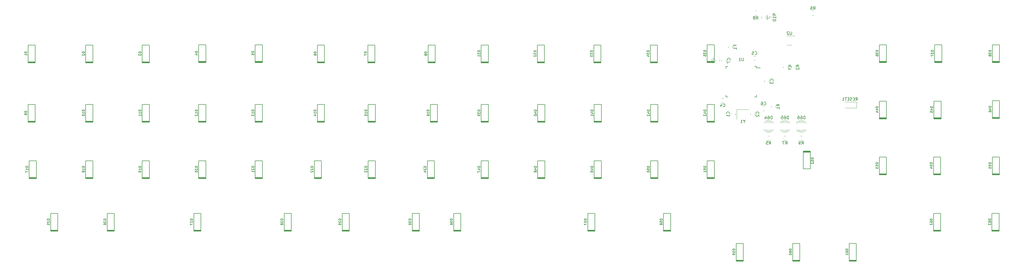
<source format=gbo>
G04 #@! TF.GenerationSoftware,KiCad,Pcbnew,(5.1.4-0)*
G04 #@! TF.CreationDate,2021-04-14T22:14:25-04:00*
G04 #@! TF.ProjectId,gorthage-truck,676f7274-6861-4676-952d-747275636b2e,rev?*
G04 #@! TF.SameCoordinates,Original*
G04 #@! TF.FileFunction,Legend,Bot*
G04 #@! TF.FilePolarity,Positive*
%FSLAX46Y46*%
G04 Gerber Fmt 4.6, Leading zero omitted, Abs format (unit mm)*
G04 Created by KiCad (PCBNEW (5.1.4-0)) date 2021-04-14 22:14:25*
%MOMM*%
%LPD*%
G04 APERTURE LIST*
%ADD10C,0.120000*%
%ADD11C,0.150000*%
%ADD12C,0.200000*%
%ADD13C,2.352000*%
%ADD14C,4.089800*%
%ADD15C,1.852000*%
%ADD16C,3.150000*%
%ADD17R,2.102000X2.102000*%
%ADD18C,2.102000*%
%ADD19R,1.502000X1.302000*%
%ADD20R,0.652000X1.602000*%
%ADD21R,1.602000X0.652000*%
%ADD22R,1.002000X1.302000*%
%ADD23C,0.100000*%
%ADD24C,1.127000*%
%ADD25C,1.902000*%
%ADD26R,1.902000X1.902000*%
%ADD27C,1.102000*%
%ADD28C,2.352000*%
%ADD29C,0.752000*%
%ADD30O,1.102000X2.202000*%
%ADD31O,1.102000X1.702000*%
%ADD32C,0.702000*%
%ADD33C,1.077000*%
G04 APERTURE END LIST*
D10*
X269541240Y-57374520D02*
X273541240Y-57374520D01*
X269541240Y-60674520D02*
X269541240Y-57374520D01*
D11*
X276208240Y-43375520D02*
X277483240Y-43375520D01*
X265858240Y-42800520D02*
X266533240Y-42800520D01*
X265858240Y-53150520D02*
X266533240Y-53150520D01*
X276208240Y-53150520D02*
X275533240Y-53150520D01*
X276208240Y-42800520D02*
X275533240Y-42800520D01*
X276208240Y-53150520D02*
X276208240Y-52475520D01*
X265858240Y-53150520D02*
X265858240Y-52475520D01*
X265858240Y-42800520D02*
X265858240Y-43475520D01*
X276208240Y-42800520D02*
X276208240Y-43375520D01*
D10*
X309920000Y-54889520D02*
X306020000Y-54889520D01*
X309920000Y-56889520D02*
X306020000Y-56889520D01*
X309920000Y-54889520D02*
X309920000Y-56889520D01*
X291047936Y-66341320D02*
X291502064Y-66341320D01*
X291047936Y-67811320D02*
X291502064Y-67811320D01*
X275662936Y-24065000D02*
X276117064Y-24065000D01*
X275662936Y-25535000D02*
X276117064Y-25535000D01*
X285522936Y-66341320D02*
X285977064Y-66341320D01*
X285522936Y-67811320D02*
X285977064Y-67811320D01*
X295367064Y-25545000D02*
X294912936Y-25545000D01*
X295367064Y-24075000D02*
X294912936Y-24075000D01*
X279997936Y-66341320D02*
X280452064Y-66341320D01*
X279997936Y-67811320D02*
X280452064Y-67811320D01*
X263765000Y-40622936D02*
X263765000Y-41077064D01*
X262295000Y-40622936D02*
X262295000Y-41077064D01*
X285195000Y-43347064D02*
X285195000Y-42892936D01*
X286665000Y-43347064D02*
X286665000Y-42892936D01*
X287695000Y-43347064D02*
X287695000Y-42892936D01*
X289165000Y-43347064D02*
X289165000Y-42892936D01*
X292840000Y-64204500D02*
X292840000Y-64360500D01*
X292840000Y-61888500D02*
X292840000Y-62044500D01*
X290238870Y-64204337D02*
G75*
G03X292320961Y-64204500I1041130J1079837D01*
G01*
X290238870Y-62044663D02*
G75*
G02X292320961Y-62044500I1041130J-1079837D01*
G01*
X289607665Y-64203108D02*
G75*
G03X292840000Y-64360016I1672335J1078608D01*
G01*
X289607665Y-62045892D02*
G75*
G02X292840000Y-61888984I1672335J-1078608D01*
G01*
X287315000Y-64204500D02*
X287315000Y-64360500D01*
X287315000Y-61888500D02*
X287315000Y-62044500D01*
X284713870Y-64204337D02*
G75*
G03X286795961Y-64204500I1041130J1079837D01*
G01*
X284713870Y-62044663D02*
G75*
G02X286795961Y-62044500I1041130J-1079837D01*
G01*
X284082665Y-64203108D02*
G75*
G03X287315000Y-64360016I1672335J1078608D01*
G01*
X284082665Y-62045892D02*
G75*
G02X287315000Y-61888984I1672335J-1078608D01*
G01*
X281790000Y-64204500D02*
X281790000Y-64360500D01*
X281790000Y-61888500D02*
X281790000Y-62044500D01*
X279188870Y-64204337D02*
G75*
G03X281270961Y-64204500I1041130J1079837D01*
G01*
X279188870Y-62044663D02*
G75*
G02X281270961Y-62044500I1041130J-1079837D01*
G01*
X278557665Y-64203108D02*
G75*
G03X281790000Y-64360016I1672335J1078608D01*
G01*
X278557665Y-62045892D02*
G75*
G02X281790000Y-61888984I1672335J-1078608D01*
G01*
X264456240Y-41124772D02*
X264456240Y-40602268D01*
X265926240Y-41124772D02*
X265926240Y-40602268D01*
X278787492Y-57854520D02*
X278264988Y-57854520D01*
X278787492Y-56384520D02*
X278264988Y-56384520D01*
X275739492Y-40836520D02*
X275216988Y-40836520D01*
X275739492Y-39366520D02*
X275216988Y-39366520D01*
X264455008Y-53636240D02*
X264977512Y-53636240D01*
X264455008Y-55106240D02*
X264977512Y-55106240D01*
X278934240Y-48141252D02*
X278934240Y-47618748D01*
X280404240Y-48141252D02*
X280404240Y-47618748D01*
X274108240Y-59285772D02*
X274108240Y-58763268D01*
X275578240Y-59285772D02*
X275578240Y-58763268D01*
X268974240Y-58763268D02*
X268974240Y-59285772D01*
X267504240Y-58763268D02*
X267504240Y-59285772D01*
D12*
X335985000Y-60604000D02*
X338385000Y-60604000D01*
X335985000Y-54604000D02*
X335985000Y-60604000D01*
X338385000Y-54604000D02*
X335985000Y-54604000D01*
X338385000Y-60604000D02*
X338385000Y-54604000D01*
X338385000Y-60329000D02*
X335985000Y-60329000D01*
X338385000Y-60204000D02*
X335985000Y-60204000D01*
X335985000Y-60479000D02*
X338385000Y-60479000D01*
X288360000Y-108737000D02*
X290760000Y-108737000D01*
X288360000Y-102737000D02*
X288360000Y-108737000D01*
X290760000Y-102737000D02*
X288360000Y-102737000D01*
X290760000Y-108737000D02*
X290760000Y-102737000D01*
X290760000Y-108462000D02*
X288360000Y-108462000D01*
X290760000Y-108337000D02*
X288360000Y-108337000D01*
X288360000Y-108612000D02*
X290760000Y-108612000D01*
X183331000Y-41681000D02*
X185731000Y-41681000D01*
X183331000Y-35681000D02*
X183331000Y-41681000D01*
X185731000Y-35681000D02*
X183331000Y-35681000D01*
X185731000Y-41681000D02*
X185731000Y-35681000D01*
X185731000Y-41406000D02*
X183331000Y-41406000D01*
X185731000Y-41281000D02*
X183331000Y-41281000D01*
X183331000Y-41556000D02*
X185731000Y-41556000D01*
X136468000Y-98577000D02*
X138868000Y-98577000D01*
X136468000Y-92577000D02*
X136468000Y-98577000D01*
X138868000Y-92577000D02*
X136468000Y-92577000D01*
X138868000Y-98577000D02*
X138868000Y-92577000D01*
X138868000Y-98302000D02*
X136468000Y-98302000D01*
X138868000Y-98177000D02*
X136468000Y-98177000D01*
X136468000Y-98452000D02*
X138868000Y-98452000D01*
X38170000Y-98577000D02*
X40570000Y-98577000D01*
X38170000Y-92577000D02*
X38170000Y-98577000D01*
X40570000Y-92577000D02*
X38170000Y-92577000D01*
X40570000Y-98577000D02*
X40570000Y-92577000D01*
X40570000Y-98302000D02*
X38170000Y-98302000D01*
X40570000Y-98177000D02*
X38170000Y-98177000D01*
X38170000Y-98452000D02*
X40570000Y-98452000D01*
D10*
X287270000Y-32480000D02*
X289070000Y-32480000D01*
X287270000Y-32480000D02*
X286470000Y-32480000D01*
X287270000Y-35600000D02*
X288070000Y-35600000D01*
X287270000Y-35600000D02*
X286470000Y-35600000D01*
X279835000Y-26487064D02*
X279835000Y-26032936D01*
X281305000Y-26487064D02*
X281305000Y-26032936D01*
X281085000Y-56646584D02*
X281085000Y-56192456D01*
X282555000Y-56646584D02*
X282555000Y-56192456D01*
X266620000Y-36588578D02*
X266620000Y-36071422D01*
X268040000Y-36588578D02*
X268040000Y-36071422D01*
D12*
X355543000Y-98577000D02*
X357943000Y-98577000D01*
X355543000Y-92577000D02*
X355543000Y-98577000D01*
X357943000Y-92577000D02*
X355543000Y-92577000D01*
X357943000Y-98577000D02*
X357943000Y-92577000D01*
X357943000Y-98302000D02*
X355543000Y-98302000D01*
X357943000Y-98177000D02*
X355543000Y-98177000D01*
X355543000Y-98452000D02*
X357943000Y-98452000D01*
X335858000Y-98577000D02*
X338258000Y-98577000D01*
X335858000Y-92577000D02*
X335858000Y-98577000D01*
X338258000Y-92577000D02*
X335858000Y-92577000D01*
X338258000Y-98577000D02*
X338258000Y-92577000D01*
X338258000Y-98302000D02*
X335858000Y-98302000D01*
X338258000Y-98177000D02*
X335858000Y-98177000D01*
X335858000Y-98452000D02*
X338258000Y-98452000D01*
X307410000Y-108737000D02*
X309810000Y-108737000D01*
X307410000Y-102737000D02*
X307410000Y-108737000D01*
X309810000Y-102737000D02*
X307410000Y-102737000D01*
X309810000Y-108737000D02*
X309810000Y-102737000D01*
X309810000Y-108462000D02*
X307410000Y-108462000D01*
X309810000Y-108337000D02*
X307410000Y-108337000D01*
X307410000Y-108612000D02*
X309810000Y-108612000D01*
X269310000Y-108737000D02*
X271710000Y-108737000D01*
X269310000Y-102737000D02*
X269310000Y-108737000D01*
X271710000Y-102737000D02*
X269310000Y-102737000D01*
X271710000Y-108737000D02*
X271710000Y-102737000D01*
X271710000Y-108462000D02*
X269310000Y-108462000D01*
X271710000Y-108337000D02*
X269310000Y-108337000D01*
X269310000Y-108612000D02*
X271710000Y-108612000D01*
X244799000Y-98577000D02*
X247199000Y-98577000D01*
X244799000Y-92577000D02*
X244799000Y-98577000D01*
X247199000Y-92577000D02*
X244799000Y-92577000D01*
X247199000Y-98577000D02*
X247199000Y-92577000D01*
X247199000Y-98302000D02*
X244799000Y-98302000D01*
X247199000Y-98177000D02*
X244799000Y-98177000D01*
X244799000Y-98452000D02*
X247199000Y-98452000D01*
X219272000Y-98577000D02*
X221672000Y-98577000D01*
X219272000Y-92577000D02*
X219272000Y-98577000D01*
X221672000Y-92577000D02*
X219272000Y-92577000D01*
X221672000Y-98577000D02*
X221672000Y-92577000D01*
X221672000Y-98302000D02*
X219272000Y-98302000D01*
X221672000Y-98177000D02*
X219272000Y-98177000D01*
X219272000Y-98452000D02*
X221672000Y-98452000D01*
X174060000Y-98577000D02*
X176460000Y-98577000D01*
X174060000Y-92577000D02*
X174060000Y-98577000D01*
X176460000Y-92577000D02*
X174060000Y-92577000D01*
X176460000Y-98577000D02*
X176460000Y-92577000D01*
X176460000Y-98302000D02*
X174060000Y-98302000D01*
X176460000Y-98177000D02*
X174060000Y-98177000D01*
X174060000Y-98452000D02*
X176460000Y-98452000D01*
X355670000Y-79527000D02*
X358070000Y-79527000D01*
X355670000Y-73527000D02*
X355670000Y-79527000D01*
X358070000Y-73527000D02*
X355670000Y-73527000D01*
X358070000Y-79527000D02*
X358070000Y-73527000D01*
X358070000Y-79252000D02*
X355670000Y-79252000D01*
X358070000Y-79127000D02*
X355670000Y-79127000D01*
X355670000Y-79402000D02*
X358070000Y-79402000D01*
X335858000Y-79527000D02*
X338258000Y-79527000D01*
X335858000Y-73527000D02*
X335858000Y-79527000D01*
X338258000Y-73527000D02*
X335858000Y-73527000D01*
X338258000Y-79527000D02*
X338258000Y-73527000D01*
X338258000Y-79252000D02*
X335858000Y-79252000D01*
X338258000Y-79127000D02*
X335858000Y-79127000D01*
X335858000Y-79402000D02*
X338258000Y-79402000D01*
X317570000Y-79527000D02*
X319970000Y-79527000D01*
X317570000Y-73527000D02*
X317570000Y-79527000D01*
X319970000Y-73527000D02*
X317570000Y-73527000D01*
X319970000Y-79527000D02*
X319970000Y-73527000D01*
X319970000Y-79252000D02*
X317570000Y-79252000D01*
X319970000Y-79127000D02*
X317570000Y-79127000D01*
X317570000Y-79402000D02*
X319970000Y-79402000D01*
X294316000Y-71476000D02*
X291916000Y-71476000D01*
X294316000Y-77476000D02*
X294316000Y-71476000D01*
X291916000Y-77476000D02*
X294316000Y-77476000D01*
X291916000Y-71476000D02*
X291916000Y-77476000D01*
X291916000Y-71751000D02*
X294316000Y-71751000D01*
X291916000Y-71876000D02*
X294316000Y-71876000D01*
X294316000Y-71601000D02*
X291916000Y-71601000D01*
X259531000Y-80797000D02*
X261931000Y-80797000D01*
X259531000Y-74797000D02*
X259531000Y-80797000D01*
X261931000Y-74797000D02*
X259531000Y-74797000D01*
X261931000Y-80797000D02*
X261931000Y-74797000D01*
X261931000Y-80522000D02*
X259531000Y-80522000D01*
X261931000Y-80397000D02*
X259531000Y-80397000D01*
X259531000Y-80672000D02*
X261931000Y-80672000D01*
X240481000Y-80797000D02*
X242881000Y-80797000D01*
X240481000Y-74797000D02*
X240481000Y-80797000D01*
X242881000Y-74797000D02*
X240481000Y-74797000D01*
X242881000Y-80797000D02*
X242881000Y-74797000D01*
X242881000Y-80522000D02*
X240481000Y-80522000D01*
X242881000Y-80397000D02*
X240481000Y-80397000D01*
X240481000Y-80672000D02*
X242881000Y-80672000D01*
X221431000Y-80797000D02*
X223831000Y-80797000D01*
X221431000Y-74797000D02*
X221431000Y-80797000D01*
X223831000Y-74797000D02*
X221431000Y-74797000D01*
X223831000Y-80797000D02*
X223831000Y-74797000D01*
X223831000Y-80522000D02*
X221431000Y-80522000D01*
X223831000Y-80397000D02*
X221431000Y-80397000D01*
X221431000Y-80672000D02*
X223831000Y-80672000D01*
X202381000Y-80797000D02*
X204781000Y-80797000D01*
X202381000Y-74797000D02*
X202381000Y-80797000D01*
X204781000Y-74797000D02*
X202381000Y-74797000D01*
X204781000Y-80797000D02*
X204781000Y-74797000D01*
X204781000Y-80522000D02*
X202381000Y-80522000D01*
X204781000Y-80397000D02*
X202381000Y-80397000D01*
X202381000Y-80672000D02*
X204781000Y-80672000D01*
X183331000Y-80797000D02*
X185731000Y-80797000D01*
X183331000Y-74797000D02*
X183331000Y-80797000D01*
X185731000Y-74797000D02*
X183331000Y-74797000D01*
X185731000Y-80797000D02*
X185731000Y-74797000D01*
X185731000Y-80522000D02*
X183331000Y-80522000D01*
X185731000Y-80397000D02*
X183331000Y-80397000D01*
X183331000Y-80672000D02*
X185731000Y-80672000D01*
X355670000Y-60477000D02*
X358070000Y-60477000D01*
X355670000Y-54477000D02*
X355670000Y-60477000D01*
X358070000Y-54477000D02*
X355670000Y-54477000D01*
X358070000Y-60477000D02*
X358070000Y-54477000D01*
X358070000Y-60202000D02*
X355670000Y-60202000D01*
X358070000Y-60077000D02*
X355670000Y-60077000D01*
X355670000Y-60352000D02*
X358070000Y-60352000D01*
X317570000Y-60604000D02*
X319970000Y-60604000D01*
X317570000Y-54604000D02*
X317570000Y-60604000D01*
X319970000Y-54604000D02*
X317570000Y-54604000D01*
X319970000Y-60604000D02*
X319970000Y-54604000D01*
X319970000Y-60329000D02*
X317570000Y-60329000D01*
X319970000Y-60204000D02*
X317570000Y-60204000D01*
X317570000Y-60479000D02*
X319970000Y-60479000D01*
X259531000Y-61747000D02*
X261931000Y-61747000D01*
X259531000Y-55747000D02*
X259531000Y-61747000D01*
X261931000Y-55747000D02*
X259531000Y-55747000D01*
X261931000Y-61747000D02*
X261931000Y-55747000D01*
X261931000Y-61472000D02*
X259531000Y-61472000D01*
X261931000Y-61347000D02*
X259531000Y-61347000D01*
X259531000Y-61622000D02*
X261931000Y-61622000D01*
X240481000Y-61747000D02*
X242881000Y-61747000D01*
X240481000Y-55747000D02*
X240481000Y-61747000D01*
X242881000Y-55747000D02*
X240481000Y-55747000D01*
X242881000Y-61747000D02*
X242881000Y-55747000D01*
X242881000Y-61472000D02*
X240481000Y-61472000D01*
X242881000Y-61347000D02*
X240481000Y-61347000D01*
X240481000Y-61622000D02*
X242881000Y-61622000D01*
X221431000Y-61747000D02*
X223831000Y-61747000D01*
X221431000Y-55747000D02*
X221431000Y-61747000D01*
X223831000Y-55747000D02*
X221431000Y-55747000D01*
X223831000Y-61747000D02*
X223831000Y-55747000D01*
X223831000Y-61472000D02*
X221431000Y-61472000D01*
X223831000Y-61347000D02*
X221431000Y-61347000D01*
X221431000Y-61622000D02*
X223831000Y-61622000D01*
X202381000Y-61747000D02*
X204781000Y-61747000D01*
X202381000Y-55747000D02*
X202381000Y-61747000D01*
X204781000Y-55747000D02*
X202381000Y-55747000D01*
X204781000Y-61747000D02*
X204781000Y-55747000D01*
X204781000Y-61472000D02*
X202381000Y-61472000D01*
X204781000Y-61347000D02*
X202381000Y-61347000D01*
X202381000Y-61622000D02*
X204781000Y-61622000D01*
X183331000Y-61747000D02*
X185731000Y-61747000D01*
X183331000Y-55747000D02*
X183331000Y-61747000D01*
X185731000Y-55747000D02*
X183331000Y-55747000D01*
X185731000Y-61747000D02*
X185731000Y-55747000D01*
X185731000Y-61472000D02*
X183331000Y-61472000D01*
X185731000Y-61347000D02*
X183331000Y-61347000D01*
X183331000Y-61622000D02*
X185731000Y-61622000D01*
X355670000Y-41554000D02*
X358070000Y-41554000D01*
X355670000Y-35554000D02*
X355670000Y-41554000D01*
X358070000Y-35554000D02*
X355670000Y-35554000D01*
X358070000Y-41554000D02*
X358070000Y-35554000D01*
X358070000Y-41279000D02*
X355670000Y-41279000D01*
X358070000Y-41154000D02*
X355670000Y-41154000D01*
X355670000Y-41429000D02*
X358070000Y-41429000D01*
X336239000Y-41554000D02*
X338639000Y-41554000D01*
X336239000Y-35554000D02*
X336239000Y-41554000D01*
X338639000Y-35554000D02*
X336239000Y-35554000D01*
X338639000Y-41554000D02*
X338639000Y-35554000D01*
X338639000Y-41279000D02*
X336239000Y-41279000D01*
X338639000Y-41154000D02*
X336239000Y-41154000D01*
X336239000Y-41429000D02*
X338639000Y-41429000D01*
X317570000Y-41554000D02*
X319970000Y-41554000D01*
X317570000Y-35554000D02*
X317570000Y-41554000D01*
X319970000Y-35554000D02*
X317570000Y-35554000D01*
X319970000Y-41554000D02*
X319970000Y-35554000D01*
X319970000Y-41279000D02*
X317570000Y-41279000D01*
X319970000Y-41154000D02*
X317570000Y-41154000D01*
X317570000Y-41429000D02*
X319970000Y-41429000D01*
X259531000Y-41554000D02*
X261931000Y-41554000D01*
X259531000Y-35554000D02*
X259531000Y-41554000D01*
X261931000Y-35554000D02*
X259531000Y-35554000D01*
X261931000Y-41554000D02*
X261931000Y-35554000D01*
X261931000Y-41279000D02*
X259531000Y-41279000D01*
X261931000Y-41154000D02*
X259531000Y-41154000D01*
X259531000Y-41429000D02*
X261931000Y-41429000D01*
X240354000Y-41681000D02*
X242754000Y-41681000D01*
X240354000Y-35681000D02*
X240354000Y-41681000D01*
X242754000Y-35681000D02*
X240354000Y-35681000D01*
X242754000Y-41681000D02*
X242754000Y-35681000D01*
X242754000Y-41406000D02*
X240354000Y-41406000D01*
X242754000Y-41281000D02*
X240354000Y-41281000D01*
X240354000Y-41556000D02*
X242754000Y-41556000D01*
X221304000Y-41681000D02*
X223704000Y-41681000D01*
X221304000Y-35681000D02*
X221304000Y-41681000D01*
X223704000Y-35681000D02*
X221304000Y-35681000D01*
X223704000Y-41681000D02*
X223704000Y-35681000D01*
X223704000Y-41406000D02*
X221304000Y-41406000D01*
X223704000Y-41281000D02*
X221304000Y-41281000D01*
X221304000Y-41556000D02*
X223704000Y-41556000D01*
X202254000Y-41681000D02*
X204654000Y-41681000D01*
X202254000Y-35681000D02*
X202254000Y-41681000D01*
X204654000Y-35681000D02*
X202254000Y-35681000D01*
X204654000Y-41681000D02*
X204654000Y-35681000D01*
X204654000Y-41406000D02*
X202254000Y-41406000D01*
X204654000Y-41281000D02*
X202254000Y-41281000D01*
X202254000Y-41556000D02*
X204654000Y-41556000D01*
X160090000Y-98577000D02*
X162490000Y-98577000D01*
X160090000Y-92577000D02*
X160090000Y-98577000D01*
X162490000Y-92577000D02*
X160090000Y-92577000D01*
X162490000Y-98577000D02*
X162490000Y-92577000D01*
X162490000Y-98302000D02*
X160090000Y-98302000D01*
X162490000Y-98177000D02*
X160090000Y-98177000D01*
X160090000Y-98452000D02*
X162490000Y-98452000D01*
X116910000Y-98577000D02*
X119310000Y-98577000D01*
X116910000Y-92577000D02*
X116910000Y-98577000D01*
X119310000Y-92577000D02*
X116910000Y-92577000D01*
X119310000Y-98577000D02*
X119310000Y-92577000D01*
X119310000Y-98302000D02*
X116910000Y-98302000D01*
X119310000Y-98177000D02*
X116910000Y-98177000D01*
X116910000Y-98452000D02*
X119310000Y-98452000D01*
X86430000Y-98577000D02*
X88830000Y-98577000D01*
X86430000Y-92577000D02*
X86430000Y-98577000D01*
X88830000Y-92577000D02*
X86430000Y-92577000D01*
X88830000Y-98577000D02*
X88830000Y-92577000D01*
X88830000Y-98302000D02*
X86430000Y-98302000D01*
X88830000Y-98177000D02*
X86430000Y-98177000D01*
X86430000Y-98452000D02*
X88830000Y-98452000D01*
X57220000Y-98577000D02*
X59620000Y-98577000D01*
X57220000Y-92577000D02*
X57220000Y-98577000D01*
X59620000Y-92577000D02*
X57220000Y-92577000D01*
X59620000Y-98577000D02*
X59620000Y-92577000D01*
X59620000Y-98302000D02*
X57220000Y-98302000D01*
X59620000Y-98177000D02*
X57220000Y-98177000D01*
X57220000Y-98452000D02*
X59620000Y-98452000D01*
X165170000Y-80797000D02*
X167570000Y-80797000D01*
X165170000Y-74797000D02*
X165170000Y-80797000D01*
X167570000Y-74797000D02*
X165170000Y-74797000D01*
X167570000Y-80797000D02*
X167570000Y-74797000D01*
X167570000Y-80522000D02*
X165170000Y-80522000D01*
X167570000Y-80397000D02*
X165170000Y-80397000D01*
X165170000Y-80672000D02*
X167570000Y-80672000D01*
X145231000Y-80797000D02*
X147631000Y-80797000D01*
X145231000Y-74797000D02*
X145231000Y-80797000D01*
X147631000Y-74797000D02*
X145231000Y-74797000D01*
X147631000Y-80797000D02*
X147631000Y-74797000D01*
X147631000Y-80522000D02*
X145231000Y-80522000D01*
X147631000Y-80397000D02*
X145231000Y-80397000D01*
X145231000Y-80672000D02*
X147631000Y-80672000D01*
X127070000Y-80797000D02*
X129470000Y-80797000D01*
X127070000Y-74797000D02*
X127070000Y-80797000D01*
X129470000Y-74797000D02*
X127070000Y-74797000D01*
X129470000Y-80797000D02*
X129470000Y-74797000D01*
X129470000Y-80522000D02*
X127070000Y-80522000D01*
X129470000Y-80397000D02*
X127070000Y-80397000D01*
X127070000Y-80672000D02*
X129470000Y-80672000D01*
X107131000Y-80797000D02*
X109531000Y-80797000D01*
X107131000Y-74797000D02*
X107131000Y-80797000D01*
X109531000Y-74797000D02*
X107131000Y-74797000D01*
X109531000Y-80797000D02*
X109531000Y-74797000D01*
X109531000Y-80522000D02*
X107131000Y-80522000D01*
X109531000Y-80397000D02*
X107131000Y-80397000D01*
X107131000Y-80672000D02*
X109531000Y-80672000D01*
X88081000Y-80797000D02*
X90481000Y-80797000D01*
X88081000Y-74797000D02*
X88081000Y-80797000D01*
X90481000Y-74797000D02*
X88081000Y-74797000D01*
X90481000Y-80797000D02*
X90481000Y-74797000D01*
X90481000Y-80522000D02*
X88081000Y-80522000D01*
X90481000Y-80397000D02*
X88081000Y-80397000D01*
X88081000Y-80672000D02*
X90481000Y-80672000D01*
X69031000Y-80797000D02*
X71431000Y-80797000D01*
X69031000Y-74797000D02*
X69031000Y-80797000D01*
X71431000Y-74797000D02*
X69031000Y-74797000D01*
X71431000Y-80797000D02*
X71431000Y-74797000D01*
X71431000Y-80522000D02*
X69031000Y-80522000D01*
X71431000Y-80397000D02*
X69031000Y-80397000D01*
X69031000Y-80672000D02*
X71431000Y-80672000D01*
X49981000Y-80797000D02*
X52381000Y-80797000D01*
X49981000Y-74797000D02*
X49981000Y-80797000D01*
X52381000Y-74797000D02*
X49981000Y-74797000D01*
X52381000Y-80797000D02*
X52381000Y-74797000D01*
X52381000Y-80522000D02*
X49981000Y-80522000D01*
X52381000Y-80397000D02*
X49981000Y-80397000D01*
X49981000Y-80672000D02*
X52381000Y-80672000D01*
X30931000Y-80797000D02*
X33331000Y-80797000D01*
X30931000Y-74797000D02*
X30931000Y-80797000D01*
X33331000Y-74797000D02*
X30931000Y-74797000D01*
X33331000Y-80797000D02*
X33331000Y-74797000D01*
X33331000Y-80522000D02*
X30931000Y-80522000D01*
X33331000Y-80397000D02*
X30931000Y-80397000D01*
X30931000Y-80672000D02*
X33331000Y-80672000D01*
X166186000Y-61747000D02*
X168586000Y-61747000D01*
X166186000Y-55747000D02*
X166186000Y-61747000D01*
X168586000Y-55747000D02*
X166186000Y-55747000D01*
X168586000Y-61747000D02*
X168586000Y-55747000D01*
X168586000Y-61472000D02*
X166186000Y-61472000D01*
X168586000Y-61347000D02*
X166186000Y-61347000D01*
X166186000Y-61622000D02*
X168586000Y-61622000D01*
X145231000Y-61747000D02*
X147631000Y-61747000D01*
X145231000Y-55747000D02*
X145231000Y-61747000D01*
X147631000Y-55747000D02*
X145231000Y-55747000D01*
X147631000Y-61747000D02*
X147631000Y-55747000D01*
X147631000Y-61472000D02*
X145231000Y-61472000D01*
X147631000Y-61347000D02*
X145231000Y-61347000D01*
X145231000Y-61622000D02*
X147631000Y-61622000D01*
X128086000Y-61747000D02*
X130486000Y-61747000D01*
X128086000Y-55747000D02*
X128086000Y-61747000D01*
X130486000Y-55747000D02*
X128086000Y-55747000D01*
X130486000Y-61747000D02*
X130486000Y-55747000D01*
X130486000Y-61472000D02*
X128086000Y-61472000D01*
X130486000Y-61347000D02*
X128086000Y-61347000D01*
X128086000Y-61622000D02*
X130486000Y-61622000D01*
X107131000Y-61747000D02*
X109531000Y-61747000D01*
X107131000Y-55747000D02*
X107131000Y-61747000D01*
X109531000Y-55747000D02*
X107131000Y-55747000D01*
X109531000Y-61747000D02*
X109531000Y-55747000D01*
X109531000Y-61472000D02*
X107131000Y-61472000D01*
X109531000Y-61347000D02*
X107131000Y-61347000D01*
X107131000Y-61622000D02*
X109531000Y-61622000D01*
X88081000Y-61747000D02*
X90481000Y-61747000D01*
X88081000Y-55747000D02*
X88081000Y-61747000D01*
X90481000Y-55747000D02*
X88081000Y-55747000D01*
X90481000Y-61747000D02*
X90481000Y-55747000D01*
X90481000Y-61472000D02*
X88081000Y-61472000D01*
X90481000Y-61347000D02*
X88081000Y-61347000D01*
X88081000Y-61622000D02*
X90481000Y-61622000D01*
X69031000Y-61747000D02*
X71431000Y-61747000D01*
X69031000Y-55747000D02*
X69031000Y-61747000D01*
X71431000Y-55747000D02*
X69031000Y-55747000D01*
X71431000Y-61747000D02*
X71431000Y-55747000D01*
X71431000Y-61472000D02*
X69031000Y-61472000D01*
X71431000Y-61347000D02*
X69031000Y-61347000D01*
X69031000Y-61622000D02*
X71431000Y-61622000D01*
X49981000Y-61747000D02*
X52381000Y-61747000D01*
X49981000Y-55747000D02*
X49981000Y-61747000D01*
X52381000Y-55747000D02*
X49981000Y-55747000D01*
X52381000Y-61747000D02*
X52381000Y-55747000D01*
X52381000Y-61472000D02*
X49981000Y-61472000D01*
X52381000Y-61347000D02*
X49981000Y-61347000D01*
X49981000Y-61622000D02*
X52381000Y-61622000D01*
X30550000Y-61747000D02*
X32950000Y-61747000D01*
X30550000Y-55747000D02*
X30550000Y-61747000D01*
X32950000Y-55747000D02*
X30550000Y-55747000D01*
X32950000Y-61747000D02*
X32950000Y-55747000D01*
X32950000Y-61472000D02*
X30550000Y-61472000D01*
X32950000Y-61347000D02*
X30550000Y-61347000D01*
X30550000Y-61622000D02*
X32950000Y-61622000D01*
X165424000Y-41681000D02*
X167824000Y-41681000D01*
X165424000Y-35681000D02*
X165424000Y-41681000D01*
X167824000Y-35681000D02*
X165424000Y-35681000D01*
X167824000Y-41681000D02*
X167824000Y-35681000D01*
X167824000Y-41406000D02*
X165424000Y-41406000D01*
X167824000Y-41281000D02*
X165424000Y-41281000D01*
X165424000Y-41556000D02*
X167824000Y-41556000D01*
X145104000Y-41681000D02*
X147504000Y-41681000D01*
X145104000Y-35681000D02*
X145104000Y-41681000D01*
X147504000Y-35681000D02*
X145104000Y-35681000D01*
X147504000Y-41681000D02*
X147504000Y-35681000D01*
X147504000Y-41406000D02*
X145104000Y-41406000D01*
X147504000Y-41281000D02*
X145104000Y-41281000D01*
X145104000Y-41556000D02*
X147504000Y-41556000D01*
X128086000Y-41681000D02*
X130486000Y-41681000D01*
X128086000Y-35681000D02*
X128086000Y-41681000D01*
X130486000Y-35681000D02*
X128086000Y-35681000D01*
X130486000Y-41681000D02*
X130486000Y-35681000D01*
X130486000Y-41406000D02*
X128086000Y-41406000D01*
X130486000Y-41281000D02*
X128086000Y-41281000D01*
X128086000Y-41556000D02*
X130486000Y-41556000D01*
X107131000Y-41554000D02*
X109531000Y-41554000D01*
X107131000Y-35554000D02*
X107131000Y-41554000D01*
X109531000Y-35554000D02*
X107131000Y-35554000D01*
X109531000Y-41554000D02*
X109531000Y-35554000D01*
X109531000Y-41279000D02*
X107131000Y-41279000D01*
X109531000Y-41154000D02*
X107131000Y-41154000D01*
X107131000Y-41429000D02*
X109531000Y-41429000D01*
X88081000Y-41554000D02*
X90481000Y-41554000D01*
X88081000Y-35554000D02*
X88081000Y-41554000D01*
X90481000Y-35554000D02*
X88081000Y-35554000D01*
X90481000Y-41554000D02*
X90481000Y-35554000D01*
X90481000Y-41279000D02*
X88081000Y-41279000D01*
X90481000Y-41154000D02*
X88081000Y-41154000D01*
X88081000Y-41429000D02*
X90481000Y-41429000D01*
X69031000Y-41681000D02*
X71431000Y-41681000D01*
X69031000Y-35681000D02*
X69031000Y-41681000D01*
X71431000Y-35681000D02*
X69031000Y-35681000D01*
X71431000Y-41681000D02*
X71431000Y-35681000D01*
X71431000Y-41406000D02*
X69031000Y-41406000D01*
X71431000Y-41281000D02*
X69031000Y-41281000D01*
X69031000Y-41556000D02*
X71431000Y-41556000D01*
X49981000Y-41681000D02*
X52381000Y-41681000D01*
X49981000Y-35681000D02*
X49981000Y-41681000D01*
X52381000Y-35681000D02*
X49981000Y-35681000D01*
X52381000Y-41681000D02*
X52381000Y-35681000D01*
X52381000Y-41406000D02*
X49981000Y-41406000D01*
X52381000Y-41281000D02*
X49981000Y-41281000D01*
X49981000Y-41556000D02*
X52381000Y-41556000D01*
X30550000Y-41681000D02*
X32950000Y-41681000D01*
X30550000Y-35681000D02*
X30550000Y-41681000D01*
X32950000Y-35681000D02*
X30550000Y-35681000D01*
X32950000Y-41681000D02*
X32950000Y-35681000D01*
X32950000Y-41406000D02*
X30550000Y-41406000D01*
X32950000Y-41281000D02*
X30550000Y-41281000D01*
X30550000Y-41556000D02*
X32950000Y-41556000D01*
D10*
X277855000Y-26541252D02*
X277855000Y-26018748D01*
X279325000Y-26541252D02*
X279325000Y-26018748D01*
D11*
X272017430Y-61450710D02*
X272017430Y-61926900D01*
X272350763Y-60926900D02*
X272017430Y-61450710D01*
X271684097Y-60926900D01*
X270826954Y-61926900D02*
X271398382Y-61926900D01*
X271112668Y-61926900D02*
X271112668Y-60926900D01*
X271207906Y-61069758D01*
X271303144Y-61164996D01*
X271398382Y-61212615D01*
X271795144Y-39977900D02*
X271795144Y-40787424D01*
X271747525Y-40882662D01*
X271699906Y-40930281D01*
X271604668Y-40977900D01*
X271414192Y-40977900D01*
X271318954Y-40930281D01*
X271271335Y-40882662D01*
X271223716Y-40787424D01*
X271223716Y-39977900D01*
X270223716Y-40977900D02*
X270795144Y-40977900D01*
X270509430Y-40977900D02*
X270509430Y-39977900D01*
X270604668Y-40120758D01*
X270699906Y-40215996D01*
X270795144Y-40263615D01*
X309598571Y-54341900D02*
X309931904Y-53865710D01*
X310170000Y-54341900D02*
X310170000Y-53341900D01*
X309789047Y-53341900D01*
X309693809Y-53389520D01*
X309646190Y-53437139D01*
X309598571Y-53532377D01*
X309598571Y-53675234D01*
X309646190Y-53770472D01*
X309693809Y-53818091D01*
X309789047Y-53865710D01*
X310170000Y-53865710D01*
X309170000Y-53818091D02*
X308836666Y-53818091D01*
X308693809Y-54341900D02*
X309170000Y-54341900D01*
X309170000Y-53341900D01*
X308693809Y-53341900D01*
X308312857Y-54294281D02*
X308170000Y-54341900D01*
X307931904Y-54341900D01*
X307836666Y-54294281D01*
X307789047Y-54246662D01*
X307741428Y-54151424D01*
X307741428Y-54056186D01*
X307789047Y-53960948D01*
X307836666Y-53913329D01*
X307931904Y-53865710D01*
X308122380Y-53818091D01*
X308217619Y-53770472D01*
X308265238Y-53722853D01*
X308312857Y-53627615D01*
X308312857Y-53532377D01*
X308265238Y-53437139D01*
X308217619Y-53389520D01*
X308122380Y-53341900D01*
X307884285Y-53341900D01*
X307741428Y-53389520D01*
X307312857Y-53818091D02*
X306979523Y-53818091D01*
X306836666Y-54341900D02*
X307312857Y-54341900D01*
X307312857Y-53341900D01*
X306836666Y-53341900D01*
X306550952Y-53341900D02*
X305979523Y-53341900D01*
X306265238Y-54341900D02*
X306265238Y-53341900D01*
X305122380Y-54341900D02*
X305693809Y-54341900D01*
X305408095Y-54341900D02*
X305408095Y-53341900D01*
X305503333Y-53484758D01*
X305598571Y-53579996D01*
X305693809Y-53627615D01*
X291441666Y-69178700D02*
X291775000Y-68702510D01*
X292013095Y-69178700D02*
X292013095Y-68178700D01*
X291632142Y-68178700D01*
X291536904Y-68226320D01*
X291489285Y-68273939D01*
X291441666Y-68369177D01*
X291441666Y-68512034D01*
X291489285Y-68607272D01*
X291536904Y-68654891D01*
X291632142Y-68702510D01*
X292013095Y-68702510D01*
X290965476Y-69178700D02*
X290775000Y-69178700D01*
X290679761Y-69131081D01*
X290632142Y-69083462D01*
X290536904Y-68940605D01*
X290489285Y-68750129D01*
X290489285Y-68369177D01*
X290536904Y-68273939D01*
X290584523Y-68226320D01*
X290679761Y-68178700D01*
X290870238Y-68178700D01*
X290965476Y-68226320D01*
X291013095Y-68273939D01*
X291060714Y-68369177D01*
X291060714Y-68607272D01*
X291013095Y-68702510D01*
X290965476Y-68750129D01*
X290870238Y-68797748D01*
X290679761Y-68797748D01*
X290584523Y-68750129D01*
X290536904Y-68702510D01*
X290489285Y-68607272D01*
X276056666Y-26902380D02*
X276390000Y-26426190D01*
X276628095Y-26902380D02*
X276628095Y-25902380D01*
X276247142Y-25902380D01*
X276151904Y-25950000D01*
X276104285Y-25997619D01*
X276056666Y-26092857D01*
X276056666Y-26235714D01*
X276104285Y-26330952D01*
X276151904Y-26378571D01*
X276247142Y-26426190D01*
X276628095Y-26426190D01*
X275485238Y-26330952D02*
X275580476Y-26283333D01*
X275628095Y-26235714D01*
X275675714Y-26140476D01*
X275675714Y-26092857D01*
X275628095Y-25997619D01*
X275580476Y-25950000D01*
X275485238Y-25902380D01*
X275294761Y-25902380D01*
X275199523Y-25950000D01*
X275151904Y-25997619D01*
X275104285Y-26092857D01*
X275104285Y-26140476D01*
X275151904Y-26235714D01*
X275199523Y-26283333D01*
X275294761Y-26330952D01*
X275485238Y-26330952D01*
X275580476Y-26378571D01*
X275628095Y-26426190D01*
X275675714Y-26521428D01*
X275675714Y-26711904D01*
X275628095Y-26807142D01*
X275580476Y-26854761D01*
X275485238Y-26902380D01*
X275294761Y-26902380D01*
X275199523Y-26854761D01*
X275151904Y-26807142D01*
X275104285Y-26711904D01*
X275104285Y-26521428D01*
X275151904Y-26426190D01*
X275199523Y-26378571D01*
X275294761Y-26330952D01*
X285916666Y-69178700D02*
X286250000Y-68702510D01*
X286488095Y-69178700D02*
X286488095Y-68178700D01*
X286107142Y-68178700D01*
X286011904Y-68226320D01*
X285964285Y-68273939D01*
X285916666Y-68369177D01*
X285916666Y-68512034D01*
X285964285Y-68607272D01*
X286011904Y-68654891D01*
X286107142Y-68702510D01*
X286488095Y-68702510D01*
X285583333Y-68178700D02*
X284916666Y-68178700D01*
X285345238Y-69178700D01*
X295306666Y-23612380D02*
X295640000Y-23136190D01*
X295878095Y-23612380D02*
X295878095Y-22612380D01*
X295497142Y-22612380D01*
X295401904Y-22660000D01*
X295354285Y-22707619D01*
X295306666Y-22802857D01*
X295306666Y-22945714D01*
X295354285Y-23040952D01*
X295401904Y-23088571D01*
X295497142Y-23136190D01*
X295878095Y-23136190D01*
X294449523Y-22612380D02*
X294640000Y-22612380D01*
X294735238Y-22660000D01*
X294782857Y-22707619D01*
X294878095Y-22850476D01*
X294925714Y-23040952D01*
X294925714Y-23421904D01*
X294878095Y-23517142D01*
X294830476Y-23564761D01*
X294735238Y-23612380D01*
X294544761Y-23612380D01*
X294449523Y-23564761D01*
X294401904Y-23517142D01*
X294354285Y-23421904D01*
X294354285Y-23183809D01*
X294401904Y-23088571D01*
X294449523Y-23040952D01*
X294544761Y-22993333D01*
X294735238Y-22993333D01*
X294830476Y-23040952D01*
X294878095Y-23088571D01*
X294925714Y-23183809D01*
X280391666Y-69178700D02*
X280725000Y-68702510D01*
X280963095Y-69178700D02*
X280963095Y-68178700D01*
X280582142Y-68178700D01*
X280486904Y-68226320D01*
X280439285Y-68273939D01*
X280391666Y-68369177D01*
X280391666Y-68512034D01*
X280439285Y-68607272D01*
X280486904Y-68654891D01*
X280582142Y-68702510D01*
X280963095Y-68702510D01*
X279486904Y-68178700D02*
X279963095Y-68178700D01*
X280010714Y-68654891D01*
X279963095Y-68607272D01*
X279867857Y-68559653D01*
X279629761Y-68559653D01*
X279534523Y-68607272D01*
X279486904Y-68654891D01*
X279439285Y-68750129D01*
X279439285Y-68988224D01*
X279486904Y-69083462D01*
X279534523Y-69131081D01*
X279629761Y-69178700D01*
X279867857Y-69178700D01*
X279963095Y-69131081D01*
X280010714Y-69083462D01*
X261832380Y-40683333D02*
X261356190Y-40350000D01*
X261832380Y-40111904D02*
X260832380Y-40111904D01*
X260832380Y-40492857D01*
X260880000Y-40588095D01*
X260927619Y-40635714D01*
X261022857Y-40683333D01*
X261165714Y-40683333D01*
X261260952Y-40635714D01*
X261308571Y-40588095D01*
X261356190Y-40492857D01*
X261356190Y-40111904D01*
X261165714Y-41540476D02*
X261832380Y-41540476D01*
X260784761Y-41302380D02*
X261499047Y-41064285D01*
X261499047Y-41683333D01*
X288032380Y-42953333D02*
X287556190Y-42620000D01*
X288032380Y-42381904D02*
X287032380Y-42381904D01*
X287032380Y-42762857D01*
X287080000Y-42858095D01*
X287127619Y-42905714D01*
X287222857Y-42953333D01*
X287365714Y-42953333D01*
X287460952Y-42905714D01*
X287508571Y-42858095D01*
X287556190Y-42762857D01*
X287556190Y-42381904D01*
X287032380Y-43286666D02*
X287032380Y-43905714D01*
X287413333Y-43572380D01*
X287413333Y-43715238D01*
X287460952Y-43810476D01*
X287508571Y-43858095D01*
X287603809Y-43905714D01*
X287841904Y-43905714D01*
X287937142Y-43858095D01*
X287984761Y-43810476D01*
X288032380Y-43715238D01*
X288032380Y-43429523D01*
X287984761Y-43334285D01*
X287937142Y-43286666D01*
X290532380Y-42953333D02*
X290056190Y-42620000D01*
X290532380Y-42381904D02*
X289532380Y-42381904D01*
X289532380Y-42762857D01*
X289580000Y-42858095D01*
X289627619Y-42905714D01*
X289722857Y-42953333D01*
X289865714Y-42953333D01*
X289960952Y-42905714D01*
X290008571Y-42858095D01*
X290056190Y-42762857D01*
X290056190Y-42381904D01*
X289627619Y-43334285D02*
X289580000Y-43381904D01*
X289532380Y-43477142D01*
X289532380Y-43715238D01*
X289580000Y-43810476D01*
X289627619Y-43858095D01*
X289722857Y-43905714D01*
X289818095Y-43905714D01*
X289960952Y-43858095D01*
X290532380Y-43286666D01*
X290532380Y-43905714D01*
X292494285Y-60616880D02*
X292494285Y-59616880D01*
X292256190Y-59616880D01*
X292113333Y-59664500D01*
X292018095Y-59759738D01*
X291970476Y-59854976D01*
X291922857Y-60045452D01*
X291922857Y-60188309D01*
X291970476Y-60378785D01*
X292018095Y-60474023D01*
X292113333Y-60569261D01*
X292256190Y-60616880D01*
X292494285Y-60616880D01*
X291065714Y-59616880D02*
X291256190Y-59616880D01*
X291351428Y-59664500D01*
X291399047Y-59712119D01*
X291494285Y-59854976D01*
X291541904Y-60045452D01*
X291541904Y-60426404D01*
X291494285Y-60521642D01*
X291446666Y-60569261D01*
X291351428Y-60616880D01*
X291160952Y-60616880D01*
X291065714Y-60569261D01*
X291018095Y-60521642D01*
X290970476Y-60426404D01*
X290970476Y-60188309D01*
X291018095Y-60093071D01*
X291065714Y-60045452D01*
X291160952Y-59997833D01*
X291351428Y-59997833D01*
X291446666Y-60045452D01*
X291494285Y-60093071D01*
X291541904Y-60188309D01*
X290113333Y-59616880D02*
X290303809Y-59616880D01*
X290399047Y-59664500D01*
X290446666Y-59712119D01*
X290541904Y-59854976D01*
X290589523Y-60045452D01*
X290589523Y-60426404D01*
X290541904Y-60521642D01*
X290494285Y-60569261D01*
X290399047Y-60616880D01*
X290208571Y-60616880D01*
X290113333Y-60569261D01*
X290065714Y-60521642D01*
X290018095Y-60426404D01*
X290018095Y-60188309D01*
X290065714Y-60093071D01*
X290113333Y-60045452D01*
X290208571Y-59997833D01*
X290399047Y-59997833D01*
X290494285Y-60045452D01*
X290541904Y-60093071D01*
X290589523Y-60188309D01*
X286969285Y-60616880D02*
X286969285Y-59616880D01*
X286731190Y-59616880D01*
X286588333Y-59664500D01*
X286493095Y-59759738D01*
X286445476Y-59854976D01*
X286397857Y-60045452D01*
X286397857Y-60188309D01*
X286445476Y-60378785D01*
X286493095Y-60474023D01*
X286588333Y-60569261D01*
X286731190Y-60616880D01*
X286969285Y-60616880D01*
X285540714Y-59616880D02*
X285731190Y-59616880D01*
X285826428Y-59664500D01*
X285874047Y-59712119D01*
X285969285Y-59854976D01*
X286016904Y-60045452D01*
X286016904Y-60426404D01*
X285969285Y-60521642D01*
X285921666Y-60569261D01*
X285826428Y-60616880D01*
X285635952Y-60616880D01*
X285540714Y-60569261D01*
X285493095Y-60521642D01*
X285445476Y-60426404D01*
X285445476Y-60188309D01*
X285493095Y-60093071D01*
X285540714Y-60045452D01*
X285635952Y-59997833D01*
X285826428Y-59997833D01*
X285921666Y-60045452D01*
X285969285Y-60093071D01*
X286016904Y-60188309D01*
X284540714Y-59616880D02*
X285016904Y-59616880D01*
X285064523Y-60093071D01*
X285016904Y-60045452D01*
X284921666Y-59997833D01*
X284683571Y-59997833D01*
X284588333Y-60045452D01*
X284540714Y-60093071D01*
X284493095Y-60188309D01*
X284493095Y-60426404D01*
X284540714Y-60521642D01*
X284588333Y-60569261D01*
X284683571Y-60616880D01*
X284921666Y-60616880D01*
X285016904Y-60569261D01*
X285064523Y-60521642D01*
X281444285Y-60616880D02*
X281444285Y-59616880D01*
X281206190Y-59616880D01*
X281063333Y-59664500D01*
X280968095Y-59759738D01*
X280920476Y-59854976D01*
X280872857Y-60045452D01*
X280872857Y-60188309D01*
X280920476Y-60378785D01*
X280968095Y-60474023D01*
X281063333Y-60569261D01*
X281206190Y-60616880D01*
X281444285Y-60616880D01*
X280015714Y-59616880D02*
X280206190Y-59616880D01*
X280301428Y-59664500D01*
X280349047Y-59712119D01*
X280444285Y-59854976D01*
X280491904Y-60045452D01*
X280491904Y-60426404D01*
X280444285Y-60521642D01*
X280396666Y-60569261D01*
X280301428Y-60616880D01*
X280110952Y-60616880D01*
X280015714Y-60569261D01*
X279968095Y-60521642D01*
X279920476Y-60426404D01*
X279920476Y-60188309D01*
X279968095Y-60093071D01*
X280015714Y-60045452D01*
X280110952Y-59997833D01*
X280301428Y-59997833D01*
X280396666Y-60045452D01*
X280444285Y-60093071D01*
X280491904Y-60188309D01*
X279063333Y-59950214D02*
X279063333Y-60616880D01*
X279301428Y-59569261D02*
X279539523Y-60283547D01*
X278920476Y-60283547D01*
X267228382Y-40696853D02*
X267276001Y-40649234D01*
X267323620Y-40506377D01*
X267323620Y-40411139D01*
X267276001Y-40268281D01*
X267180763Y-40173043D01*
X267085525Y-40125424D01*
X266895049Y-40077805D01*
X266752192Y-40077805D01*
X266561716Y-40125424D01*
X266466478Y-40173043D01*
X266371240Y-40268281D01*
X266323620Y-40411139D01*
X266323620Y-40506377D01*
X266371240Y-40649234D01*
X266418859Y-40696853D01*
X266323620Y-41030186D02*
X266323620Y-41696853D01*
X267323620Y-41268281D01*
X278692906Y-55796662D02*
X278740525Y-55844281D01*
X278883382Y-55891900D01*
X278978620Y-55891900D01*
X279121478Y-55844281D01*
X279216716Y-55749043D01*
X279264335Y-55653805D01*
X279311954Y-55463329D01*
X279311954Y-55320472D01*
X279264335Y-55129996D01*
X279216716Y-55034758D01*
X279121478Y-54939520D01*
X278978620Y-54891900D01*
X278883382Y-54891900D01*
X278740525Y-54939520D01*
X278692906Y-54987139D01*
X277835763Y-54891900D02*
X278026240Y-54891900D01*
X278121478Y-54939520D01*
X278169097Y-54987139D01*
X278264335Y-55129996D01*
X278311954Y-55320472D01*
X278311954Y-55701424D01*
X278264335Y-55796662D01*
X278216716Y-55844281D01*
X278121478Y-55891900D01*
X277931001Y-55891900D01*
X277835763Y-55844281D01*
X277788144Y-55796662D01*
X277740525Y-55701424D01*
X277740525Y-55463329D01*
X277788144Y-55368091D01*
X277835763Y-55320472D01*
X277931001Y-55272853D01*
X278121478Y-55272853D01*
X278216716Y-55320472D01*
X278264335Y-55368091D01*
X278311954Y-55463329D01*
X275644906Y-38778662D02*
X275692525Y-38826281D01*
X275835382Y-38873900D01*
X275930620Y-38873900D01*
X276073478Y-38826281D01*
X276168716Y-38731043D01*
X276216335Y-38635805D01*
X276263954Y-38445329D01*
X276263954Y-38302472D01*
X276216335Y-38111996D01*
X276168716Y-38016758D01*
X276073478Y-37921520D01*
X275930620Y-37873900D01*
X275835382Y-37873900D01*
X275692525Y-37921520D01*
X275644906Y-37969139D01*
X274740144Y-37873900D02*
X275216335Y-37873900D01*
X275263954Y-38350091D01*
X275216335Y-38302472D01*
X275121097Y-38254853D01*
X274883001Y-38254853D01*
X274787763Y-38302472D01*
X274740144Y-38350091D01*
X274692525Y-38445329D01*
X274692525Y-38683424D01*
X274740144Y-38778662D01*
X274787763Y-38826281D01*
X274883001Y-38873900D01*
X275121097Y-38873900D01*
X275216335Y-38826281D01*
X275263954Y-38778662D01*
X264882926Y-56408382D02*
X264930545Y-56456001D01*
X265073402Y-56503620D01*
X265168640Y-56503620D01*
X265311498Y-56456001D01*
X265406736Y-56360763D01*
X265454355Y-56265525D01*
X265501974Y-56075049D01*
X265501974Y-55932192D01*
X265454355Y-55741716D01*
X265406736Y-55646478D01*
X265311498Y-55551240D01*
X265168640Y-55503620D01*
X265073402Y-55503620D01*
X264930545Y-55551240D01*
X264882926Y-55598859D01*
X264025783Y-55836954D02*
X264025783Y-56503620D01*
X264263879Y-55456001D02*
X264501974Y-56170287D01*
X263882926Y-56170287D01*
X281706382Y-47713333D02*
X281754001Y-47665714D01*
X281801620Y-47522857D01*
X281801620Y-47427619D01*
X281754001Y-47284761D01*
X281658763Y-47189523D01*
X281563525Y-47141904D01*
X281373049Y-47094285D01*
X281230192Y-47094285D01*
X281039716Y-47141904D01*
X280944478Y-47189523D01*
X280849240Y-47284761D01*
X280801620Y-47427619D01*
X280801620Y-47522857D01*
X280849240Y-47665714D01*
X280896859Y-47713333D01*
X280801620Y-48046666D02*
X280801620Y-48665714D01*
X281182573Y-48332380D01*
X281182573Y-48475238D01*
X281230192Y-48570476D01*
X281277811Y-48618095D01*
X281373049Y-48665714D01*
X281611144Y-48665714D01*
X281706382Y-48618095D01*
X281754001Y-48570476D01*
X281801620Y-48475238D01*
X281801620Y-48189523D01*
X281754001Y-48094285D01*
X281706382Y-48046666D01*
X276880382Y-58857853D02*
X276928001Y-58810234D01*
X276975620Y-58667377D01*
X276975620Y-58572139D01*
X276928001Y-58429281D01*
X276832763Y-58334043D01*
X276737525Y-58286424D01*
X276547049Y-58238805D01*
X276404192Y-58238805D01*
X276213716Y-58286424D01*
X276118478Y-58334043D01*
X276023240Y-58429281D01*
X275975620Y-58572139D01*
X275975620Y-58667377D01*
X276023240Y-58810234D01*
X276070859Y-58857853D01*
X276070859Y-59238805D02*
X276023240Y-59286424D01*
X275975620Y-59381662D01*
X275975620Y-59619758D01*
X276023240Y-59714996D01*
X276070859Y-59762615D01*
X276166097Y-59810234D01*
X276261335Y-59810234D01*
X276404192Y-59762615D01*
X276975620Y-59191186D01*
X276975620Y-59810234D01*
X266916382Y-58857853D02*
X266964001Y-58810234D01*
X267011620Y-58667377D01*
X267011620Y-58572139D01*
X266964001Y-58429281D01*
X266868763Y-58334043D01*
X266773525Y-58286424D01*
X266583049Y-58238805D01*
X266440192Y-58238805D01*
X266249716Y-58286424D01*
X266154478Y-58334043D01*
X266059240Y-58429281D01*
X266011620Y-58572139D01*
X266011620Y-58667377D01*
X266059240Y-58810234D01*
X266106859Y-58857853D01*
X267011620Y-59810234D02*
X267011620Y-59238805D01*
X267011620Y-59524520D02*
X266011620Y-59524520D01*
X266154478Y-59429281D01*
X266249716Y-59334043D01*
X266297335Y-59238805D01*
X335621904Y-56432571D02*
X334821904Y-56432571D01*
X334821904Y-56623047D01*
X334860000Y-56737333D01*
X334936190Y-56813523D01*
X335012380Y-56851619D01*
X335164761Y-56889714D01*
X335279047Y-56889714D01*
X335431428Y-56851619D01*
X335507619Y-56813523D01*
X335583809Y-56737333D01*
X335621904Y-56623047D01*
X335621904Y-56432571D01*
X335088571Y-57575428D02*
X335621904Y-57575428D01*
X334783809Y-57384952D02*
X335355238Y-57194476D01*
X335355238Y-57689714D01*
X334821904Y-58375428D02*
X334821904Y-57994476D01*
X335202857Y-57956380D01*
X335164761Y-57994476D01*
X335126666Y-58070666D01*
X335126666Y-58261142D01*
X335164761Y-58337333D01*
X335202857Y-58375428D01*
X335279047Y-58413523D01*
X335469523Y-58413523D01*
X335545714Y-58375428D01*
X335583809Y-58337333D01*
X335621904Y-58261142D01*
X335621904Y-58070666D01*
X335583809Y-57994476D01*
X335545714Y-57956380D01*
X287996904Y-104565571D02*
X287196904Y-104565571D01*
X287196904Y-104756047D01*
X287235000Y-104870333D01*
X287311190Y-104946523D01*
X287387380Y-104984619D01*
X287539761Y-105022714D01*
X287654047Y-105022714D01*
X287806428Y-104984619D01*
X287882619Y-104946523D01*
X287958809Y-104870333D01*
X287996904Y-104756047D01*
X287996904Y-104565571D01*
X287196904Y-105708428D02*
X287196904Y-105556047D01*
X287235000Y-105479857D01*
X287273095Y-105441761D01*
X287387380Y-105365571D01*
X287539761Y-105327476D01*
X287844523Y-105327476D01*
X287920714Y-105365571D01*
X287958809Y-105403666D01*
X287996904Y-105479857D01*
X287996904Y-105632238D01*
X287958809Y-105708428D01*
X287920714Y-105746523D01*
X287844523Y-105784619D01*
X287654047Y-105784619D01*
X287577857Y-105746523D01*
X287539761Y-105708428D01*
X287501666Y-105632238D01*
X287501666Y-105479857D01*
X287539761Y-105403666D01*
X287577857Y-105365571D01*
X287654047Y-105327476D01*
X287196904Y-106279857D02*
X287196904Y-106356047D01*
X287235000Y-106432238D01*
X287273095Y-106470333D01*
X287349285Y-106508428D01*
X287501666Y-106546523D01*
X287692142Y-106546523D01*
X287844523Y-106508428D01*
X287920714Y-106470333D01*
X287958809Y-106432238D01*
X287996904Y-106356047D01*
X287996904Y-106279857D01*
X287958809Y-106203666D01*
X287920714Y-106165571D01*
X287844523Y-106127476D01*
X287692142Y-106089380D01*
X287501666Y-106089380D01*
X287349285Y-106127476D01*
X287273095Y-106165571D01*
X287235000Y-106203666D01*
X287196904Y-106279857D01*
X182967904Y-37509571D02*
X182167904Y-37509571D01*
X182167904Y-37700047D01*
X182206000Y-37814333D01*
X182282190Y-37890523D01*
X182358380Y-37928619D01*
X182510761Y-37966714D01*
X182625047Y-37966714D01*
X182777428Y-37928619D01*
X182853619Y-37890523D01*
X182929809Y-37814333D01*
X182967904Y-37700047D01*
X182967904Y-37509571D01*
X182167904Y-38233380D02*
X182167904Y-38728619D01*
X182472666Y-38461952D01*
X182472666Y-38576238D01*
X182510761Y-38652428D01*
X182548857Y-38690523D01*
X182625047Y-38728619D01*
X182815523Y-38728619D01*
X182891714Y-38690523D01*
X182929809Y-38652428D01*
X182967904Y-38576238D01*
X182967904Y-38347666D01*
X182929809Y-38271476D01*
X182891714Y-38233380D01*
X182967904Y-39490523D02*
X182967904Y-39033380D01*
X182967904Y-39261952D02*
X182167904Y-39261952D01*
X182282190Y-39185761D01*
X182358380Y-39109571D01*
X182396476Y-39033380D01*
X136104904Y-94405571D02*
X135304904Y-94405571D01*
X135304904Y-94596047D01*
X135343000Y-94710333D01*
X135419190Y-94786523D01*
X135495380Y-94824619D01*
X135647761Y-94862714D01*
X135762047Y-94862714D01*
X135914428Y-94824619D01*
X135990619Y-94786523D01*
X136066809Y-94710333D01*
X136104904Y-94596047D01*
X136104904Y-94405571D01*
X135381095Y-95167476D02*
X135343000Y-95205571D01*
X135304904Y-95281761D01*
X135304904Y-95472238D01*
X135343000Y-95548428D01*
X135381095Y-95586523D01*
X135457285Y-95624619D01*
X135533476Y-95624619D01*
X135647761Y-95586523D01*
X136104904Y-95129380D01*
X136104904Y-95624619D01*
X136104904Y-96005571D02*
X136104904Y-96157952D01*
X136066809Y-96234142D01*
X136028714Y-96272238D01*
X135914428Y-96348428D01*
X135762047Y-96386523D01*
X135457285Y-96386523D01*
X135381095Y-96348428D01*
X135343000Y-96310333D01*
X135304904Y-96234142D01*
X135304904Y-96081761D01*
X135343000Y-96005571D01*
X135381095Y-95967476D01*
X135457285Y-95929380D01*
X135647761Y-95929380D01*
X135723952Y-95967476D01*
X135762047Y-96005571D01*
X135800142Y-96081761D01*
X135800142Y-96234142D01*
X135762047Y-96310333D01*
X135723952Y-96348428D01*
X135647761Y-96386523D01*
X37806904Y-94405571D02*
X37006904Y-94405571D01*
X37006904Y-94596047D01*
X37045000Y-94710333D01*
X37121190Y-94786523D01*
X37197380Y-94824619D01*
X37349761Y-94862714D01*
X37464047Y-94862714D01*
X37616428Y-94824619D01*
X37692619Y-94786523D01*
X37768809Y-94710333D01*
X37806904Y-94596047D01*
X37806904Y-94405571D01*
X37083095Y-95167476D02*
X37045000Y-95205571D01*
X37006904Y-95281761D01*
X37006904Y-95472238D01*
X37045000Y-95548428D01*
X37083095Y-95586523D01*
X37159285Y-95624619D01*
X37235476Y-95624619D01*
X37349761Y-95586523D01*
X37806904Y-95129380D01*
X37806904Y-95624619D01*
X37006904Y-96348428D02*
X37006904Y-95967476D01*
X37387857Y-95929380D01*
X37349761Y-95967476D01*
X37311666Y-96043666D01*
X37311666Y-96234142D01*
X37349761Y-96310333D01*
X37387857Y-96348428D01*
X37464047Y-96386523D01*
X37654523Y-96386523D01*
X37730714Y-96348428D01*
X37768809Y-96310333D01*
X37806904Y-96234142D01*
X37806904Y-96043666D01*
X37768809Y-95967476D01*
X37730714Y-95929380D01*
X288031904Y-31092380D02*
X288031904Y-31901904D01*
X287984285Y-31997142D01*
X287936666Y-32044761D01*
X287841428Y-32092380D01*
X287650952Y-32092380D01*
X287555714Y-32044761D01*
X287508095Y-31997142D01*
X287460476Y-31901904D01*
X287460476Y-31092380D01*
X287031904Y-31187619D02*
X286984285Y-31140000D01*
X286889047Y-31092380D01*
X286650952Y-31092380D01*
X286555714Y-31140000D01*
X286508095Y-31187619D01*
X286460476Y-31282857D01*
X286460476Y-31378095D01*
X286508095Y-31520952D01*
X287079523Y-32092380D01*
X286460476Y-32092380D01*
X282672380Y-25617142D02*
X282196190Y-25283809D01*
X282672380Y-25045714D02*
X281672380Y-25045714D01*
X281672380Y-25426666D01*
X281720000Y-25521904D01*
X281767619Y-25569523D01*
X281862857Y-25617142D01*
X282005714Y-25617142D01*
X282100952Y-25569523D01*
X282148571Y-25521904D01*
X282196190Y-25426666D01*
X282196190Y-25045714D01*
X282672380Y-26569523D02*
X282672380Y-25998095D01*
X282672380Y-26283809D02*
X281672380Y-26283809D01*
X281815238Y-26188571D01*
X281910476Y-26093333D01*
X281958095Y-25998095D01*
X281672380Y-27188571D02*
X281672380Y-27283809D01*
X281720000Y-27379047D01*
X281767619Y-27426666D01*
X281862857Y-27474285D01*
X282053333Y-27521904D01*
X282291428Y-27521904D01*
X282481904Y-27474285D01*
X282577142Y-27426666D01*
X282624761Y-27379047D01*
X282672380Y-27283809D01*
X282672380Y-27188571D01*
X282624761Y-27093333D01*
X282577142Y-27045714D01*
X282481904Y-26998095D01*
X282291428Y-26950476D01*
X282053333Y-26950476D01*
X281862857Y-26998095D01*
X281767619Y-27045714D01*
X281720000Y-27093333D01*
X281672380Y-27188571D01*
X283922380Y-56252853D02*
X283446190Y-55919520D01*
X283922380Y-55681424D02*
X282922380Y-55681424D01*
X282922380Y-56062377D01*
X282970000Y-56157615D01*
X283017619Y-56205234D01*
X283112857Y-56252853D01*
X283255714Y-56252853D01*
X283350952Y-56205234D01*
X283398571Y-56157615D01*
X283446190Y-56062377D01*
X283446190Y-55681424D01*
X283922380Y-57205234D02*
X283922380Y-56633805D01*
X283922380Y-56919520D02*
X282922380Y-56919520D01*
X283065238Y-56824281D01*
X283160476Y-56729043D01*
X283208095Y-56633805D01*
X268908571Y-35996666D02*
X268908571Y-35663333D01*
X269432380Y-35663333D02*
X268432380Y-35663333D01*
X268432380Y-36139523D01*
X269432380Y-37044285D02*
X269432380Y-36472857D01*
X269432380Y-36758571D02*
X268432380Y-36758571D01*
X268575238Y-36663333D01*
X268670476Y-36568095D01*
X268718095Y-36472857D01*
X355179904Y-94405571D02*
X354379904Y-94405571D01*
X354379904Y-94596047D01*
X354418000Y-94710333D01*
X354494190Y-94786523D01*
X354570380Y-94824619D01*
X354722761Y-94862714D01*
X354837047Y-94862714D01*
X354989428Y-94824619D01*
X355065619Y-94786523D01*
X355141809Y-94710333D01*
X355179904Y-94596047D01*
X355179904Y-94405571D01*
X354379904Y-95548428D02*
X354379904Y-95396047D01*
X354418000Y-95319857D01*
X354456095Y-95281761D01*
X354570380Y-95205571D01*
X354722761Y-95167476D01*
X355027523Y-95167476D01*
X355103714Y-95205571D01*
X355141809Y-95243666D01*
X355179904Y-95319857D01*
X355179904Y-95472238D01*
X355141809Y-95548428D01*
X355103714Y-95586523D01*
X355027523Y-95624619D01*
X354837047Y-95624619D01*
X354760857Y-95586523D01*
X354722761Y-95548428D01*
X354684666Y-95472238D01*
X354684666Y-95319857D01*
X354722761Y-95243666D01*
X354760857Y-95205571D01*
X354837047Y-95167476D01*
X354379904Y-95891285D02*
X354379904Y-96386523D01*
X354684666Y-96119857D01*
X354684666Y-96234142D01*
X354722761Y-96310333D01*
X354760857Y-96348428D01*
X354837047Y-96386523D01*
X355027523Y-96386523D01*
X355103714Y-96348428D01*
X355141809Y-96310333D01*
X355179904Y-96234142D01*
X355179904Y-96005571D01*
X355141809Y-95929380D01*
X355103714Y-95891285D01*
X335494904Y-94405571D02*
X334694904Y-94405571D01*
X334694904Y-94596047D01*
X334733000Y-94710333D01*
X334809190Y-94786523D01*
X334885380Y-94824619D01*
X335037761Y-94862714D01*
X335152047Y-94862714D01*
X335304428Y-94824619D01*
X335380619Y-94786523D01*
X335456809Y-94710333D01*
X335494904Y-94596047D01*
X335494904Y-94405571D01*
X334694904Y-95548428D02*
X334694904Y-95396047D01*
X334733000Y-95319857D01*
X334771095Y-95281761D01*
X334885380Y-95205571D01*
X335037761Y-95167476D01*
X335342523Y-95167476D01*
X335418714Y-95205571D01*
X335456809Y-95243666D01*
X335494904Y-95319857D01*
X335494904Y-95472238D01*
X335456809Y-95548428D01*
X335418714Y-95586523D01*
X335342523Y-95624619D01*
X335152047Y-95624619D01*
X335075857Y-95586523D01*
X335037761Y-95548428D01*
X334999666Y-95472238D01*
X334999666Y-95319857D01*
X335037761Y-95243666D01*
X335075857Y-95205571D01*
X335152047Y-95167476D01*
X334771095Y-95929380D02*
X334733000Y-95967476D01*
X334694904Y-96043666D01*
X334694904Y-96234142D01*
X334733000Y-96310333D01*
X334771095Y-96348428D01*
X334847285Y-96386523D01*
X334923476Y-96386523D01*
X335037761Y-96348428D01*
X335494904Y-95891285D01*
X335494904Y-96386523D01*
X307046904Y-104565571D02*
X306246904Y-104565571D01*
X306246904Y-104756047D01*
X306285000Y-104870333D01*
X306361190Y-104946523D01*
X306437380Y-104984619D01*
X306589761Y-105022714D01*
X306704047Y-105022714D01*
X306856428Y-104984619D01*
X306932619Y-104946523D01*
X307008809Y-104870333D01*
X307046904Y-104756047D01*
X307046904Y-104565571D01*
X306246904Y-105708428D02*
X306246904Y-105556047D01*
X306285000Y-105479857D01*
X306323095Y-105441761D01*
X306437380Y-105365571D01*
X306589761Y-105327476D01*
X306894523Y-105327476D01*
X306970714Y-105365571D01*
X307008809Y-105403666D01*
X307046904Y-105479857D01*
X307046904Y-105632238D01*
X307008809Y-105708428D01*
X306970714Y-105746523D01*
X306894523Y-105784619D01*
X306704047Y-105784619D01*
X306627857Y-105746523D01*
X306589761Y-105708428D01*
X306551666Y-105632238D01*
X306551666Y-105479857D01*
X306589761Y-105403666D01*
X306627857Y-105365571D01*
X306704047Y-105327476D01*
X307046904Y-106546523D02*
X307046904Y-106089380D01*
X307046904Y-106317952D02*
X306246904Y-106317952D01*
X306361190Y-106241761D01*
X306437380Y-106165571D01*
X306475476Y-106089380D01*
X268946904Y-104565571D02*
X268146904Y-104565571D01*
X268146904Y-104756047D01*
X268185000Y-104870333D01*
X268261190Y-104946523D01*
X268337380Y-104984619D01*
X268489761Y-105022714D01*
X268604047Y-105022714D01*
X268756428Y-104984619D01*
X268832619Y-104946523D01*
X268908809Y-104870333D01*
X268946904Y-104756047D01*
X268946904Y-104565571D01*
X268146904Y-105746523D02*
X268146904Y-105365571D01*
X268527857Y-105327476D01*
X268489761Y-105365571D01*
X268451666Y-105441761D01*
X268451666Y-105632238D01*
X268489761Y-105708428D01*
X268527857Y-105746523D01*
X268604047Y-105784619D01*
X268794523Y-105784619D01*
X268870714Y-105746523D01*
X268908809Y-105708428D01*
X268946904Y-105632238D01*
X268946904Y-105441761D01*
X268908809Y-105365571D01*
X268870714Y-105327476D01*
X268946904Y-106165571D02*
X268946904Y-106317952D01*
X268908809Y-106394142D01*
X268870714Y-106432238D01*
X268756428Y-106508428D01*
X268604047Y-106546523D01*
X268299285Y-106546523D01*
X268223095Y-106508428D01*
X268185000Y-106470333D01*
X268146904Y-106394142D01*
X268146904Y-106241761D01*
X268185000Y-106165571D01*
X268223095Y-106127476D01*
X268299285Y-106089380D01*
X268489761Y-106089380D01*
X268565952Y-106127476D01*
X268604047Y-106165571D01*
X268642142Y-106241761D01*
X268642142Y-106394142D01*
X268604047Y-106470333D01*
X268565952Y-106508428D01*
X268489761Y-106546523D01*
X244435904Y-94405571D02*
X243635904Y-94405571D01*
X243635904Y-94596047D01*
X243674000Y-94710333D01*
X243750190Y-94786523D01*
X243826380Y-94824619D01*
X243978761Y-94862714D01*
X244093047Y-94862714D01*
X244245428Y-94824619D01*
X244321619Y-94786523D01*
X244397809Y-94710333D01*
X244435904Y-94596047D01*
X244435904Y-94405571D01*
X243635904Y-95586523D02*
X243635904Y-95205571D01*
X244016857Y-95167476D01*
X243978761Y-95205571D01*
X243940666Y-95281761D01*
X243940666Y-95472238D01*
X243978761Y-95548428D01*
X244016857Y-95586523D01*
X244093047Y-95624619D01*
X244283523Y-95624619D01*
X244359714Y-95586523D01*
X244397809Y-95548428D01*
X244435904Y-95472238D01*
X244435904Y-95281761D01*
X244397809Y-95205571D01*
X244359714Y-95167476D01*
X243978761Y-96081761D02*
X243940666Y-96005571D01*
X243902571Y-95967476D01*
X243826380Y-95929380D01*
X243788285Y-95929380D01*
X243712095Y-95967476D01*
X243674000Y-96005571D01*
X243635904Y-96081761D01*
X243635904Y-96234142D01*
X243674000Y-96310333D01*
X243712095Y-96348428D01*
X243788285Y-96386523D01*
X243826380Y-96386523D01*
X243902571Y-96348428D01*
X243940666Y-96310333D01*
X243978761Y-96234142D01*
X243978761Y-96081761D01*
X244016857Y-96005571D01*
X244054952Y-95967476D01*
X244131142Y-95929380D01*
X244283523Y-95929380D01*
X244359714Y-95967476D01*
X244397809Y-96005571D01*
X244435904Y-96081761D01*
X244435904Y-96234142D01*
X244397809Y-96310333D01*
X244359714Y-96348428D01*
X244283523Y-96386523D01*
X244131142Y-96386523D01*
X244054952Y-96348428D01*
X244016857Y-96310333D01*
X243978761Y-96234142D01*
X218908904Y-94405571D02*
X218108904Y-94405571D01*
X218108904Y-94596047D01*
X218147000Y-94710333D01*
X218223190Y-94786523D01*
X218299380Y-94824619D01*
X218451761Y-94862714D01*
X218566047Y-94862714D01*
X218718428Y-94824619D01*
X218794619Y-94786523D01*
X218870809Y-94710333D01*
X218908904Y-94596047D01*
X218908904Y-94405571D01*
X218108904Y-95586523D02*
X218108904Y-95205571D01*
X218489857Y-95167476D01*
X218451761Y-95205571D01*
X218413666Y-95281761D01*
X218413666Y-95472238D01*
X218451761Y-95548428D01*
X218489857Y-95586523D01*
X218566047Y-95624619D01*
X218756523Y-95624619D01*
X218832714Y-95586523D01*
X218870809Y-95548428D01*
X218908904Y-95472238D01*
X218908904Y-95281761D01*
X218870809Y-95205571D01*
X218832714Y-95167476D01*
X218108904Y-95891285D02*
X218108904Y-96424619D01*
X218908904Y-96081761D01*
X173696904Y-94405571D02*
X172896904Y-94405571D01*
X172896904Y-94596047D01*
X172935000Y-94710333D01*
X173011190Y-94786523D01*
X173087380Y-94824619D01*
X173239761Y-94862714D01*
X173354047Y-94862714D01*
X173506428Y-94824619D01*
X173582619Y-94786523D01*
X173658809Y-94710333D01*
X173696904Y-94596047D01*
X173696904Y-94405571D01*
X172896904Y-95586523D02*
X172896904Y-95205571D01*
X173277857Y-95167476D01*
X173239761Y-95205571D01*
X173201666Y-95281761D01*
X173201666Y-95472238D01*
X173239761Y-95548428D01*
X173277857Y-95586523D01*
X173354047Y-95624619D01*
X173544523Y-95624619D01*
X173620714Y-95586523D01*
X173658809Y-95548428D01*
X173696904Y-95472238D01*
X173696904Y-95281761D01*
X173658809Y-95205571D01*
X173620714Y-95167476D01*
X172896904Y-96310333D02*
X172896904Y-96157952D01*
X172935000Y-96081761D01*
X172973095Y-96043666D01*
X173087380Y-95967476D01*
X173239761Y-95929380D01*
X173544523Y-95929380D01*
X173620714Y-95967476D01*
X173658809Y-96005571D01*
X173696904Y-96081761D01*
X173696904Y-96234142D01*
X173658809Y-96310333D01*
X173620714Y-96348428D01*
X173544523Y-96386523D01*
X173354047Y-96386523D01*
X173277857Y-96348428D01*
X173239761Y-96310333D01*
X173201666Y-96234142D01*
X173201666Y-96081761D01*
X173239761Y-96005571D01*
X173277857Y-95967476D01*
X173354047Y-95929380D01*
X355306904Y-75355571D02*
X354506904Y-75355571D01*
X354506904Y-75546047D01*
X354545000Y-75660333D01*
X354621190Y-75736523D01*
X354697380Y-75774619D01*
X354849761Y-75812714D01*
X354964047Y-75812714D01*
X355116428Y-75774619D01*
X355192619Y-75736523D01*
X355268809Y-75660333D01*
X355306904Y-75546047D01*
X355306904Y-75355571D01*
X354506904Y-76536523D02*
X354506904Y-76155571D01*
X354887857Y-76117476D01*
X354849761Y-76155571D01*
X354811666Y-76231761D01*
X354811666Y-76422238D01*
X354849761Y-76498428D01*
X354887857Y-76536523D01*
X354964047Y-76574619D01*
X355154523Y-76574619D01*
X355230714Y-76536523D01*
X355268809Y-76498428D01*
X355306904Y-76422238D01*
X355306904Y-76231761D01*
X355268809Y-76155571D01*
X355230714Y-76117476D01*
X354506904Y-77298428D02*
X354506904Y-76917476D01*
X354887857Y-76879380D01*
X354849761Y-76917476D01*
X354811666Y-76993666D01*
X354811666Y-77184142D01*
X354849761Y-77260333D01*
X354887857Y-77298428D01*
X354964047Y-77336523D01*
X355154523Y-77336523D01*
X355230714Y-77298428D01*
X355268809Y-77260333D01*
X355306904Y-77184142D01*
X355306904Y-76993666D01*
X355268809Y-76917476D01*
X355230714Y-76879380D01*
X335494904Y-75355571D02*
X334694904Y-75355571D01*
X334694904Y-75546047D01*
X334733000Y-75660333D01*
X334809190Y-75736523D01*
X334885380Y-75774619D01*
X335037761Y-75812714D01*
X335152047Y-75812714D01*
X335304428Y-75774619D01*
X335380619Y-75736523D01*
X335456809Y-75660333D01*
X335494904Y-75546047D01*
X335494904Y-75355571D01*
X334694904Y-76536523D02*
X334694904Y-76155571D01*
X335075857Y-76117476D01*
X335037761Y-76155571D01*
X334999666Y-76231761D01*
X334999666Y-76422238D01*
X335037761Y-76498428D01*
X335075857Y-76536523D01*
X335152047Y-76574619D01*
X335342523Y-76574619D01*
X335418714Y-76536523D01*
X335456809Y-76498428D01*
X335494904Y-76422238D01*
X335494904Y-76231761D01*
X335456809Y-76155571D01*
X335418714Y-76117476D01*
X334961571Y-77260333D02*
X335494904Y-77260333D01*
X334656809Y-77069857D02*
X335228238Y-76879380D01*
X335228238Y-77374619D01*
X317206904Y-75355571D02*
X316406904Y-75355571D01*
X316406904Y-75546047D01*
X316445000Y-75660333D01*
X316521190Y-75736523D01*
X316597380Y-75774619D01*
X316749761Y-75812714D01*
X316864047Y-75812714D01*
X317016428Y-75774619D01*
X317092619Y-75736523D01*
X317168809Y-75660333D01*
X317206904Y-75546047D01*
X317206904Y-75355571D01*
X316406904Y-76536523D02*
X316406904Y-76155571D01*
X316787857Y-76117476D01*
X316749761Y-76155571D01*
X316711666Y-76231761D01*
X316711666Y-76422238D01*
X316749761Y-76498428D01*
X316787857Y-76536523D01*
X316864047Y-76574619D01*
X317054523Y-76574619D01*
X317130714Y-76536523D01*
X317168809Y-76498428D01*
X317206904Y-76422238D01*
X317206904Y-76231761D01*
X317168809Y-76155571D01*
X317130714Y-76117476D01*
X316406904Y-76841285D02*
X316406904Y-77336523D01*
X316711666Y-77069857D01*
X316711666Y-77184142D01*
X316749761Y-77260333D01*
X316787857Y-77298428D01*
X316864047Y-77336523D01*
X317054523Y-77336523D01*
X317130714Y-77298428D01*
X317168809Y-77260333D01*
X317206904Y-77184142D01*
X317206904Y-76955571D01*
X317168809Y-76879380D01*
X317130714Y-76841285D01*
X295402904Y-73704571D02*
X294602904Y-73704571D01*
X294602904Y-73895047D01*
X294641000Y-74009333D01*
X294717190Y-74085523D01*
X294793380Y-74123619D01*
X294945761Y-74161714D01*
X295060047Y-74161714D01*
X295212428Y-74123619D01*
X295288619Y-74085523D01*
X295364809Y-74009333D01*
X295402904Y-73895047D01*
X295402904Y-73704571D01*
X294602904Y-74885523D02*
X294602904Y-74504571D01*
X294983857Y-74466476D01*
X294945761Y-74504571D01*
X294907666Y-74580761D01*
X294907666Y-74771238D01*
X294945761Y-74847428D01*
X294983857Y-74885523D01*
X295060047Y-74923619D01*
X295250523Y-74923619D01*
X295326714Y-74885523D01*
X295364809Y-74847428D01*
X295402904Y-74771238D01*
X295402904Y-74580761D01*
X295364809Y-74504571D01*
X295326714Y-74466476D01*
X294679095Y-75228380D02*
X294641000Y-75266476D01*
X294602904Y-75342666D01*
X294602904Y-75533142D01*
X294641000Y-75609333D01*
X294679095Y-75647428D01*
X294755285Y-75685523D01*
X294831476Y-75685523D01*
X294945761Y-75647428D01*
X295402904Y-75190285D01*
X295402904Y-75685523D01*
X259167904Y-76625571D02*
X258367904Y-76625571D01*
X258367904Y-76816047D01*
X258406000Y-76930333D01*
X258482190Y-77006523D01*
X258558380Y-77044619D01*
X258710761Y-77082714D01*
X258825047Y-77082714D01*
X258977428Y-77044619D01*
X259053619Y-77006523D01*
X259129809Y-76930333D01*
X259167904Y-76816047D01*
X259167904Y-76625571D01*
X258367904Y-77806523D02*
X258367904Y-77425571D01*
X258748857Y-77387476D01*
X258710761Y-77425571D01*
X258672666Y-77501761D01*
X258672666Y-77692238D01*
X258710761Y-77768428D01*
X258748857Y-77806523D01*
X258825047Y-77844619D01*
X259015523Y-77844619D01*
X259091714Y-77806523D01*
X259129809Y-77768428D01*
X259167904Y-77692238D01*
X259167904Y-77501761D01*
X259129809Y-77425571D01*
X259091714Y-77387476D01*
X259167904Y-78606523D02*
X259167904Y-78149380D01*
X259167904Y-78377952D02*
X258367904Y-78377952D01*
X258482190Y-78301761D01*
X258558380Y-78225571D01*
X258596476Y-78149380D01*
X240117904Y-76625571D02*
X239317904Y-76625571D01*
X239317904Y-76816047D01*
X239356000Y-76930333D01*
X239432190Y-77006523D01*
X239508380Y-77044619D01*
X239660761Y-77082714D01*
X239775047Y-77082714D01*
X239927428Y-77044619D01*
X240003619Y-77006523D01*
X240079809Y-76930333D01*
X240117904Y-76816047D01*
X240117904Y-76625571D01*
X239317904Y-77806523D02*
X239317904Y-77425571D01*
X239698857Y-77387476D01*
X239660761Y-77425571D01*
X239622666Y-77501761D01*
X239622666Y-77692238D01*
X239660761Y-77768428D01*
X239698857Y-77806523D01*
X239775047Y-77844619D01*
X239965523Y-77844619D01*
X240041714Y-77806523D01*
X240079809Y-77768428D01*
X240117904Y-77692238D01*
X240117904Y-77501761D01*
X240079809Y-77425571D01*
X240041714Y-77387476D01*
X239317904Y-78339857D02*
X239317904Y-78416047D01*
X239356000Y-78492238D01*
X239394095Y-78530333D01*
X239470285Y-78568428D01*
X239622666Y-78606523D01*
X239813142Y-78606523D01*
X239965523Y-78568428D01*
X240041714Y-78530333D01*
X240079809Y-78492238D01*
X240117904Y-78416047D01*
X240117904Y-78339857D01*
X240079809Y-78263666D01*
X240041714Y-78225571D01*
X239965523Y-78187476D01*
X239813142Y-78149380D01*
X239622666Y-78149380D01*
X239470285Y-78187476D01*
X239394095Y-78225571D01*
X239356000Y-78263666D01*
X239317904Y-78339857D01*
X221067904Y-76625571D02*
X220267904Y-76625571D01*
X220267904Y-76816047D01*
X220306000Y-76930333D01*
X220382190Y-77006523D01*
X220458380Y-77044619D01*
X220610761Y-77082714D01*
X220725047Y-77082714D01*
X220877428Y-77044619D01*
X220953619Y-77006523D01*
X221029809Y-76930333D01*
X221067904Y-76816047D01*
X221067904Y-76625571D01*
X220534571Y-77768428D02*
X221067904Y-77768428D01*
X220229809Y-77577952D02*
X220801238Y-77387476D01*
X220801238Y-77882714D01*
X221067904Y-78225571D02*
X221067904Y-78377952D01*
X221029809Y-78454142D01*
X220991714Y-78492238D01*
X220877428Y-78568428D01*
X220725047Y-78606523D01*
X220420285Y-78606523D01*
X220344095Y-78568428D01*
X220306000Y-78530333D01*
X220267904Y-78454142D01*
X220267904Y-78301761D01*
X220306000Y-78225571D01*
X220344095Y-78187476D01*
X220420285Y-78149380D01*
X220610761Y-78149380D01*
X220686952Y-78187476D01*
X220725047Y-78225571D01*
X220763142Y-78301761D01*
X220763142Y-78454142D01*
X220725047Y-78530333D01*
X220686952Y-78568428D01*
X220610761Y-78606523D01*
X202017904Y-76625571D02*
X201217904Y-76625571D01*
X201217904Y-76816047D01*
X201256000Y-76930333D01*
X201332190Y-77006523D01*
X201408380Y-77044619D01*
X201560761Y-77082714D01*
X201675047Y-77082714D01*
X201827428Y-77044619D01*
X201903619Y-77006523D01*
X201979809Y-76930333D01*
X202017904Y-76816047D01*
X202017904Y-76625571D01*
X201484571Y-77768428D02*
X202017904Y-77768428D01*
X201179809Y-77577952D02*
X201751238Y-77387476D01*
X201751238Y-77882714D01*
X201560761Y-78301761D02*
X201522666Y-78225571D01*
X201484571Y-78187476D01*
X201408380Y-78149380D01*
X201370285Y-78149380D01*
X201294095Y-78187476D01*
X201256000Y-78225571D01*
X201217904Y-78301761D01*
X201217904Y-78454142D01*
X201256000Y-78530333D01*
X201294095Y-78568428D01*
X201370285Y-78606523D01*
X201408380Y-78606523D01*
X201484571Y-78568428D01*
X201522666Y-78530333D01*
X201560761Y-78454142D01*
X201560761Y-78301761D01*
X201598857Y-78225571D01*
X201636952Y-78187476D01*
X201713142Y-78149380D01*
X201865523Y-78149380D01*
X201941714Y-78187476D01*
X201979809Y-78225571D01*
X202017904Y-78301761D01*
X202017904Y-78454142D01*
X201979809Y-78530333D01*
X201941714Y-78568428D01*
X201865523Y-78606523D01*
X201713142Y-78606523D01*
X201636952Y-78568428D01*
X201598857Y-78530333D01*
X201560761Y-78454142D01*
X182967904Y-76625571D02*
X182167904Y-76625571D01*
X182167904Y-76816047D01*
X182206000Y-76930333D01*
X182282190Y-77006523D01*
X182358380Y-77044619D01*
X182510761Y-77082714D01*
X182625047Y-77082714D01*
X182777428Y-77044619D01*
X182853619Y-77006523D01*
X182929809Y-76930333D01*
X182967904Y-76816047D01*
X182967904Y-76625571D01*
X182434571Y-77768428D02*
X182967904Y-77768428D01*
X182129809Y-77577952D02*
X182701238Y-77387476D01*
X182701238Y-77882714D01*
X182167904Y-78111285D02*
X182167904Y-78644619D01*
X182967904Y-78301761D01*
X355306904Y-56305571D02*
X354506904Y-56305571D01*
X354506904Y-56496047D01*
X354545000Y-56610333D01*
X354621190Y-56686523D01*
X354697380Y-56724619D01*
X354849761Y-56762714D01*
X354964047Y-56762714D01*
X355116428Y-56724619D01*
X355192619Y-56686523D01*
X355268809Y-56610333D01*
X355306904Y-56496047D01*
X355306904Y-56305571D01*
X354773571Y-57448428D02*
X355306904Y-57448428D01*
X354468809Y-57257952D02*
X355040238Y-57067476D01*
X355040238Y-57562714D01*
X354506904Y-58210333D02*
X354506904Y-58057952D01*
X354545000Y-57981761D01*
X354583095Y-57943666D01*
X354697380Y-57867476D01*
X354849761Y-57829380D01*
X355154523Y-57829380D01*
X355230714Y-57867476D01*
X355268809Y-57905571D01*
X355306904Y-57981761D01*
X355306904Y-58134142D01*
X355268809Y-58210333D01*
X355230714Y-58248428D01*
X355154523Y-58286523D01*
X354964047Y-58286523D01*
X354887857Y-58248428D01*
X354849761Y-58210333D01*
X354811666Y-58134142D01*
X354811666Y-57981761D01*
X354849761Y-57905571D01*
X354887857Y-57867476D01*
X354964047Y-57829380D01*
X317206904Y-56432571D02*
X316406904Y-56432571D01*
X316406904Y-56623047D01*
X316445000Y-56737333D01*
X316521190Y-56813523D01*
X316597380Y-56851619D01*
X316749761Y-56889714D01*
X316864047Y-56889714D01*
X317016428Y-56851619D01*
X317092619Y-56813523D01*
X317168809Y-56737333D01*
X317206904Y-56623047D01*
X317206904Y-56432571D01*
X316673571Y-57575428D02*
X317206904Y-57575428D01*
X316368809Y-57384952D02*
X316940238Y-57194476D01*
X316940238Y-57689714D01*
X316673571Y-58337333D02*
X317206904Y-58337333D01*
X316368809Y-58146857D02*
X316940238Y-57956380D01*
X316940238Y-58451619D01*
X259167904Y-57575571D02*
X258367904Y-57575571D01*
X258367904Y-57766047D01*
X258406000Y-57880333D01*
X258482190Y-57956523D01*
X258558380Y-57994619D01*
X258710761Y-58032714D01*
X258825047Y-58032714D01*
X258977428Y-57994619D01*
X259053619Y-57956523D01*
X259129809Y-57880333D01*
X259167904Y-57766047D01*
X259167904Y-57575571D01*
X258634571Y-58718428D02*
X259167904Y-58718428D01*
X258329809Y-58527952D02*
X258901238Y-58337476D01*
X258901238Y-58832714D01*
X258367904Y-59061285D02*
X258367904Y-59556523D01*
X258672666Y-59289857D01*
X258672666Y-59404142D01*
X258710761Y-59480333D01*
X258748857Y-59518428D01*
X258825047Y-59556523D01*
X259015523Y-59556523D01*
X259091714Y-59518428D01*
X259129809Y-59480333D01*
X259167904Y-59404142D01*
X259167904Y-59175571D01*
X259129809Y-59099380D01*
X259091714Y-59061285D01*
X240117904Y-57575571D02*
X239317904Y-57575571D01*
X239317904Y-57766047D01*
X239356000Y-57880333D01*
X239432190Y-57956523D01*
X239508380Y-57994619D01*
X239660761Y-58032714D01*
X239775047Y-58032714D01*
X239927428Y-57994619D01*
X240003619Y-57956523D01*
X240079809Y-57880333D01*
X240117904Y-57766047D01*
X240117904Y-57575571D01*
X239584571Y-58718428D02*
X240117904Y-58718428D01*
X239279809Y-58527952D02*
X239851238Y-58337476D01*
X239851238Y-58832714D01*
X239394095Y-59099380D02*
X239356000Y-59137476D01*
X239317904Y-59213666D01*
X239317904Y-59404142D01*
X239356000Y-59480333D01*
X239394095Y-59518428D01*
X239470285Y-59556523D01*
X239546476Y-59556523D01*
X239660761Y-59518428D01*
X240117904Y-59061285D01*
X240117904Y-59556523D01*
X221067904Y-57575571D02*
X220267904Y-57575571D01*
X220267904Y-57766047D01*
X220306000Y-57880333D01*
X220382190Y-57956523D01*
X220458380Y-57994619D01*
X220610761Y-58032714D01*
X220725047Y-58032714D01*
X220877428Y-57994619D01*
X220953619Y-57956523D01*
X221029809Y-57880333D01*
X221067904Y-57766047D01*
X221067904Y-57575571D01*
X220534571Y-58718428D02*
X221067904Y-58718428D01*
X220229809Y-58527952D02*
X220801238Y-58337476D01*
X220801238Y-58832714D01*
X221067904Y-59556523D02*
X221067904Y-59099380D01*
X221067904Y-59327952D02*
X220267904Y-59327952D01*
X220382190Y-59251761D01*
X220458380Y-59175571D01*
X220496476Y-59099380D01*
X202017904Y-57575571D02*
X201217904Y-57575571D01*
X201217904Y-57766047D01*
X201256000Y-57880333D01*
X201332190Y-57956523D01*
X201408380Y-57994619D01*
X201560761Y-58032714D01*
X201675047Y-58032714D01*
X201827428Y-57994619D01*
X201903619Y-57956523D01*
X201979809Y-57880333D01*
X202017904Y-57766047D01*
X202017904Y-57575571D01*
X201484571Y-58718428D02*
X202017904Y-58718428D01*
X201179809Y-58527952D02*
X201751238Y-58337476D01*
X201751238Y-58832714D01*
X201217904Y-59289857D02*
X201217904Y-59366047D01*
X201256000Y-59442238D01*
X201294095Y-59480333D01*
X201370285Y-59518428D01*
X201522666Y-59556523D01*
X201713142Y-59556523D01*
X201865523Y-59518428D01*
X201941714Y-59480333D01*
X201979809Y-59442238D01*
X202017904Y-59366047D01*
X202017904Y-59289857D01*
X201979809Y-59213666D01*
X201941714Y-59175571D01*
X201865523Y-59137476D01*
X201713142Y-59099380D01*
X201522666Y-59099380D01*
X201370285Y-59137476D01*
X201294095Y-59175571D01*
X201256000Y-59213666D01*
X201217904Y-59289857D01*
X182967904Y-57575571D02*
X182167904Y-57575571D01*
X182167904Y-57766047D01*
X182206000Y-57880333D01*
X182282190Y-57956523D01*
X182358380Y-57994619D01*
X182510761Y-58032714D01*
X182625047Y-58032714D01*
X182777428Y-57994619D01*
X182853619Y-57956523D01*
X182929809Y-57880333D01*
X182967904Y-57766047D01*
X182967904Y-57575571D01*
X182167904Y-58299380D02*
X182167904Y-58794619D01*
X182472666Y-58527952D01*
X182472666Y-58642238D01*
X182510761Y-58718428D01*
X182548857Y-58756523D01*
X182625047Y-58794619D01*
X182815523Y-58794619D01*
X182891714Y-58756523D01*
X182929809Y-58718428D01*
X182967904Y-58642238D01*
X182967904Y-58413666D01*
X182929809Y-58337476D01*
X182891714Y-58299380D01*
X182967904Y-59175571D02*
X182967904Y-59327952D01*
X182929809Y-59404142D01*
X182891714Y-59442238D01*
X182777428Y-59518428D01*
X182625047Y-59556523D01*
X182320285Y-59556523D01*
X182244095Y-59518428D01*
X182206000Y-59480333D01*
X182167904Y-59404142D01*
X182167904Y-59251761D01*
X182206000Y-59175571D01*
X182244095Y-59137476D01*
X182320285Y-59099380D01*
X182510761Y-59099380D01*
X182586952Y-59137476D01*
X182625047Y-59175571D01*
X182663142Y-59251761D01*
X182663142Y-59404142D01*
X182625047Y-59480333D01*
X182586952Y-59518428D01*
X182510761Y-59556523D01*
X355306904Y-37382571D02*
X354506904Y-37382571D01*
X354506904Y-37573047D01*
X354545000Y-37687333D01*
X354621190Y-37763523D01*
X354697380Y-37801619D01*
X354849761Y-37839714D01*
X354964047Y-37839714D01*
X355116428Y-37801619D01*
X355192619Y-37763523D01*
X355268809Y-37687333D01*
X355306904Y-37573047D01*
X355306904Y-37382571D01*
X354506904Y-38106380D02*
X354506904Y-38601619D01*
X354811666Y-38334952D01*
X354811666Y-38449238D01*
X354849761Y-38525428D01*
X354887857Y-38563523D01*
X354964047Y-38601619D01*
X355154523Y-38601619D01*
X355230714Y-38563523D01*
X355268809Y-38525428D01*
X355306904Y-38449238D01*
X355306904Y-38220666D01*
X355268809Y-38144476D01*
X355230714Y-38106380D01*
X354849761Y-39058761D02*
X354811666Y-38982571D01*
X354773571Y-38944476D01*
X354697380Y-38906380D01*
X354659285Y-38906380D01*
X354583095Y-38944476D01*
X354545000Y-38982571D01*
X354506904Y-39058761D01*
X354506904Y-39211142D01*
X354545000Y-39287333D01*
X354583095Y-39325428D01*
X354659285Y-39363523D01*
X354697380Y-39363523D01*
X354773571Y-39325428D01*
X354811666Y-39287333D01*
X354849761Y-39211142D01*
X354849761Y-39058761D01*
X354887857Y-38982571D01*
X354925952Y-38944476D01*
X355002142Y-38906380D01*
X355154523Y-38906380D01*
X355230714Y-38944476D01*
X355268809Y-38982571D01*
X355306904Y-39058761D01*
X355306904Y-39211142D01*
X355268809Y-39287333D01*
X355230714Y-39325428D01*
X355154523Y-39363523D01*
X355002142Y-39363523D01*
X354925952Y-39325428D01*
X354887857Y-39287333D01*
X354849761Y-39211142D01*
X335875904Y-37382571D02*
X335075904Y-37382571D01*
X335075904Y-37573047D01*
X335114000Y-37687333D01*
X335190190Y-37763523D01*
X335266380Y-37801619D01*
X335418761Y-37839714D01*
X335533047Y-37839714D01*
X335685428Y-37801619D01*
X335761619Y-37763523D01*
X335837809Y-37687333D01*
X335875904Y-37573047D01*
X335875904Y-37382571D01*
X335075904Y-38106380D02*
X335075904Y-38601619D01*
X335380666Y-38334952D01*
X335380666Y-38449238D01*
X335418761Y-38525428D01*
X335456857Y-38563523D01*
X335533047Y-38601619D01*
X335723523Y-38601619D01*
X335799714Y-38563523D01*
X335837809Y-38525428D01*
X335875904Y-38449238D01*
X335875904Y-38220666D01*
X335837809Y-38144476D01*
X335799714Y-38106380D01*
X335075904Y-38868285D02*
X335075904Y-39401619D01*
X335875904Y-39058761D01*
X317206904Y-37382571D02*
X316406904Y-37382571D01*
X316406904Y-37573047D01*
X316445000Y-37687333D01*
X316521190Y-37763523D01*
X316597380Y-37801619D01*
X316749761Y-37839714D01*
X316864047Y-37839714D01*
X317016428Y-37801619D01*
X317092619Y-37763523D01*
X317168809Y-37687333D01*
X317206904Y-37573047D01*
X317206904Y-37382571D01*
X316406904Y-38106380D02*
X316406904Y-38601619D01*
X316711666Y-38334952D01*
X316711666Y-38449238D01*
X316749761Y-38525428D01*
X316787857Y-38563523D01*
X316864047Y-38601619D01*
X317054523Y-38601619D01*
X317130714Y-38563523D01*
X317168809Y-38525428D01*
X317206904Y-38449238D01*
X317206904Y-38220666D01*
X317168809Y-38144476D01*
X317130714Y-38106380D01*
X316406904Y-39287333D02*
X316406904Y-39134952D01*
X316445000Y-39058761D01*
X316483095Y-39020666D01*
X316597380Y-38944476D01*
X316749761Y-38906380D01*
X317054523Y-38906380D01*
X317130714Y-38944476D01*
X317168809Y-38982571D01*
X317206904Y-39058761D01*
X317206904Y-39211142D01*
X317168809Y-39287333D01*
X317130714Y-39325428D01*
X317054523Y-39363523D01*
X316864047Y-39363523D01*
X316787857Y-39325428D01*
X316749761Y-39287333D01*
X316711666Y-39211142D01*
X316711666Y-39058761D01*
X316749761Y-38982571D01*
X316787857Y-38944476D01*
X316864047Y-38906380D01*
X259167904Y-37382571D02*
X258367904Y-37382571D01*
X258367904Y-37573047D01*
X258406000Y-37687333D01*
X258482190Y-37763523D01*
X258558380Y-37801619D01*
X258710761Y-37839714D01*
X258825047Y-37839714D01*
X258977428Y-37801619D01*
X259053619Y-37763523D01*
X259129809Y-37687333D01*
X259167904Y-37573047D01*
X259167904Y-37382571D01*
X258367904Y-38106380D02*
X258367904Y-38601619D01*
X258672666Y-38334952D01*
X258672666Y-38449238D01*
X258710761Y-38525428D01*
X258748857Y-38563523D01*
X258825047Y-38601619D01*
X259015523Y-38601619D01*
X259091714Y-38563523D01*
X259129809Y-38525428D01*
X259167904Y-38449238D01*
X259167904Y-38220666D01*
X259129809Y-38144476D01*
X259091714Y-38106380D01*
X258367904Y-39325428D02*
X258367904Y-38944476D01*
X258748857Y-38906380D01*
X258710761Y-38944476D01*
X258672666Y-39020666D01*
X258672666Y-39211142D01*
X258710761Y-39287333D01*
X258748857Y-39325428D01*
X258825047Y-39363523D01*
X259015523Y-39363523D01*
X259091714Y-39325428D01*
X259129809Y-39287333D01*
X259167904Y-39211142D01*
X259167904Y-39020666D01*
X259129809Y-38944476D01*
X259091714Y-38906380D01*
X239990904Y-37509571D02*
X239190904Y-37509571D01*
X239190904Y-37700047D01*
X239229000Y-37814333D01*
X239305190Y-37890523D01*
X239381380Y-37928619D01*
X239533761Y-37966714D01*
X239648047Y-37966714D01*
X239800428Y-37928619D01*
X239876619Y-37890523D01*
X239952809Y-37814333D01*
X239990904Y-37700047D01*
X239990904Y-37509571D01*
X239190904Y-38233380D02*
X239190904Y-38728619D01*
X239495666Y-38461952D01*
X239495666Y-38576238D01*
X239533761Y-38652428D01*
X239571857Y-38690523D01*
X239648047Y-38728619D01*
X239838523Y-38728619D01*
X239914714Y-38690523D01*
X239952809Y-38652428D01*
X239990904Y-38576238D01*
X239990904Y-38347666D01*
X239952809Y-38271476D01*
X239914714Y-38233380D01*
X239457571Y-39414333D02*
X239990904Y-39414333D01*
X239152809Y-39223857D02*
X239724238Y-39033380D01*
X239724238Y-39528619D01*
X220940904Y-37509571D02*
X220140904Y-37509571D01*
X220140904Y-37700047D01*
X220179000Y-37814333D01*
X220255190Y-37890523D01*
X220331380Y-37928619D01*
X220483761Y-37966714D01*
X220598047Y-37966714D01*
X220750428Y-37928619D01*
X220826619Y-37890523D01*
X220902809Y-37814333D01*
X220940904Y-37700047D01*
X220940904Y-37509571D01*
X220140904Y-38233380D02*
X220140904Y-38728619D01*
X220445666Y-38461952D01*
X220445666Y-38576238D01*
X220483761Y-38652428D01*
X220521857Y-38690523D01*
X220598047Y-38728619D01*
X220788523Y-38728619D01*
X220864714Y-38690523D01*
X220902809Y-38652428D01*
X220940904Y-38576238D01*
X220940904Y-38347666D01*
X220902809Y-38271476D01*
X220864714Y-38233380D01*
X220140904Y-38995285D02*
X220140904Y-39490523D01*
X220445666Y-39223857D01*
X220445666Y-39338142D01*
X220483761Y-39414333D01*
X220521857Y-39452428D01*
X220598047Y-39490523D01*
X220788523Y-39490523D01*
X220864714Y-39452428D01*
X220902809Y-39414333D01*
X220940904Y-39338142D01*
X220940904Y-39109571D01*
X220902809Y-39033380D01*
X220864714Y-38995285D01*
X201890904Y-37509571D02*
X201090904Y-37509571D01*
X201090904Y-37700047D01*
X201129000Y-37814333D01*
X201205190Y-37890523D01*
X201281380Y-37928619D01*
X201433761Y-37966714D01*
X201548047Y-37966714D01*
X201700428Y-37928619D01*
X201776619Y-37890523D01*
X201852809Y-37814333D01*
X201890904Y-37700047D01*
X201890904Y-37509571D01*
X201090904Y-38233380D02*
X201090904Y-38728619D01*
X201395666Y-38461952D01*
X201395666Y-38576238D01*
X201433761Y-38652428D01*
X201471857Y-38690523D01*
X201548047Y-38728619D01*
X201738523Y-38728619D01*
X201814714Y-38690523D01*
X201852809Y-38652428D01*
X201890904Y-38576238D01*
X201890904Y-38347666D01*
X201852809Y-38271476D01*
X201814714Y-38233380D01*
X201167095Y-39033380D02*
X201129000Y-39071476D01*
X201090904Y-39147666D01*
X201090904Y-39338142D01*
X201129000Y-39414333D01*
X201167095Y-39452428D01*
X201243285Y-39490523D01*
X201319476Y-39490523D01*
X201433761Y-39452428D01*
X201890904Y-38995285D01*
X201890904Y-39490523D01*
X159726904Y-94405571D02*
X158926904Y-94405571D01*
X158926904Y-94596047D01*
X158965000Y-94710333D01*
X159041190Y-94786523D01*
X159117380Y-94824619D01*
X159269761Y-94862714D01*
X159384047Y-94862714D01*
X159536428Y-94824619D01*
X159612619Y-94786523D01*
X159688809Y-94710333D01*
X159726904Y-94596047D01*
X159726904Y-94405571D01*
X158926904Y-95129380D02*
X158926904Y-95624619D01*
X159231666Y-95357952D01*
X159231666Y-95472238D01*
X159269761Y-95548428D01*
X159307857Y-95586523D01*
X159384047Y-95624619D01*
X159574523Y-95624619D01*
X159650714Y-95586523D01*
X159688809Y-95548428D01*
X159726904Y-95472238D01*
X159726904Y-95243666D01*
X159688809Y-95167476D01*
X159650714Y-95129380D01*
X158926904Y-96119857D02*
X158926904Y-96196047D01*
X158965000Y-96272238D01*
X159003095Y-96310333D01*
X159079285Y-96348428D01*
X159231666Y-96386523D01*
X159422142Y-96386523D01*
X159574523Y-96348428D01*
X159650714Y-96310333D01*
X159688809Y-96272238D01*
X159726904Y-96196047D01*
X159726904Y-96119857D01*
X159688809Y-96043666D01*
X159650714Y-96005571D01*
X159574523Y-95967476D01*
X159422142Y-95929380D01*
X159231666Y-95929380D01*
X159079285Y-95967476D01*
X159003095Y-96005571D01*
X158965000Y-96043666D01*
X158926904Y-96119857D01*
X116546904Y-94405571D02*
X115746904Y-94405571D01*
X115746904Y-94596047D01*
X115785000Y-94710333D01*
X115861190Y-94786523D01*
X115937380Y-94824619D01*
X116089761Y-94862714D01*
X116204047Y-94862714D01*
X116356428Y-94824619D01*
X116432619Y-94786523D01*
X116508809Y-94710333D01*
X116546904Y-94596047D01*
X116546904Y-94405571D01*
X115823095Y-95167476D02*
X115785000Y-95205571D01*
X115746904Y-95281761D01*
X115746904Y-95472238D01*
X115785000Y-95548428D01*
X115823095Y-95586523D01*
X115899285Y-95624619D01*
X115975476Y-95624619D01*
X116089761Y-95586523D01*
X116546904Y-95129380D01*
X116546904Y-95624619D01*
X116089761Y-96081761D02*
X116051666Y-96005571D01*
X116013571Y-95967476D01*
X115937380Y-95929380D01*
X115899285Y-95929380D01*
X115823095Y-95967476D01*
X115785000Y-96005571D01*
X115746904Y-96081761D01*
X115746904Y-96234142D01*
X115785000Y-96310333D01*
X115823095Y-96348428D01*
X115899285Y-96386523D01*
X115937380Y-96386523D01*
X116013571Y-96348428D01*
X116051666Y-96310333D01*
X116089761Y-96234142D01*
X116089761Y-96081761D01*
X116127857Y-96005571D01*
X116165952Y-95967476D01*
X116242142Y-95929380D01*
X116394523Y-95929380D01*
X116470714Y-95967476D01*
X116508809Y-96005571D01*
X116546904Y-96081761D01*
X116546904Y-96234142D01*
X116508809Y-96310333D01*
X116470714Y-96348428D01*
X116394523Y-96386523D01*
X116242142Y-96386523D01*
X116165952Y-96348428D01*
X116127857Y-96310333D01*
X116089761Y-96234142D01*
X86066904Y-94405571D02*
X85266904Y-94405571D01*
X85266904Y-94596047D01*
X85305000Y-94710333D01*
X85381190Y-94786523D01*
X85457380Y-94824619D01*
X85609761Y-94862714D01*
X85724047Y-94862714D01*
X85876428Y-94824619D01*
X85952619Y-94786523D01*
X86028809Y-94710333D01*
X86066904Y-94596047D01*
X86066904Y-94405571D01*
X85343095Y-95167476D02*
X85305000Y-95205571D01*
X85266904Y-95281761D01*
X85266904Y-95472238D01*
X85305000Y-95548428D01*
X85343095Y-95586523D01*
X85419285Y-95624619D01*
X85495476Y-95624619D01*
X85609761Y-95586523D01*
X86066904Y-95129380D01*
X86066904Y-95624619D01*
X85266904Y-95891285D02*
X85266904Y-96424619D01*
X86066904Y-96081761D01*
X56856904Y-94405571D02*
X56056904Y-94405571D01*
X56056904Y-94596047D01*
X56095000Y-94710333D01*
X56171190Y-94786523D01*
X56247380Y-94824619D01*
X56399761Y-94862714D01*
X56514047Y-94862714D01*
X56666428Y-94824619D01*
X56742619Y-94786523D01*
X56818809Y-94710333D01*
X56856904Y-94596047D01*
X56856904Y-94405571D01*
X56133095Y-95167476D02*
X56095000Y-95205571D01*
X56056904Y-95281761D01*
X56056904Y-95472238D01*
X56095000Y-95548428D01*
X56133095Y-95586523D01*
X56209285Y-95624619D01*
X56285476Y-95624619D01*
X56399761Y-95586523D01*
X56856904Y-95129380D01*
X56856904Y-95624619D01*
X56056904Y-96310333D02*
X56056904Y-96157952D01*
X56095000Y-96081761D01*
X56133095Y-96043666D01*
X56247380Y-95967476D01*
X56399761Y-95929380D01*
X56704523Y-95929380D01*
X56780714Y-95967476D01*
X56818809Y-96005571D01*
X56856904Y-96081761D01*
X56856904Y-96234142D01*
X56818809Y-96310333D01*
X56780714Y-96348428D01*
X56704523Y-96386523D01*
X56514047Y-96386523D01*
X56437857Y-96348428D01*
X56399761Y-96310333D01*
X56361666Y-96234142D01*
X56361666Y-96081761D01*
X56399761Y-96005571D01*
X56437857Y-95967476D01*
X56514047Y-95929380D01*
X164806904Y-76625571D02*
X164006904Y-76625571D01*
X164006904Y-76816047D01*
X164045000Y-76930333D01*
X164121190Y-77006523D01*
X164197380Y-77044619D01*
X164349761Y-77082714D01*
X164464047Y-77082714D01*
X164616428Y-77044619D01*
X164692619Y-77006523D01*
X164768809Y-76930333D01*
X164806904Y-76816047D01*
X164806904Y-76625571D01*
X164083095Y-77387476D02*
X164045000Y-77425571D01*
X164006904Y-77501761D01*
X164006904Y-77692238D01*
X164045000Y-77768428D01*
X164083095Y-77806523D01*
X164159285Y-77844619D01*
X164235476Y-77844619D01*
X164349761Y-77806523D01*
X164806904Y-77349380D01*
X164806904Y-77844619D01*
X164273571Y-78530333D02*
X164806904Y-78530333D01*
X163968809Y-78339857D02*
X164540238Y-78149380D01*
X164540238Y-78644619D01*
X144867904Y-76625571D02*
X144067904Y-76625571D01*
X144067904Y-76816047D01*
X144106000Y-76930333D01*
X144182190Y-77006523D01*
X144258380Y-77044619D01*
X144410761Y-77082714D01*
X144525047Y-77082714D01*
X144677428Y-77044619D01*
X144753619Y-77006523D01*
X144829809Y-76930333D01*
X144867904Y-76816047D01*
X144867904Y-76625571D01*
X144144095Y-77387476D02*
X144106000Y-77425571D01*
X144067904Y-77501761D01*
X144067904Y-77692238D01*
X144106000Y-77768428D01*
X144144095Y-77806523D01*
X144220285Y-77844619D01*
X144296476Y-77844619D01*
X144410761Y-77806523D01*
X144867904Y-77349380D01*
X144867904Y-77844619D01*
X144067904Y-78111285D02*
X144067904Y-78606523D01*
X144372666Y-78339857D01*
X144372666Y-78454142D01*
X144410761Y-78530333D01*
X144448857Y-78568428D01*
X144525047Y-78606523D01*
X144715523Y-78606523D01*
X144791714Y-78568428D01*
X144829809Y-78530333D01*
X144867904Y-78454142D01*
X144867904Y-78225571D01*
X144829809Y-78149380D01*
X144791714Y-78111285D01*
X126706904Y-76625571D02*
X125906904Y-76625571D01*
X125906904Y-76816047D01*
X125945000Y-76930333D01*
X126021190Y-77006523D01*
X126097380Y-77044619D01*
X126249761Y-77082714D01*
X126364047Y-77082714D01*
X126516428Y-77044619D01*
X126592619Y-77006523D01*
X126668809Y-76930333D01*
X126706904Y-76816047D01*
X126706904Y-76625571D01*
X125983095Y-77387476D02*
X125945000Y-77425571D01*
X125906904Y-77501761D01*
X125906904Y-77692238D01*
X125945000Y-77768428D01*
X125983095Y-77806523D01*
X126059285Y-77844619D01*
X126135476Y-77844619D01*
X126249761Y-77806523D01*
X126706904Y-77349380D01*
X126706904Y-77844619D01*
X125983095Y-78149380D02*
X125945000Y-78187476D01*
X125906904Y-78263666D01*
X125906904Y-78454142D01*
X125945000Y-78530333D01*
X125983095Y-78568428D01*
X126059285Y-78606523D01*
X126135476Y-78606523D01*
X126249761Y-78568428D01*
X126706904Y-78111285D01*
X126706904Y-78606523D01*
X106767904Y-76625571D02*
X105967904Y-76625571D01*
X105967904Y-76816047D01*
X106006000Y-76930333D01*
X106082190Y-77006523D01*
X106158380Y-77044619D01*
X106310761Y-77082714D01*
X106425047Y-77082714D01*
X106577428Y-77044619D01*
X106653619Y-77006523D01*
X106729809Y-76930333D01*
X106767904Y-76816047D01*
X106767904Y-76625571D01*
X106044095Y-77387476D02*
X106006000Y-77425571D01*
X105967904Y-77501761D01*
X105967904Y-77692238D01*
X106006000Y-77768428D01*
X106044095Y-77806523D01*
X106120285Y-77844619D01*
X106196476Y-77844619D01*
X106310761Y-77806523D01*
X106767904Y-77349380D01*
X106767904Y-77844619D01*
X106767904Y-78606523D02*
X106767904Y-78149380D01*
X106767904Y-78377952D02*
X105967904Y-78377952D01*
X106082190Y-78301761D01*
X106158380Y-78225571D01*
X106196476Y-78149380D01*
X87717904Y-76625571D02*
X86917904Y-76625571D01*
X86917904Y-76816047D01*
X86956000Y-76930333D01*
X87032190Y-77006523D01*
X87108380Y-77044619D01*
X87260761Y-77082714D01*
X87375047Y-77082714D01*
X87527428Y-77044619D01*
X87603619Y-77006523D01*
X87679809Y-76930333D01*
X87717904Y-76816047D01*
X87717904Y-76625571D01*
X86994095Y-77387476D02*
X86956000Y-77425571D01*
X86917904Y-77501761D01*
X86917904Y-77692238D01*
X86956000Y-77768428D01*
X86994095Y-77806523D01*
X87070285Y-77844619D01*
X87146476Y-77844619D01*
X87260761Y-77806523D01*
X87717904Y-77349380D01*
X87717904Y-77844619D01*
X86917904Y-78339857D02*
X86917904Y-78416047D01*
X86956000Y-78492238D01*
X86994095Y-78530333D01*
X87070285Y-78568428D01*
X87222666Y-78606523D01*
X87413142Y-78606523D01*
X87565523Y-78568428D01*
X87641714Y-78530333D01*
X87679809Y-78492238D01*
X87717904Y-78416047D01*
X87717904Y-78339857D01*
X87679809Y-78263666D01*
X87641714Y-78225571D01*
X87565523Y-78187476D01*
X87413142Y-78149380D01*
X87222666Y-78149380D01*
X87070285Y-78187476D01*
X86994095Y-78225571D01*
X86956000Y-78263666D01*
X86917904Y-78339857D01*
X68667904Y-76625571D02*
X67867904Y-76625571D01*
X67867904Y-76816047D01*
X67906000Y-76930333D01*
X67982190Y-77006523D01*
X68058380Y-77044619D01*
X68210761Y-77082714D01*
X68325047Y-77082714D01*
X68477428Y-77044619D01*
X68553619Y-77006523D01*
X68629809Y-76930333D01*
X68667904Y-76816047D01*
X68667904Y-76625571D01*
X68667904Y-77844619D02*
X68667904Y-77387476D01*
X68667904Y-77616047D02*
X67867904Y-77616047D01*
X67982190Y-77539857D01*
X68058380Y-77463666D01*
X68096476Y-77387476D01*
X68667904Y-78225571D02*
X68667904Y-78377952D01*
X68629809Y-78454142D01*
X68591714Y-78492238D01*
X68477428Y-78568428D01*
X68325047Y-78606523D01*
X68020285Y-78606523D01*
X67944095Y-78568428D01*
X67906000Y-78530333D01*
X67867904Y-78454142D01*
X67867904Y-78301761D01*
X67906000Y-78225571D01*
X67944095Y-78187476D01*
X68020285Y-78149380D01*
X68210761Y-78149380D01*
X68286952Y-78187476D01*
X68325047Y-78225571D01*
X68363142Y-78301761D01*
X68363142Y-78454142D01*
X68325047Y-78530333D01*
X68286952Y-78568428D01*
X68210761Y-78606523D01*
X49617904Y-76625571D02*
X48817904Y-76625571D01*
X48817904Y-76816047D01*
X48856000Y-76930333D01*
X48932190Y-77006523D01*
X49008380Y-77044619D01*
X49160761Y-77082714D01*
X49275047Y-77082714D01*
X49427428Y-77044619D01*
X49503619Y-77006523D01*
X49579809Y-76930333D01*
X49617904Y-76816047D01*
X49617904Y-76625571D01*
X49617904Y-77844619D02*
X49617904Y-77387476D01*
X49617904Y-77616047D02*
X48817904Y-77616047D01*
X48932190Y-77539857D01*
X49008380Y-77463666D01*
X49046476Y-77387476D01*
X49160761Y-78301761D02*
X49122666Y-78225571D01*
X49084571Y-78187476D01*
X49008380Y-78149380D01*
X48970285Y-78149380D01*
X48894095Y-78187476D01*
X48856000Y-78225571D01*
X48817904Y-78301761D01*
X48817904Y-78454142D01*
X48856000Y-78530333D01*
X48894095Y-78568428D01*
X48970285Y-78606523D01*
X49008380Y-78606523D01*
X49084571Y-78568428D01*
X49122666Y-78530333D01*
X49160761Y-78454142D01*
X49160761Y-78301761D01*
X49198857Y-78225571D01*
X49236952Y-78187476D01*
X49313142Y-78149380D01*
X49465523Y-78149380D01*
X49541714Y-78187476D01*
X49579809Y-78225571D01*
X49617904Y-78301761D01*
X49617904Y-78454142D01*
X49579809Y-78530333D01*
X49541714Y-78568428D01*
X49465523Y-78606523D01*
X49313142Y-78606523D01*
X49236952Y-78568428D01*
X49198857Y-78530333D01*
X49160761Y-78454142D01*
X30567904Y-76625571D02*
X29767904Y-76625571D01*
X29767904Y-76816047D01*
X29806000Y-76930333D01*
X29882190Y-77006523D01*
X29958380Y-77044619D01*
X30110761Y-77082714D01*
X30225047Y-77082714D01*
X30377428Y-77044619D01*
X30453619Y-77006523D01*
X30529809Y-76930333D01*
X30567904Y-76816047D01*
X30567904Y-76625571D01*
X30567904Y-77844619D02*
X30567904Y-77387476D01*
X30567904Y-77616047D02*
X29767904Y-77616047D01*
X29882190Y-77539857D01*
X29958380Y-77463666D01*
X29996476Y-77387476D01*
X29767904Y-78111285D02*
X29767904Y-78644619D01*
X30567904Y-78301761D01*
X165822904Y-57575571D02*
X165022904Y-57575571D01*
X165022904Y-57766047D01*
X165061000Y-57880333D01*
X165137190Y-57956523D01*
X165213380Y-57994619D01*
X165365761Y-58032714D01*
X165480047Y-58032714D01*
X165632428Y-57994619D01*
X165708619Y-57956523D01*
X165784809Y-57880333D01*
X165822904Y-57766047D01*
X165822904Y-57575571D01*
X165822904Y-58794619D02*
X165822904Y-58337476D01*
X165822904Y-58566047D02*
X165022904Y-58566047D01*
X165137190Y-58489857D01*
X165213380Y-58413666D01*
X165251476Y-58337476D01*
X165022904Y-59480333D02*
X165022904Y-59327952D01*
X165061000Y-59251761D01*
X165099095Y-59213666D01*
X165213380Y-59137476D01*
X165365761Y-59099380D01*
X165670523Y-59099380D01*
X165746714Y-59137476D01*
X165784809Y-59175571D01*
X165822904Y-59251761D01*
X165822904Y-59404142D01*
X165784809Y-59480333D01*
X165746714Y-59518428D01*
X165670523Y-59556523D01*
X165480047Y-59556523D01*
X165403857Y-59518428D01*
X165365761Y-59480333D01*
X165327666Y-59404142D01*
X165327666Y-59251761D01*
X165365761Y-59175571D01*
X165403857Y-59137476D01*
X165480047Y-59099380D01*
X144867904Y-57575571D02*
X144067904Y-57575571D01*
X144067904Y-57766047D01*
X144106000Y-57880333D01*
X144182190Y-57956523D01*
X144258380Y-57994619D01*
X144410761Y-58032714D01*
X144525047Y-58032714D01*
X144677428Y-57994619D01*
X144753619Y-57956523D01*
X144829809Y-57880333D01*
X144867904Y-57766047D01*
X144867904Y-57575571D01*
X144867904Y-58794619D02*
X144867904Y-58337476D01*
X144867904Y-58566047D02*
X144067904Y-58566047D01*
X144182190Y-58489857D01*
X144258380Y-58413666D01*
X144296476Y-58337476D01*
X144067904Y-59518428D02*
X144067904Y-59137476D01*
X144448857Y-59099380D01*
X144410761Y-59137476D01*
X144372666Y-59213666D01*
X144372666Y-59404142D01*
X144410761Y-59480333D01*
X144448857Y-59518428D01*
X144525047Y-59556523D01*
X144715523Y-59556523D01*
X144791714Y-59518428D01*
X144829809Y-59480333D01*
X144867904Y-59404142D01*
X144867904Y-59213666D01*
X144829809Y-59137476D01*
X144791714Y-59099380D01*
X127722904Y-57575571D02*
X126922904Y-57575571D01*
X126922904Y-57766047D01*
X126961000Y-57880333D01*
X127037190Y-57956523D01*
X127113380Y-57994619D01*
X127265761Y-58032714D01*
X127380047Y-58032714D01*
X127532428Y-57994619D01*
X127608619Y-57956523D01*
X127684809Y-57880333D01*
X127722904Y-57766047D01*
X127722904Y-57575571D01*
X127722904Y-58794619D02*
X127722904Y-58337476D01*
X127722904Y-58566047D02*
X126922904Y-58566047D01*
X127037190Y-58489857D01*
X127113380Y-58413666D01*
X127151476Y-58337476D01*
X127189571Y-59480333D02*
X127722904Y-59480333D01*
X126884809Y-59289857D02*
X127456238Y-59099380D01*
X127456238Y-59594619D01*
X106767904Y-57575571D02*
X105967904Y-57575571D01*
X105967904Y-57766047D01*
X106006000Y-57880333D01*
X106082190Y-57956523D01*
X106158380Y-57994619D01*
X106310761Y-58032714D01*
X106425047Y-58032714D01*
X106577428Y-57994619D01*
X106653619Y-57956523D01*
X106729809Y-57880333D01*
X106767904Y-57766047D01*
X106767904Y-57575571D01*
X106767904Y-58794619D02*
X106767904Y-58337476D01*
X106767904Y-58566047D02*
X105967904Y-58566047D01*
X106082190Y-58489857D01*
X106158380Y-58413666D01*
X106196476Y-58337476D01*
X105967904Y-59061285D02*
X105967904Y-59556523D01*
X106272666Y-59289857D01*
X106272666Y-59404142D01*
X106310761Y-59480333D01*
X106348857Y-59518428D01*
X106425047Y-59556523D01*
X106615523Y-59556523D01*
X106691714Y-59518428D01*
X106729809Y-59480333D01*
X106767904Y-59404142D01*
X106767904Y-59175571D01*
X106729809Y-59099380D01*
X106691714Y-59061285D01*
X87717904Y-57575571D02*
X86917904Y-57575571D01*
X86917904Y-57766047D01*
X86956000Y-57880333D01*
X87032190Y-57956523D01*
X87108380Y-57994619D01*
X87260761Y-58032714D01*
X87375047Y-58032714D01*
X87527428Y-57994619D01*
X87603619Y-57956523D01*
X87679809Y-57880333D01*
X87717904Y-57766047D01*
X87717904Y-57575571D01*
X87717904Y-58794619D02*
X87717904Y-58337476D01*
X87717904Y-58566047D02*
X86917904Y-58566047D01*
X87032190Y-58489857D01*
X87108380Y-58413666D01*
X87146476Y-58337476D01*
X86994095Y-59099380D02*
X86956000Y-59137476D01*
X86917904Y-59213666D01*
X86917904Y-59404142D01*
X86956000Y-59480333D01*
X86994095Y-59518428D01*
X87070285Y-59556523D01*
X87146476Y-59556523D01*
X87260761Y-59518428D01*
X87717904Y-59061285D01*
X87717904Y-59556523D01*
X68667904Y-57575571D02*
X67867904Y-57575571D01*
X67867904Y-57766047D01*
X67906000Y-57880333D01*
X67982190Y-57956523D01*
X68058380Y-57994619D01*
X68210761Y-58032714D01*
X68325047Y-58032714D01*
X68477428Y-57994619D01*
X68553619Y-57956523D01*
X68629809Y-57880333D01*
X68667904Y-57766047D01*
X68667904Y-57575571D01*
X68667904Y-58794619D02*
X68667904Y-58337476D01*
X68667904Y-58566047D02*
X67867904Y-58566047D01*
X67982190Y-58489857D01*
X68058380Y-58413666D01*
X68096476Y-58337476D01*
X68667904Y-59556523D02*
X68667904Y-59099380D01*
X68667904Y-59327952D02*
X67867904Y-59327952D01*
X67982190Y-59251761D01*
X68058380Y-59175571D01*
X68096476Y-59099380D01*
X49617904Y-57575571D02*
X48817904Y-57575571D01*
X48817904Y-57766047D01*
X48856000Y-57880333D01*
X48932190Y-57956523D01*
X49008380Y-57994619D01*
X49160761Y-58032714D01*
X49275047Y-58032714D01*
X49427428Y-57994619D01*
X49503619Y-57956523D01*
X49579809Y-57880333D01*
X49617904Y-57766047D01*
X49617904Y-57575571D01*
X49617904Y-58794619D02*
X49617904Y-58337476D01*
X49617904Y-58566047D02*
X48817904Y-58566047D01*
X48932190Y-58489857D01*
X49008380Y-58413666D01*
X49046476Y-58337476D01*
X48817904Y-59289857D02*
X48817904Y-59366047D01*
X48856000Y-59442238D01*
X48894095Y-59480333D01*
X48970285Y-59518428D01*
X49122666Y-59556523D01*
X49313142Y-59556523D01*
X49465523Y-59518428D01*
X49541714Y-59480333D01*
X49579809Y-59442238D01*
X49617904Y-59366047D01*
X49617904Y-59289857D01*
X49579809Y-59213666D01*
X49541714Y-59175571D01*
X49465523Y-59137476D01*
X49313142Y-59099380D01*
X49122666Y-59099380D01*
X48970285Y-59137476D01*
X48894095Y-59175571D01*
X48856000Y-59213666D01*
X48817904Y-59289857D01*
X30186904Y-57956523D02*
X29386904Y-57956523D01*
X29386904Y-58147000D01*
X29425000Y-58261285D01*
X29501190Y-58337476D01*
X29577380Y-58375571D01*
X29729761Y-58413666D01*
X29844047Y-58413666D01*
X29996428Y-58375571D01*
X30072619Y-58337476D01*
X30148809Y-58261285D01*
X30186904Y-58147000D01*
X30186904Y-57956523D01*
X30186904Y-58794619D02*
X30186904Y-58947000D01*
X30148809Y-59023190D01*
X30110714Y-59061285D01*
X29996428Y-59137476D01*
X29844047Y-59175571D01*
X29539285Y-59175571D01*
X29463095Y-59137476D01*
X29425000Y-59099380D01*
X29386904Y-59023190D01*
X29386904Y-58870809D01*
X29425000Y-58794619D01*
X29463095Y-58756523D01*
X29539285Y-58718428D01*
X29729761Y-58718428D01*
X29805952Y-58756523D01*
X29844047Y-58794619D01*
X29882142Y-58870809D01*
X29882142Y-59023190D01*
X29844047Y-59099380D01*
X29805952Y-59137476D01*
X29729761Y-59175571D01*
X165060904Y-37890523D02*
X164260904Y-37890523D01*
X164260904Y-38081000D01*
X164299000Y-38195285D01*
X164375190Y-38271476D01*
X164451380Y-38309571D01*
X164603761Y-38347666D01*
X164718047Y-38347666D01*
X164870428Y-38309571D01*
X164946619Y-38271476D01*
X165022809Y-38195285D01*
X165060904Y-38081000D01*
X165060904Y-37890523D01*
X164603761Y-38804809D02*
X164565666Y-38728619D01*
X164527571Y-38690523D01*
X164451380Y-38652428D01*
X164413285Y-38652428D01*
X164337095Y-38690523D01*
X164299000Y-38728619D01*
X164260904Y-38804809D01*
X164260904Y-38957190D01*
X164299000Y-39033380D01*
X164337095Y-39071476D01*
X164413285Y-39109571D01*
X164451380Y-39109571D01*
X164527571Y-39071476D01*
X164565666Y-39033380D01*
X164603761Y-38957190D01*
X164603761Y-38804809D01*
X164641857Y-38728619D01*
X164679952Y-38690523D01*
X164756142Y-38652428D01*
X164908523Y-38652428D01*
X164984714Y-38690523D01*
X165022809Y-38728619D01*
X165060904Y-38804809D01*
X165060904Y-38957190D01*
X165022809Y-39033380D01*
X164984714Y-39071476D01*
X164908523Y-39109571D01*
X164756142Y-39109571D01*
X164679952Y-39071476D01*
X164641857Y-39033380D01*
X164603761Y-38957190D01*
X144740904Y-37890523D02*
X143940904Y-37890523D01*
X143940904Y-38081000D01*
X143979000Y-38195285D01*
X144055190Y-38271476D01*
X144131380Y-38309571D01*
X144283761Y-38347666D01*
X144398047Y-38347666D01*
X144550428Y-38309571D01*
X144626619Y-38271476D01*
X144702809Y-38195285D01*
X144740904Y-38081000D01*
X144740904Y-37890523D01*
X143940904Y-38614333D02*
X143940904Y-39147666D01*
X144740904Y-38804809D01*
X127722904Y-37890523D02*
X126922904Y-37890523D01*
X126922904Y-38081000D01*
X126961000Y-38195285D01*
X127037190Y-38271476D01*
X127113380Y-38309571D01*
X127265761Y-38347666D01*
X127380047Y-38347666D01*
X127532428Y-38309571D01*
X127608619Y-38271476D01*
X127684809Y-38195285D01*
X127722904Y-38081000D01*
X127722904Y-37890523D01*
X126922904Y-39033380D02*
X126922904Y-38881000D01*
X126961000Y-38804809D01*
X126999095Y-38766714D01*
X127113380Y-38690523D01*
X127265761Y-38652428D01*
X127570523Y-38652428D01*
X127646714Y-38690523D01*
X127684809Y-38728619D01*
X127722904Y-38804809D01*
X127722904Y-38957190D01*
X127684809Y-39033380D01*
X127646714Y-39071476D01*
X127570523Y-39109571D01*
X127380047Y-39109571D01*
X127303857Y-39071476D01*
X127265761Y-39033380D01*
X127227666Y-38957190D01*
X127227666Y-38804809D01*
X127265761Y-38728619D01*
X127303857Y-38690523D01*
X127380047Y-38652428D01*
X106767904Y-37763523D02*
X105967904Y-37763523D01*
X105967904Y-37954000D01*
X106006000Y-38068285D01*
X106082190Y-38144476D01*
X106158380Y-38182571D01*
X106310761Y-38220666D01*
X106425047Y-38220666D01*
X106577428Y-38182571D01*
X106653619Y-38144476D01*
X106729809Y-38068285D01*
X106767904Y-37954000D01*
X106767904Y-37763523D01*
X105967904Y-38944476D02*
X105967904Y-38563523D01*
X106348857Y-38525428D01*
X106310761Y-38563523D01*
X106272666Y-38639714D01*
X106272666Y-38830190D01*
X106310761Y-38906380D01*
X106348857Y-38944476D01*
X106425047Y-38982571D01*
X106615523Y-38982571D01*
X106691714Y-38944476D01*
X106729809Y-38906380D01*
X106767904Y-38830190D01*
X106767904Y-38639714D01*
X106729809Y-38563523D01*
X106691714Y-38525428D01*
X87717904Y-37763523D02*
X86917904Y-37763523D01*
X86917904Y-37954000D01*
X86956000Y-38068285D01*
X87032190Y-38144476D01*
X87108380Y-38182571D01*
X87260761Y-38220666D01*
X87375047Y-38220666D01*
X87527428Y-38182571D01*
X87603619Y-38144476D01*
X87679809Y-38068285D01*
X87717904Y-37954000D01*
X87717904Y-37763523D01*
X87184571Y-38906380D02*
X87717904Y-38906380D01*
X86879809Y-38715904D02*
X87451238Y-38525428D01*
X87451238Y-39020666D01*
X68667904Y-37890523D02*
X67867904Y-37890523D01*
X67867904Y-38081000D01*
X67906000Y-38195285D01*
X67982190Y-38271476D01*
X68058380Y-38309571D01*
X68210761Y-38347666D01*
X68325047Y-38347666D01*
X68477428Y-38309571D01*
X68553619Y-38271476D01*
X68629809Y-38195285D01*
X68667904Y-38081000D01*
X68667904Y-37890523D01*
X67867904Y-38614333D02*
X67867904Y-39109571D01*
X68172666Y-38842904D01*
X68172666Y-38957190D01*
X68210761Y-39033380D01*
X68248857Y-39071476D01*
X68325047Y-39109571D01*
X68515523Y-39109571D01*
X68591714Y-39071476D01*
X68629809Y-39033380D01*
X68667904Y-38957190D01*
X68667904Y-38728619D01*
X68629809Y-38652428D01*
X68591714Y-38614333D01*
X49617904Y-37890523D02*
X48817904Y-37890523D01*
X48817904Y-38081000D01*
X48856000Y-38195285D01*
X48932190Y-38271476D01*
X49008380Y-38309571D01*
X49160761Y-38347666D01*
X49275047Y-38347666D01*
X49427428Y-38309571D01*
X49503619Y-38271476D01*
X49579809Y-38195285D01*
X49617904Y-38081000D01*
X49617904Y-37890523D01*
X48894095Y-38652428D02*
X48856000Y-38690523D01*
X48817904Y-38766714D01*
X48817904Y-38957190D01*
X48856000Y-39033380D01*
X48894095Y-39071476D01*
X48970285Y-39109571D01*
X49046476Y-39109571D01*
X49160761Y-39071476D01*
X49617904Y-38614333D01*
X49617904Y-39109571D01*
X30186904Y-37890523D02*
X29386904Y-37890523D01*
X29386904Y-38081000D01*
X29425000Y-38195285D01*
X29501190Y-38271476D01*
X29577380Y-38309571D01*
X29729761Y-38347666D01*
X29844047Y-38347666D01*
X29996428Y-38309571D01*
X30072619Y-38271476D01*
X30148809Y-38195285D01*
X30186904Y-38081000D01*
X30186904Y-37890523D01*
X30186904Y-39109571D02*
X30186904Y-38652428D01*
X30186904Y-38881000D02*
X29386904Y-38881000D01*
X29501190Y-38804809D01*
X29577380Y-38728619D01*
X29615476Y-38652428D01*
X280627142Y-26113333D02*
X280674761Y-26065714D01*
X280722380Y-25922857D01*
X280722380Y-25827619D01*
X280674761Y-25684761D01*
X280579523Y-25589523D01*
X280484285Y-25541904D01*
X280293809Y-25494285D01*
X280150952Y-25494285D01*
X279960476Y-25541904D01*
X279865238Y-25589523D01*
X279770000Y-25684761D01*
X279722380Y-25827619D01*
X279722380Y-25922857D01*
X279770000Y-26065714D01*
X279817619Y-26113333D01*
X280150952Y-26684761D02*
X280103333Y-26589523D01*
X280055714Y-26541904D01*
X279960476Y-26494285D01*
X279912857Y-26494285D01*
X279817619Y-26541904D01*
X279770000Y-26589523D01*
X279722380Y-26684761D01*
X279722380Y-26875238D01*
X279770000Y-26970476D01*
X279817619Y-27018095D01*
X279912857Y-27065714D01*
X279960476Y-27065714D01*
X280055714Y-27018095D01*
X280103333Y-26970476D01*
X280150952Y-26875238D01*
X280150952Y-26684761D01*
X280198571Y-26589523D01*
X280246190Y-26541904D01*
X280341428Y-26494285D01*
X280531904Y-26494285D01*
X280627142Y-26541904D01*
X280674761Y-26589523D01*
X280722380Y-26684761D01*
X280722380Y-26875238D01*
X280674761Y-26970476D01*
X280627142Y-27018095D01*
X280531904Y-27065714D01*
X280341428Y-27065714D01*
X280246190Y-27018095D01*
X280198571Y-26970476D01*
X280150952Y-26875238D01*
%LPC*%
D13*
X145415000Y-66357500D03*
X139065000Y-68897500D03*
D14*
X142875000Y-71437500D03*
D15*
X137795000Y-71437500D03*
X147955000Y-71437500D03*
D16*
X123825000Y-64452500D03*
X161925000Y-64452500D03*
D14*
X123825000Y-79692500D03*
X161925000Y-79692500D03*
D13*
X183515000Y-28257500D03*
D14*
X180975000Y-33337500D03*
D13*
X177165000Y-30797500D03*
D15*
X175895000Y-33337500D03*
X186055000Y-33337500D03*
D13*
X164465000Y-66357500D03*
D14*
X161925000Y-71437500D03*
D13*
X158115000Y-68897500D03*
D15*
X156845000Y-71437500D03*
X167005000Y-71437500D03*
D13*
X259715000Y-28257500D03*
D14*
X257175000Y-33337500D03*
D13*
X253365000Y-30797500D03*
D15*
X252095000Y-33337500D03*
X262255000Y-33337500D03*
D13*
X259715000Y-47307500D03*
D14*
X257175000Y-52387500D03*
D13*
X253365000Y-49847500D03*
D15*
X252095000Y-52387500D03*
X262255000Y-52387500D03*
D17*
X294525000Y-41312500D03*
D18*
X294525000Y-38812500D03*
X294525000Y-36312500D03*
X280025000Y-41312500D03*
X280025000Y-36312500D03*
D13*
X145415000Y-47307500D03*
X139065000Y-49847500D03*
D14*
X142875000Y-52387500D03*
D15*
X137795000Y-52387500D03*
X147955000Y-52387500D03*
D16*
X123825000Y-45402500D03*
X161925000Y-45402500D03*
D14*
X123825000Y-60642500D03*
X161925000Y-60642500D03*
D13*
X145415000Y-28257500D03*
X139065000Y-30797500D03*
D14*
X142875000Y-33337500D03*
D15*
X137795000Y-33337500D03*
X147955000Y-33337500D03*
D16*
X123825000Y-26352500D03*
X161925000Y-26352500D03*
D14*
X123825000Y-41592500D03*
X161925000Y-41592500D03*
D13*
X335915000Y-66357500D03*
X329565000Y-68897500D03*
D14*
X333375000Y-71437500D03*
D15*
X328295000Y-71437500D03*
X338455000Y-71437500D03*
D16*
X314325000Y-64452500D03*
X352425000Y-64452500D03*
D14*
X314325000Y-79692500D03*
X352425000Y-79692500D03*
D13*
X335915000Y-47307500D03*
X329565000Y-49847500D03*
D14*
X333375000Y-52387500D03*
D15*
X328295000Y-52387500D03*
X338455000Y-52387500D03*
D16*
X314325000Y-45402500D03*
X352425000Y-45402500D03*
D14*
X314325000Y-60642500D03*
X352425000Y-60642500D03*
D13*
X335915000Y-28257500D03*
X329565000Y-30797500D03*
D14*
X333375000Y-33337500D03*
D15*
X328295000Y-33337500D03*
X338455000Y-33337500D03*
D16*
X314325000Y-26352500D03*
X352425000Y-26352500D03*
D14*
X314325000Y-41592500D03*
X352425000Y-41592500D03*
D13*
X78740000Y-85407500D03*
D14*
X76200000Y-90487500D03*
D13*
X72390000Y-87947500D03*
D15*
X71120000Y-90487500D03*
X81280000Y-90487500D03*
D13*
X240665000Y-85407500D03*
D14*
X238125000Y-90487500D03*
D13*
X234315000Y-87947500D03*
D15*
X233045000Y-90487500D03*
X243205000Y-90487500D03*
D13*
X31115000Y-85407500D03*
D14*
X28575000Y-90487500D03*
D13*
X24765000Y-87947500D03*
D15*
X23495000Y-90487500D03*
X33655000Y-90487500D03*
D19*
X270441240Y-59874520D03*
X272641240Y-59874520D03*
X272641240Y-58174520D03*
X270441240Y-58174520D03*
D20*
X275033240Y-42275520D03*
X274233240Y-42275520D03*
X273433240Y-42275520D03*
X272633240Y-42275520D03*
X271833240Y-42275520D03*
X271033240Y-42275520D03*
X270233240Y-42275520D03*
X269433240Y-42275520D03*
X268633240Y-42275520D03*
X267833240Y-42275520D03*
X267033240Y-42275520D03*
D21*
X265333240Y-43975520D03*
X265333240Y-44775520D03*
X265333240Y-45575520D03*
X265333240Y-46375520D03*
X265333240Y-47175520D03*
X265333240Y-47975520D03*
X265333240Y-48775520D03*
X265333240Y-49575520D03*
X265333240Y-50375520D03*
X265333240Y-51175520D03*
X265333240Y-51975520D03*
D20*
X267033240Y-53675520D03*
X267833240Y-53675520D03*
X268633240Y-53675520D03*
X269433240Y-53675520D03*
X270233240Y-53675520D03*
X271033240Y-53675520D03*
X271833240Y-53675520D03*
X272633240Y-53675520D03*
X273433240Y-53675520D03*
X274233240Y-53675520D03*
X275033240Y-53675520D03*
D21*
X276733240Y-51975520D03*
X276733240Y-51175520D03*
X276733240Y-50375520D03*
X276733240Y-49575520D03*
X276733240Y-48775520D03*
X276733240Y-47975520D03*
X276733240Y-47175520D03*
X276733240Y-46375520D03*
X276733240Y-45575520D03*
X276733240Y-44775520D03*
X276733240Y-43975520D03*
D22*
X306020000Y-55889520D03*
X309320000Y-55889520D03*
D23*
G36*
X292503066Y-66326644D02*
G01*
X292529749Y-66330602D01*
X292555916Y-66337156D01*
X292581314Y-66346244D01*
X292605699Y-66357777D01*
X292628836Y-66371645D01*
X292650503Y-66387714D01*
X292670490Y-66405830D01*
X292688606Y-66425817D01*
X292704675Y-66447484D01*
X292718543Y-66470621D01*
X292730076Y-66495006D01*
X292739164Y-66520404D01*
X292745718Y-66546571D01*
X292749676Y-66573254D01*
X292751000Y-66600197D01*
X292751000Y-67552443D01*
X292749676Y-67579386D01*
X292745718Y-67606069D01*
X292739164Y-67632236D01*
X292730076Y-67657634D01*
X292718543Y-67682019D01*
X292704675Y-67705156D01*
X292688606Y-67726823D01*
X292670490Y-67746810D01*
X292650503Y-67764926D01*
X292628836Y-67780995D01*
X292605699Y-67794863D01*
X292581314Y-67806396D01*
X292555916Y-67815484D01*
X292529749Y-67822038D01*
X292503066Y-67825996D01*
X292476123Y-67827320D01*
X291898877Y-67827320D01*
X291871934Y-67825996D01*
X291845251Y-67822038D01*
X291819084Y-67815484D01*
X291793686Y-67806396D01*
X291769301Y-67794863D01*
X291746164Y-67780995D01*
X291724497Y-67764926D01*
X291704510Y-67746810D01*
X291686394Y-67726823D01*
X291670325Y-67705156D01*
X291656457Y-67682019D01*
X291644924Y-67657634D01*
X291635836Y-67632236D01*
X291629282Y-67606069D01*
X291625324Y-67579386D01*
X291624000Y-67552443D01*
X291624000Y-66600197D01*
X291625324Y-66573254D01*
X291629282Y-66546571D01*
X291635836Y-66520404D01*
X291644924Y-66495006D01*
X291656457Y-66470621D01*
X291670325Y-66447484D01*
X291686394Y-66425817D01*
X291704510Y-66405830D01*
X291724497Y-66387714D01*
X291746164Y-66371645D01*
X291769301Y-66357777D01*
X291793686Y-66346244D01*
X291819084Y-66337156D01*
X291845251Y-66330602D01*
X291871934Y-66326644D01*
X291898877Y-66325320D01*
X292476123Y-66325320D01*
X292503066Y-66326644D01*
X292503066Y-66326644D01*
G37*
D24*
X292187500Y-67076320D03*
D23*
G36*
X290678066Y-66326644D02*
G01*
X290704749Y-66330602D01*
X290730916Y-66337156D01*
X290756314Y-66346244D01*
X290780699Y-66357777D01*
X290803836Y-66371645D01*
X290825503Y-66387714D01*
X290845490Y-66405830D01*
X290863606Y-66425817D01*
X290879675Y-66447484D01*
X290893543Y-66470621D01*
X290905076Y-66495006D01*
X290914164Y-66520404D01*
X290920718Y-66546571D01*
X290924676Y-66573254D01*
X290926000Y-66600197D01*
X290926000Y-67552443D01*
X290924676Y-67579386D01*
X290920718Y-67606069D01*
X290914164Y-67632236D01*
X290905076Y-67657634D01*
X290893543Y-67682019D01*
X290879675Y-67705156D01*
X290863606Y-67726823D01*
X290845490Y-67746810D01*
X290825503Y-67764926D01*
X290803836Y-67780995D01*
X290780699Y-67794863D01*
X290756314Y-67806396D01*
X290730916Y-67815484D01*
X290704749Y-67822038D01*
X290678066Y-67825996D01*
X290651123Y-67827320D01*
X290073877Y-67827320D01*
X290046934Y-67825996D01*
X290020251Y-67822038D01*
X289994084Y-67815484D01*
X289968686Y-67806396D01*
X289944301Y-67794863D01*
X289921164Y-67780995D01*
X289899497Y-67764926D01*
X289879510Y-67746810D01*
X289861394Y-67726823D01*
X289845325Y-67705156D01*
X289831457Y-67682019D01*
X289819924Y-67657634D01*
X289810836Y-67632236D01*
X289804282Y-67606069D01*
X289800324Y-67579386D01*
X289799000Y-67552443D01*
X289799000Y-66600197D01*
X289800324Y-66573254D01*
X289804282Y-66546571D01*
X289810836Y-66520404D01*
X289819924Y-66495006D01*
X289831457Y-66470621D01*
X289845325Y-66447484D01*
X289861394Y-66425817D01*
X289879510Y-66405830D01*
X289899497Y-66387714D01*
X289921164Y-66371645D01*
X289944301Y-66357777D01*
X289968686Y-66346244D01*
X289994084Y-66337156D01*
X290020251Y-66330602D01*
X290046934Y-66326644D01*
X290073877Y-66325320D01*
X290651123Y-66325320D01*
X290678066Y-66326644D01*
X290678066Y-66326644D01*
G37*
D24*
X290362500Y-67076320D03*
D23*
G36*
X277118066Y-24050324D02*
G01*
X277144749Y-24054282D01*
X277170916Y-24060836D01*
X277196314Y-24069924D01*
X277220699Y-24081457D01*
X277243836Y-24095325D01*
X277265503Y-24111394D01*
X277285490Y-24129510D01*
X277303606Y-24149497D01*
X277319675Y-24171164D01*
X277333543Y-24194301D01*
X277345076Y-24218686D01*
X277354164Y-24244084D01*
X277360718Y-24270251D01*
X277364676Y-24296934D01*
X277366000Y-24323877D01*
X277366000Y-25276123D01*
X277364676Y-25303066D01*
X277360718Y-25329749D01*
X277354164Y-25355916D01*
X277345076Y-25381314D01*
X277333543Y-25405699D01*
X277319675Y-25428836D01*
X277303606Y-25450503D01*
X277285490Y-25470490D01*
X277265503Y-25488606D01*
X277243836Y-25504675D01*
X277220699Y-25518543D01*
X277196314Y-25530076D01*
X277170916Y-25539164D01*
X277144749Y-25545718D01*
X277118066Y-25549676D01*
X277091123Y-25551000D01*
X276513877Y-25551000D01*
X276486934Y-25549676D01*
X276460251Y-25545718D01*
X276434084Y-25539164D01*
X276408686Y-25530076D01*
X276384301Y-25518543D01*
X276361164Y-25504675D01*
X276339497Y-25488606D01*
X276319510Y-25470490D01*
X276301394Y-25450503D01*
X276285325Y-25428836D01*
X276271457Y-25405699D01*
X276259924Y-25381314D01*
X276250836Y-25355916D01*
X276244282Y-25329749D01*
X276240324Y-25303066D01*
X276239000Y-25276123D01*
X276239000Y-24323877D01*
X276240324Y-24296934D01*
X276244282Y-24270251D01*
X276250836Y-24244084D01*
X276259924Y-24218686D01*
X276271457Y-24194301D01*
X276285325Y-24171164D01*
X276301394Y-24149497D01*
X276319510Y-24129510D01*
X276339497Y-24111394D01*
X276361164Y-24095325D01*
X276384301Y-24081457D01*
X276408686Y-24069924D01*
X276434084Y-24060836D01*
X276460251Y-24054282D01*
X276486934Y-24050324D01*
X276513877Y-24049000D01*
X277091123Y-24049000D01*
X277118066Y-24050324D01*
X277118066Y-24050324D01*
G37*
D24*
X276802500Y-24800000D03*
D23*
G36*
X275293066Y-24050324D02*
G01*
X275319749Y-24054282D01*
X275345916Y-24060836D01*
X275371314Y-24069924D01*
X275395699Y-24081457D01*
X275418836Y-24095325D01*
X275440503Y-24111394D01*
X275460490Y-24129510D01*
X275478606Y-24149497D01*
X275494675Y-24171164D01*
X275508543Y-24194301D01*
X275520076Y-24218686D01*
X275529164Y-24244084D01*
X275535718Y-24270251D01*
X275539676Y-24296934D01*
X275541000Y-24323877D01*
X275541000Y-25276123D01*
X275539676Y-25303066D01*
X275535718Y-25329749D01*
X275529164Y-25355916D01*
X275520076Y-25381314D01*
X275508543Y-25405699D01*
X275494675Y-25428836D01*
X275478606Y-25450503D01*
X275460490Y-25470490D01*
X275440503Y-25488606D01*
X275418836Y-25504675D01*
X275395699Y-25518543D01*
X275371314Y-25530076D01*
X275345916Y-25539164D01*
X275319749Y-25545718D01*
X275293066Y-25549676D01*
X275266123Y-25551000D01*
X274688877Y-25551000D01*
X274661934Y-25549676D01*
X274635251Y-25545718D01*
X274609084Y-25539164D01*
X274583686Y-25530076D01*
X274559301Y-25518543D01*
X274536164Y-25504675D01*
X274514497Y-25488606D01*
X274494510Y-25470490D01*
X274476394Y-25450503D01*
X274460325Y-25428836D01*
X274446457Y-25405699D01*
X274434924Y-25381314D01*
X274425836Y-25355916D01*
X274419282Y-25329749D01*
X274415324Y-25303066D01*
X274414000Y-25276123D01*
X274414000Y-24323877D01*
X274415324Y-24296934D01*
X274419282Y-24270251D01*
X274425836Y-24244084D01*
X274434924Y-24218686D01*
X274446457Y-24194301D01*
X274460325Y-24171164D01*
X274476394Y-24149497D01*
X274494510Y-24129510D01*
X274514497Y-24111394D01*
X274536164Y-24095325D01*
X274559301Y-24081457D01*
X274583686Y-24069924D01*
X274609084Y-24060836D01*
X274635251Y-24054282D01*
X274661934Y-24050324D01*
X274688877Y-24049000D01*
X275266123Y-24049000D01*
X275293066Y-24050324D01*
X275293066Y-24050324D01*
G37*
D24*
X274977500Y-24800000D03*
D23*
G36*
X286978066Y-66326644D02*
G01*
X287004749Y-66330602D01*
X287030916Y-66337156D01*
X287056314Y-66346244D01*
X287080699Y-66357777D01*
X287103836Y-66371645D01*
X287125503Y-66387714D01*
X287145490Y-66405830D01*
X287163606Y-66425817D01*
X287179675Y-66447484D01*
X287193543Y-66470621D01*
X287205076Y-66495006D01*
X287214164Y-66520404D01*
X287220718Y-66546571D01*
X287224676Y-66573254D01*
X287226000Y-66600197D01*
X287226000Y-67552443D01*
X287224676Y-67579386D01*
X287220718Y-67606069D01*
X287214164Y-67632236D01*
X287205076Y-67657634D01*
X287193543Y-67682019D01*
X287179675Y-67705156D01*
X287163606Y-67726823D01*
X287145490Y-67746810D01*
X287125503Y-67764926D01*
X287103836Y-67780995D01*
X287080699Y-67794863D01*
X287056314Y-67806396D01*
X287030916Y-67815484D01*
X287004749Y-67822038D01*
X286978066Y-67825996D01*
X286951123Y-67827320D01*
X286373877Y-67827320D01*
X286346934Y-67825996D01*
X286320251Y-67822038D01*
X286294084Y-67815484D01*
X286268686Y-67806396D01*
X286244301Y-67794863D01*
X286221164Y-67780995D01*
X286199497Y-67764926D01*
X286179510Y-67746810D01*
X286161394Y-67726823D01*
X286145325Y-67705156D01*
X286131457Y-67682019D01*
X286119924Y-67657634D01*
X286110836Y-67632236D01*
X286104282Y-67606069D01*
X286100324Y-67579386D01*
X286099000Y-67552443D01*
X286099000Y-66600197D01*
X286100324Y-66573254D01*
X286104282Y-66546571D01*
X286110836Y-66520404D01*
X286119924Y-66495006D01*
X286131457Y-66470621D01*
X286145325Y-66447484D01*
X286161394Y-66425817D01*
X286179510Y-66405830D01*
X286199497Y-66387714D01*
X286221164Y-66371645D01*
X286244301Y-66357777D01*
X286268686Y-66346244D01*
X286294084Y-66337156D01*
X286320251Y-66330602D01*
X286346934Y-66326644D01*
X286373877Y-66325320D01*
X286951123Y-66325320D01*
X286978066Y-66326644D01*
X286978066Y-66326644D01*
G37*
D24*
X286662500Y-67076320D03*
D23*
G36*
X285153066Y-66326644D02*
G01*
X285179749Y-66330602D01*
X285205916Y-66337156D01*
X285231314Y-66346244D01*
X285255699Y-66357777D01*
X285278836Y-66371645D01*
X285300503Y-66387714D01*
X285320490Y-66405830D01*
X285338606Y-66425817D01*
X285354675Y-66447484D01*
X285368543Y-66470621D01*
X285380076Y-66495006D01*
X285389164Y-66520404D01*
X285395718Y-66546571D01*
X285399676Y-66573254D01*
X285401000Y-66600197D01*
X285401000Y-67552443D01*
X285399676Y-67579386D01*
X285395718Y-67606069D01*
X285389164Y-67632236D01*
X285380076Y-67657634D01*
X285368543Y-67682019D01*
X285354675Y-67705156D01*
X285338606Y-67726823D01*
X285320490Y-67746810D01*
X285300503Y-67764926D01*
X285278836Y-67780995D01*
X285255699Y-67794863D01*
X285231314Y-67806396D01*
X285205916Y-67815484D01*
X285179749Y-67822038D01*
X285153066Y-67825996D01*
X285126123Y-67827320D01*
X284548877Y-67827320D01*
X284521934Y-67825996D01*
X284495251Y-67822038D01*
X284469084Y-67815484D01*
X284443686Y-67806396D01*
X284419301Y-67794863D01*
X284396164Y-67780995D01*
X284374497Y-67764926D01*
X284354510Y-67746810D01*
X284336394Y-67726823D01*
X284320325Y-67705156D01*
X284306457Y-67682019D01*
X284294924Y-67657634D01*
X284285836Y-67632236D01*
X284279282Y-67606069D01*
X284275324Y-67579386D01*
X284274000Y-67552443D01*
X284274000Y-66600197D01*
X284275324Y-66573254D01*
X284279282Y-66546571D01*
X284285836Y-66520404D01*
X284294924Y-66495006D01*
X284306457Y-66470621D01*
X284320325Y-66447484D01*
X284336394Y-66425817D01*
X284354510Y-66405830D01*
X284374497Y-66387714D01*
X284396164Y-66371645D01*
X284419301Y-66357777D01*
X284443686Y-66346244D01*
X284469084Y-66337156D01*
X284495251Y-66330602D01*
X284521934Y-66326644D01*
X284548877Y-66325320D01*
X285126123Y-66325320D01*
X285153066Y-66326644D01*
X285153066Y-66326644D01*
G37*
D24*
X284837500Y-67076320D03*
D23*
G36*
X294543066Y-24060324D02*
G01*
X294569749Y-24064282D01*
X294595916Y-24070836D01*
X294621314Y-24079924D01*
X294645699Y-24091457D01*
X294668836Y-24105325D01*
X294690503Y-24121394D01*
X294710490Y-24139510D01*
X294728606Y-24159497D01*
X294744675Y-24181164D01*
X294758543Y-24204301D01*
X294770076Y-24228686D01*
X294779164Y-24254084D01*
X294785718Y-24280251D01*
X294789676Y-24306934D01*
X294791000Y-24333877D01*
X294791000Y-25286123D01*
X294789676Y-25313066D01*
X294785718Y-25339749D01*
X294779164Y-25365916D01*
X294770076Y-25391314D01*
X294758543Y-25415699D01*
X294744675Y-25438836D01*
X294728606Y-25460503D01*
X294710490Y-25480490D01*
X294690503Y-25498606D01*
X294668836Y-25514675D01*
X294645699Y-25528543D01*
X294621314Y-25540076D01*
X294595916Y-25549164D01*
X294569749Y-25555718D01*
X294543066Y-25559676D01*
X294516123Y-25561000D01*
X293938877Y-25561000D01*
X293911934Y-25559676D01*
X293885251Y-25555718D01*
X293859084Y-25549164D01*
X293833686Y-25540076D01*
X293809301Y-25528543D01*
X293786164Y-25514675D01*
X293764497Y-25498606D01*
X293744510Y-25480490D01*
X293726394Y-25460503D01*
X293710325Y-25438836D01*
X293696457Y-25415699D01*
X293684924Y-25391314D01*
X293675836Y-25365916D01*
X293669282Y-25339749D01*
X293665324Y-25313066D01*
X293664000Y-25286123D01*
X293664000Y-24333877D01*
X293665324Y-24306934D01*
X293669282Y-24280251D01*
X293675836Y-24254084D01*
X293684924Y-24228686D01*
X293696457Y-24204301D01*
X293710325Y-24181164D01*
X293726394Y-24159497D01*
X293744510Y-24139510D01*
X293764497Y-24121394D01*
X293786164Y-24105325D01*
X293809301Y-24091457D01*
X293833686Y-24079924D01*
X293859084Y-24070836D01*
X293885251Y-24064282D01*
X293911934Y-24060324D01*
X293938877Y-24059000D01*
X294516123Y-24059000D01*
X294543066Y-24060324D01*
X294543066Y-24060324D01*
G37*
D24*
X294227500Y-24810000D03*
D23*
G36*
X296368066Y-24060324D02*
G01*
X296394749Y-24064282D01*
X296420916Y-24070836D01*
X296446314Y-24079924D01*
X296470699Y-24091457D01*
X296493836Y-24105325D01*
X296515503Y-24121394D01*
X296535490Y-24139510D01*
X296553606Y-24159497D01*
X296569675Y-24181164D01*
X296583543Y-24204301D01*
X296595076Y-24228686D01*
X296604164Y-24254084D01*
X296610718Y-24280251D01*
X296614676Y-24306934D01*
X296616000Y-24333877D01*
X296616000Y-25286123D01*
X296614676Y-25313066D01*
X296610718Y-25339749D01*
X296604164Y-25365916D01*
X296595076Y-25391314D01*
X296583543Y-25415699D01*
X296569675Y-25438836D01*
X296553606Y-25460503D01*
X296535490Y-25480490D01*
X296515503Y-25498606D01*
X296493836Y-25514675D01*
X296470699Y-25528543D01*
X296446314Y-25540076D01*
X296420916Y-25549164D01*
X296394749Y-25555718D01*
X296368066Y-25559676D01*
X296341123Y-25561000D01*
X295763877Y-25561000D01*
X295736934Y-25559676D01*
X295710251Y-25555718D01*
X295684084Y-25549164D01*
X295658686Y-25540076D01*
X295634301Y-25528543D01*
X295611164Y-25514675D01*
X295589497Y-25498606D01*
X295569510Y-25480490D01*
X295551394Y-25460503D01*
X295535325Y-25438836D01*
X295521457Y-25415699D01*
X295509924Y-25391314D01*
X295500836Y-25365916D01*
X295494282Y-25339749D01*
X295490324Y-25313066D01*
X295489000Y-25286123D01*
X295489000Y-24333877D01*
X295490324Y-24306934D01*
X295494282Y-24280251D01*
X295500836Y-24254084D01*
X295509924Y-24228686D01*
X295521457Y-24204301D01*
X295535325Y-24181164D01*
X295551394Y-24159497D01*
X295569510Y-24139510D01*
X295589497Y-24121394D01*
X295611164Y-24105325D01*
X295634301Y-24091457D01*
X295658686Y-24079924D01*
X295684084Y-24070836D01*
X295710251Y-24064282D01*
X295736934Y-24060324D01*
X295763877Y-24059000D01*
X296341123Y-24059000D01*
X296368066Y-24060324D01*
X296368066Y-24060324D01*
G37*
D24*
X296052500Y-24810000D03*
D23*
G36*
X281453066Y-66326644D02*
G01*
X281479749Y-66330602D01*
X281505916Y-66337156D01*
X281531314Y-66346244D01*
X281555699Y-66357777D01*
X281578836Y-66371645D01*
X281600503Y-66387714D01*
X281620490Y-66405830D01*
X281638606Y-66425817D01*
X281654675Y-66447484D01*
X281668543Y-66470621D01*
X281680076Y-66495006D01*
X281689164Y-66520404D01*
X281695718Y-66546571D01*
X281699676Y-66573254D01*
X281701000Y-66600197D01*
X281701000Y-67552443D01*
X281699676Y-67579386D01*
X281695718Y-67606069D01*
X281689164Y-67632236D01*
X281680076Y-67657634D01*
X281668543Y-67682019D01*
X281654675Y-67705156D01*
X281638606Y-67726823D01*
X281620490Y-67746810D01*
X281600503Y-67764926D01*
X281578836Y-67780995D01*
X281555699Y-67794863D01*
X281531314Y-67806396D01*
X281505916Y-67815484D01*
X281479749Y-67822038D01*
X281453066Y-67825996D01*
X281426123Y-67827320D01*
X280848877Y-67827320D01*
X280821934Y-67825996D01*
X280795251Y-67822038D01*
X280769084Y-67815484D01*
X280743686Y-67806396D01*
X280719301Y-67794863D01*
X280696164Y-67780995D01*
X280674497Y-67764926D01*
X280654510Y-67746810D01*
X280636394Y-67726823D01*
X280620325Y-67705156D01*
X280606457Y-67682019D01*
X280594924Y-67657634D01*
X280585836Y-67632236D01*
X280579282Y-67606069D01*
X280575324Y-67579386D01*
X280574000Y-67552443D01*
X280574000Y-66600197D01*
X280575324Y-66573254D01*
X280579282Y-66546571D01*
X280585836Y-66520404D01*
X280594924Y-66495006D01*
X280606457Y-66470621D01*
X280620325Y-66447484D01*
X280636394Y-66425817D01*
X280654510Y-66405830D01*
X280674497Y-66387714D01*
X280696164Y-66371645D01*
X280719301Y-66357777D01*
X280743686Y-66346244D01*
X280769084Y-66337156D01*
X280795251Y-66330602D01*
X280821934Y-66326644D01*
X280848877Y-66325320D01*
X281426123Y-66325320D01*
X281453066Y-66326644D01*
X281453066Y-66326644D01*
G37*
D24*
X281137500Y-67076320D03*
D23*
G36*
X279628066Y-66326644D02*
G01*
X279654749Y-66330602D01*
X279680916Y-66337156D01*
X279706314Y-66346244D01*
X279730699Y-66357777D01*
X279753836Y-66371645D01*
X279775503Y-66387714D01*
X279795490Y-66405830D01*
X279813606Y-66425817D01*
X279829675Y-66447484D01*
X279843543Y-66470621D01*
X279855076Y-66495006D01*
X279864164Y-66520404D01*
X279870718Y-66546571D01*
X279874676Y-66573254D01*
X279876000Y-66600197D01*
X279876000Y-67552443D01*
X279874676Y-67579386D01*
X279870718Y-67606069D01*
X279864164Y-67632236D01*
X279855076Y-67657634D01*
X279843543Y-67682019D01*
X279829675Y-67705156D01*
X279813606Y-67726823D01*
X279795490Y-67746810D01*
X279775503Y-67764926D01*
X279753836Y-67780995D01*
X279730699Y-67794863D01*
X279706314Y-67806396D01*
X279680916Y-67815484D01*
X279654749Y-67822038D01*
X279628066Y-67825996D01*
X279601123Y-67827320D01*
X279023877Y-67827320D01*
X278996934Y-67825996D01*
X278970251Y-67822038D01*
X278944084Y-67815484D01*
X278918686Y-67806396D01*
X278894301Y-67794863D01*
X278871164Y-67780995D01*
X278849497Y-67764926D01*
X278829510Y-67746810D01*
X278811394Y-67726823D01*
X278795325Y-67705156D01*
X278781457Y-67682019D01*
X278769924Y-67657634D01*
X278760836Y-67632236D01*
X278754282Y-67606069D01*
X278750324Y-67579386D01*
X278749000Y-67552443D01*
X278749000Y-66600197D01*
X278750324Y-66573254D01*
X278754282Y-66546571D01*
X278760836Y-66520404D01*
X278769924Y-66495006D01*
X278781457Y-66470621D01*
X278795325Y-66447484D01*
X278811394Y-66425817D01*
X278829510Y-66405830D01*
X278849497Y-66387714D01*
X278871164Y-66371645D01*
X278894301Y-66357777D01*
X278918686Y-66346244D01*
X278944084Y-66337156D01*
X278970251Y-66330602D01*
X278996934Y-66326644D01*
X279023877Y-66325320D01*
X279601123Y-66325320D01*
X279628066Y-66326644D01*
X279628066Y-66326644D01*
G37*
D24*
X279312500Y-67076320D03*
D23*
G36*
X263533066Y-41200324D02*
G01*
X263559749Y-41204282D01*
X263585916Y-41210836D01*
X263611314Y-41219924D01*
X263635699Y-41231457D01*
X263658836Y-41245325D01*
X263680503Y-41261394D01*
X263700490Y-41279510D01*
X263718606Y-41299497D01*
X263734675Y-41321164D01*
X263748543Y-41344301D01*
X263760076Y-41368686D01*
X263769164Y-41394084D01*
X263775718Y-41420251D01*
X263779676Y-41446934D01*
X263781000Y-41473877D01*
X263781000Y-42051123D01*
X263779676Y-42078066D01*
X263775718Y-42104749D01*
X263769164Y-42130916D01*
X263760076Y-42156314D01*
X263748543Y-42180699D01*
X263734675Y-42203836D01*
X263718606Y-42225503D01*
X263700490Y-42245490D01*
X263680503Y-42263606D01*
X263658836Y-42279675D01*
X263635699Y-42293543D01*
X263611314Y-42305076D01*
X263585916Y-42314164D01*
X263559749Y-42320718D01*
X263533066Y-42324676D01*
X263506123Y-42326000D01*
X262553877Y-42326000D01*
X262526934Y-42324676D01*
X262500251Y-42320718D01*
X262474084Y-42314164D01*
X262448686Y-42305076D01*
X262424301Y-42293543D01*
X262401164Y-42279675D01*
X262379497Y-42263606D01*
X262359510Y-42245490D01*
X262341394Y-42225503D01*
X262325325Y-42203836D01*
X262311457Y-42180699D01*
X262299924Y-42156314D01*
X262290836Y-42130916D01*
X262284282Y-42104749D01*
X262280324Y-42078066D01*
X262279000Y-42051123D01*
X262279000Y-41473877D01*
X262280324Y-41446934D01*
X262284282Y-41420251D01*
X262290836Y-41394084D01*
X262299924Y-41368686D01*
X262311457Y-41344301D01*
X262325325Y-41321164D01*
X262341394Y-41299497D01*
X262359510Y-41279510D01*
X262379497Y-41261394D01*
X262401164Y-41245325D01*
X262424301Y-41231457D01*
X262448686Y-41219924D01*
X262474084Y-41210836D01*
X262500251Y-41204282D01*
X262526934Y-41200324D01*
X262553877Y-41199000D01*
X263506123Y-41199000D01*
X263533066Y-41200324D01*
X263533066Y-41200324D01*
G37*
D24*
X263030000Y-41762500D03*
D23*
G36*
X263533066Y-39375324D02*
G01*
X263559749Y-39379282D01*
X263585916Y-39385836D01*
X263611314Y-39394924D01*
X263635699Y-39406457D01*
X263658836Y-39420325D01*
X263680503Y-39436394D01*
X263700490Y-39454510D01*
X263718606Y-39474497D01*
X263734675Y-39496164D01*
X263748543Y-39519301D01*
X263760076Y-39543686D01*
X263769164Y-39569084D01*
X263775718Y-39595251D01*
X263779676Y-39621934D01*
X263781000Y-39648877D01*
X263781000Y-40226123D01*
X263779676Y-40253066D01*
X263775718Y-40279749D01*
X263769164Y-40305916D01*
X263760076Y-40331314D01*
X263748543Y-40355699D01*
X263734675Y-40378836D01*
X263718606Y-40400503D01*
X263700490Y-40420490D01*
X263680503Y-40438606D01*
X263658836Y-40454675D01*
X263635699Y-40468543D01*
X263611314Y-40480076D01*
X263585916Y-40489164D01*
X263559749Y-40495718D01*
X263533066Y-40499676D01*
X263506123Y-40501000D01*
X262553877Y-40501000D01*
X262526934Y-40499676D01*
X262500251Y-40495718D01*
X262474084Y-40489164D01*
X262448686Y-40480076D01*
X262424301Y-40468543D01*
X262401164Y-40454675D01*
X262379497Y-40438606D01*
X262359510Y-40420490D01*
X262341394Y-40400503D01*
X262325325Y-40378836D01*
X262311457Y-40355699D01*
X262299924Y-40331314D01*
X262290836Y-40305916D01*
X262284282Y-40279749D01*
X262280324Y-40253066D01*
X262279000Y-40226123D01*
X262279000Y-39648877D01*
X262280324Y-39621934D01*
X262284282Y-39595251D01*
X262290836Y-39569084D01*
X262299924Y-39543686D01*
X262311457Y-39519301D01*
X262325325Y-39496164D01*
X262341394Y-39474497D01*
X262359510Y-39454510D01*
X262379497Y-39436394D01*
X262401164Y-39420325D01*
X262424301Y-39406457D01*
X262448686Y-39394924D01*
X262474084Y-39385836D01*
X262500251Y-39379282D01*
X262526934Y-39375324D01*
X262553877Y-39374000D01*
X263506123Y-39374000D01*
X263533066Y-39375324D01*
X263533066Y-39375324D01*
G37*
D24*
X263030000Y-39937500D03*
D23*
G36*
X286433066Y-41645324D02*
G01*
X286459749Y-41649282D01*
X286485916Y-41655836D01*
X286511314Y-41664924D01*
X286535699Y-41676457D01*
X286558836Y-41690325D01*
X286580503Y-41706394D01*
X286600490Y-41724510D01*
X286618606Y-41744497D01*
X286634675Y-41766164D01*
X286648543Y-41789301D01*
X286660076Y-41813686D01*
X286669164Y-41839084D01*
X286675718Y-41865251D01*
X286679676Y-41891934D01*
X286681000Y-41918877D01*
X286681000Y-42496123D01*
X286679676Y-42523066D01*
X286675718Y-42549749D01*
X286669164Y-42575916D01*
X286660076Y-42601314D01*
X286648543Y-42625699D01*
X286634675Y-42648836D01*
X286618606Y-42670503D01*
X286600490Y-42690490D01*
X286580503Y-42708606D01*
X286558836Y-42724675D01*
X286535699Y-42738543D01*
X286511314Y-42750076D01*
X286485916Y-42759164D01*
X286459749Y-42765718D01*
X286433066Y-42769676D01*
X286406123Y-42771000D01*
X285453877Y-42771000D01*
X285426934Y-42769676D01*
X285400251Y-42765718D01*
X285374084Y-42759164D01*
X285348686Y-42750076D01*
X285324301Y-42738543D01*
X285301164Y-42724675D01*
X285279497Y-42708606D01*
X285259510Y-42690490D01*
X285241394Y-42670503D01*
X285225325Y-42648836D01*
X285211457Y-42625699D01*
X285199924Y-42601314D01*
X285190836Y-42575916D01*
X285184282Y-42549749D01*
X285180324Y-42523066D01*
X285179000Y-42496123D01*
X285179000Y-41918877D01*
X285180324Y-41891934D01*
X285184282Y-41865251D01*
X285190836Y-41839084D01*
X285199924Y-41813686D01*
X285211457Y-41789301D01*
X285225325Y-41766164D01*
X285241394Y-41744497D01*
X285259510Y-41724510D01*
X285279497Y-41706394D01*
X285301164Y-41690325D01*
X285324301Y-41676457D01*
X285348686Y-41664924D01*
X285374084Y-41655836D01*
X285400251Y-41649282D01*
X285426934Y-41645324D01*
X285453877Y-41644000D01*
X286406123Y-41644000D01*
X286433066Y-41645324D01*
X286433066Y-41645324D01*
G37*
D24*
X285930000Y-42207500D03*
D23*
G36*
X286433066Y-43470324D02*
G01*
X286459749Y-43474282D01*
X286485916Y-43480836D01*
X286511314Y-43489924D01*
X286535699Y-43501457D01*
X286558836Y-43515325D01*
X286580503Y-43531394D01*
X286600490Y-43549510D01*
X286618606Y-43569497D01*
X286634675Y-43591164D01*
X286648543Y-43614301D01*
X286660076Y-43638686D01*
X286669164Y-43664084D01*
X286675718Y-43690251D01*
X286679676Y-43716934D01*
X286681000Y-43743877D01*
X286681000Y-44321123D01*
X286679676Y-44348066D01*
X286675718Y-44374749D01*
X286669164Y-44400916D01*
X286660076Y-44426314D01*
X286648543Y-44450699D01*
X286634675Y-44473836D01*
X286618606Y-44495503D01*
X286600490Y-44515490D01*
X286580503Y-44533606D01*
X286558836Y-44549675D01*
X286535699Y-44563543D01*
X286511314Y-44575076D01*
X286485916Y-44584164D01*
X286459749Y-44590718D01*
X286433066Y-44594676D01*
X286406123Y-44596000D01*
X285453877Y-44596000D01*
X285426934Y-44594676D01*
X285400251Y-44590718D01*
X285374084Y-44584164D01*
X285348686Y-44575076D01*
X285324301Y-44563543D01*
X285301164Y-44549675D01*
X285279497Y-44533606D01*
X285259510Y-44515490D01*
X285241394Y-44495503D01*
X285225325Y-44473836D01*
X285211457Y-44450699D01*
X285199924Y-44426314D01*
X285190836Y-44400916D01*
X285184282Y-44374749D01*
X285180324Y-44348066D01*
X285179000Y-44321123D01*
X285179000Y-43743877D01*
X285180324Y-43716934D01*
X285184282Y-43690251D01*
X285190836Y-43664084D01*
X285199924Y-43638686D01*
X285211457Y-43614301D01*
X285225325Y-43591164D01*
X285241394Y-43569497D01*
X285259510Y-43549510D01*
X285279497Y-43531394D01*
X285301164Y-43515325D01*
X285324301Y-43501457D01*
X285348686Y-43489924D01*
X285374084Y-43480836D01*
X285400251Y-43474282D01*
X285426934Y-43470324D01*
X285453877Y-43469000D01*
X286406123Y-43469000D01*
X286433066Y-43470324D01*
X286433066Y-43470324D01*
G37*
D24*
X285930000Y-44032500D03*
D23*
G36*
X288933066Y-41645324D02*
G01*
X288959749Y-41649282D01*
X288985916Y-41655836D01*
X289011314Y-41664924D01*
X289035699Y-41676457D01*
X289058836Y-41690325D01*
X289080503Y-41706394D01*
X289100490Y-41724510D01*
X289118606Y-41744497D01*
X289134675Y-41766164D01*
X289148543Y-41789301D01*
X289160076Y-41813686D01*
X289169164Y-41839084D01*
X289175718Y-41865251D01*
X289179676Y-41891934D01*
X289181000Y-41918877D01*
X289181000Y-42496123D01*
X289179676Y-42523066D01*
X289175718Y-42549749D01*
X289169164Y-42575916D01*
X289160076Y-42601314D01*
X289148543Y-42625699D01*
X289134675Y-42648836D01*
X289118606Y-42670503D01*
X289100490Y-42690490D01*
X289080503Y-42708606D01*
X289058836Y-42724675D01*
X289035699Y-42738543D01*
X289011314Y-42750076D01*
X288985916Y-42759164D01*
X288959749Y-42765718D01*
X288933066Y-42769676D01*
X288906123Y-42771000D01*
X287953877Y-42771000D01*
X287926934Y-42769676D01*
X287900251Y-42765718D01*
X287874084Y-42759164D01*
X287848686Y-42750076D01*
X287824301Y-42738543D01*
X287801164Y-42724675D01*
X287779497Y-42708606D01*
X287759510Y-42690490D01*
X287741394Y-42670503D01*
X287725325Y-42648836D01*
X287711457Y-42625699D01*
X287699924Y-42601314D01*
X287690836Y-42575916D01*
X287684282Y-42549749D01*
X287680324Y-42523066D01*
X287679000Y-42496123D01*
X287679000Y-41918877D01*
X287680324Y-41891934D01*
X287684282Y-41865251D01*
X287690836Y-41839084D01*
X287699924Y-41813686D01*
X287711457Y-41789301D01*
X287725325Y-41766164D01*
X287741394Y-41744497D01*
X287759510Y-41724510D01*
X287779497Y-41706394D01*
X287801164Y-41690325D01*
X287824301Y-41676457D01*
X287848686Y-41664924D01*
X287874084Y-41655836D01*
X287900251Y-41649282D01*
X287926934Y-41645324D01*
X287953877Y-41644000D01*
X288906123Y-41644000D01*
X288933066Y-41645324D01*
X288933066Y-41645324D01*
G37*
D24*
X288430000Y-42207500D03*
D23*
G36*
X288933066Y-43470324D02*
G01*
X288959749Y-43474282D01*
X288985916Y-43480836D01*
X289011314Y-43489924D01*
X289035699Y-43501457D01*
X289058836Y-43515325D01*
X289080503Y-43531394D01*
X289100490Y-43549510D01*
X289118606Y-43569497D01*
X289134675Y-43591164D01*
X289148543Y-43614301D01*
X289160076Y-43638686D01*
X289169164Y-43664084D01*
X289175718Y-43690251D01*
X289179676Y-43716934D01*
X289181000Y-43743877D01*
X289181000Y-44321123D01*
X289179676Y-44348066D01*
X289175718Y-44374749D01*
X289169164Y-44400916D01*
X289160076Y-44426314D01*
X289148543Y-44450699D01*
X289134675Y-44473836D01*
X289118606Y-44495503D01*
X289100490Y-44515490D01*
X289080503Y-44533606D01*
X289058836Y-44549675D01*
X289035699Y-44563543D01*
X289011314Y-44575076D01*
X288985916Y-44584164D01*
X288959749Y-44590718D01*
X288933066Y-44594676D01*
X288906123Y-44596000D01*
X287953877Y-44596000D01*
X287926934Y-44594676D01*
X287900251Y-44590718D01*
X287874084Y-44584164D01*
X287848686Y-44575076D01*
X287824301Y-44563543D01*
X287801164Y-44549675D01*
X287779497Y-44533606D01*
X287759510Y-44515490D01*
X287741394Y-44495503D01*
X287725325Y-44473836D01*
X287711457Y-44450699D01*
X287699924Y-44426314D01*
X287690836Y-44400916D01*
X287684282Y-44374749D01*
X287680324Y-44348066D01*
X287679000Y-44321123D01*
X287679000Y-43743877D01*
X287680324Y-43716934D01*
X287684282Y-43690251D01*
X287690836Y-43664084D01*
X287699924Y-43638686D01*
X287711457Y-43614301D01*
X287725325Y-43591164D01*
X287741394Y-43569497D01*
X287759510Y-43549510D01*
X287779497Y-43531394D01*
X287801164Y-43515325D01*
X287824301Y-43501457D01*
X287848686Y-43489924D01*
X287874084Y-43480836D01*
X287900251Y-43474282D01*
X287926934Y-43470324D01*
X287953877Y-43469000D01*
X288906123Y-43469000D01*
X288933066Y-43470324D01*
X288933066Y-43470324D01*
G37*
D24*
X288430000Y-44032500D03*
D25*
X290010000Y-63124500D03*
D26*
X292550000Y-63124500D03*
D25*
X284485000Y-63124500D03*
D26*
X287025000Y-63124500D03*
D25*
X278960000Y-63124500D03*
D26*
X281500000Y-63124500D03*
D23*
G36*
X265718744Y-39363847D02*
G01*
X265745487Y-39367814D01*
X265771713Y-39374383D01*
X265797169Y-39383491D01*
X265821610Y-39395051D01*
X265844800Y-39408950D01*
X265866515Y-39425056D01*
X265886548Y-39443212D01*
X265904704Y-39463245D01*
X265920810Y-39484960D01*
X265934709Y-39508150D01*
X265946269Y-39532591D01*
X265955377Y-39558047D01*
X265961946Y-39584273D01*
X265965913Y-39611016D01*
X265967240Y-39638020D01*
X265967240Y-40189020D01*
X265965913Y-40216024D01*
X265961946Y-40242767D01*
X265955377Y-40268993D01*
X265946269Y-40294449D01*
X265934709Y-40318890D01*
X265920810Y-40342080D01*
X265904704Y-40363795D01*
X265886548Y-40383828D01*
X265866515Y-40401984D01*
X265844800Y-40418090D01*
X265821610Y-40431989D01*
X265797169Y-40443549D01*
X265771713Y-40452657D01*
X265745487Y-40459226D01*
X265718744Y-40463193D01*
X265691740Y-40464520D01*
X264690740Y-40464520D01*
X264663736Y-40463193D01*
X264636993Y-40459226D01*
X264610767Y-40452657D01*
X264585311Y-40443549D01*
X264560870Y-40431989D01*
X264537680Y-40418090D01*
X264515965Y-40401984D01*
X264495932Y-40383828D01*
X264477776Y-40363795D01*
X264461670Y-40342080D01*
X264447771Y-40318890D01*
X264436211Y-40294449D01*
X264427103Y-40268993D01*
X264420534Y-40242767D01*
X264416567Y-40216024D01*
X264415240Y-40189020D01*
X264415240Y-39638020D01*
X264416567Y-39611016D01*
X264420534Y-39584273D01*
X264427103Y-39558047D01*
X264436211Y-39532591D01*
X264447771Y-39508150D01*
X264461670Y-39484960D01*
X264477776Y-39463245D01*
X264495932Y-39443212D01*
X264515965Y-39425056D01*
X264537680Y-39408950D01*
X264560870Y-39395051D01*
X264585311Y-39383491D01*
X264610767Y-39374383D01*
X264636993Y-39367814D01*
X264663736Y-39363847D01*
X264690740Y-39362520D01*
X265691740Y-39362520D01*
X265718744Y-39363847D01*
X265718744Y-39363847D01*
G37*
D27*
X265191240Y-39913520D03*
D23*
G36*
X265718744Y-41263847D02*
G01*
X265745487Y-41267814D01*
X265771713Y-41274383D01*
X265797169Y-41283491D01*
X265821610Y-41295051D01*
X265844800Y-41308950D01*
X265866515Y-41325056D01*
X265886548Y-41343212D01*
X265904704Y-41363245D01*
X265920810Y-41384960D01*
X265934709Y-41408150D01*
X265946269Y-41432591D01*
X265955377Y-41458047D01*
X265961946Y-41484273D01*
X265965913Y-41511016D01*
X265967240Y-41538020D01*
X265967240Y-42089020D01*
X265965913Y-42116024D01*
X265961946Y-42142767D01*
X265955377Y-42168993D01*
X265946269Y-42194449D01*
X265934709Y-42218890D01*
X265920810Y-42242080D01*
X265904704Y-42263795D01*
X265886548Y-42283828D01*
X265866515Y-42301984D01*
X265844800Y-42318090D01*
X265821610Y-42331989D01*
X265797169Y-42343549D01*
X265771713Y-42352657D01*
X265745487Y-42359226D01*
X265718744Y-42363193D01*
X265691740Y-42364520D01*
X264690740Y-42364520D01*
X264663736Y-42363193D01*
X264636993Y-42359226D01*
X264610767Y-42352657D01*
X264585311Y-42343549D01*
X264560870Y-42331989D01*
X264537680Y-42318090D01*
X264515965Y-42301984D01*
X264495932Y-42283828D01*
X264477776Y-42263795D01*
X264461670Y-42242080D01*
X264447771Y-42218890D01*
X264436211Y-42194449D01*
X264427103Y-42168993D01*
X264420534Y-42142767D01*
X264416567Y-42116024D01*
X264415240Y-42089020D01*
X264415240Y-41538020D01*
X264416567Y-41511016D01*
X264420534Y-41484273D01*
X264427103Y-41458047D01*
X264436211Y-41432591D01*
X264447771Y-41408150D01*
X264461670Y-41384960D01*
X264477776Y-41363245D01*
X264495932Y-41343212D01*
X264515965Y-41325056D01*
X264537680Y-41308950D01*
X264560870Y-41295051D01*
X264585311Y-41283491D01*
X264610767Y-41274383D01*
X264636993Y-41267814D01*
X264663736Y-41263847D01*
X264690740Y-41262520D01*
X265691740Y-41262520D01*
X265718744Y-41263847D01*
X265718744Y-41263847D01*
G37*
D27*
X265191240Y-41813520D03*
D23*
G36*
X277878744Y-56344847D02*
G01*
X277905487Y-56348814D01*
X277931713Y-56355383D01*
X277957169Y-56364491D01*
X277981610Y-56376051D01*
X278004800Y-56389950D01*
X278026515Y-56406056D01*
X278046548Y-56424212D01*
X278064704Y-56444245D01*
X278080810Y-56465960D01*
X278094709Y-56489150D01*
X278106269Y-56513591D01*
X278115377Y-56539047D01*
X278121946Y-56565273D01*
X278125913Y-56592016D01*
X278127240Y-56619020D01*
X278127240Y-57620020D01*
X278125913Y-57647024D01*
X278121946Y-57673767D01*
X278115377Y-57699993D01*
X278106269Y-57725449D01*
X278094709Y-57749890D01*
X278080810Y-57773080D01*
X278064704Y-57794795D01*
X278046548Y-57814828D01*
X278026515Y-57832984D01*
X278004800Y-57849090D01*
X277981610Y-57862989D01*
X277957169Y-57874549D01*
X277931713Y-57883657D01*
X277905487Y-57890226D01*
X277878744Y-57894193D01*
X277851740Y-57895520D01*
X277300740Y-57895520D01*
X277273736Y-57894193D01*
X277246993Y-57890226D01*
X277220767Y-57883657D01*
X277195311Y-57874549D01*
X277170870Y-57862989D01*
X277147680Y-57849090D01*
X277125965Y-57832984D01*
X277105932Y-57814828D01*
X277087776Y-57794795D01*
X277071670Y-57773080D01*
X277057771Y-57749890D01*
X277046211Y-57725449D01*
X277037103Y-57699993D01*
X277030534Y-57673767D01*
X277026567Y-57647024D01*
X277025240Y-57620020D01*
X277025240Y-56619020D01*
X277026567Y-56592016D01*
X277030534Y-56565273D01*
X277037103Y-56539047D01*
X277046211Y-56513591D01*
X277057771Y-56489150D01*
X277071670Y-56465960D01*
X277087776Y-56444245D01*
X277105932Y-56424212D01*
X277125965Y-56406056D01*
X277147680Y-56389950D01*
X277170870Y-56376051D01*
X277195311Y-56364491D01*
X277220767Y-56355383D01*
X277246993Y-56348814D01*
X277273736Y-56344847D01*
X277300740Y-56343520D01*
X277851740Y-56343520D01*
X277878744Y-56344847D01*
X277878744Y-56344847D01*
G37*
D27*
X277576240Y-57119520D03*
D23*
G36*
X279778744Y-56344847D02*
G01*
X279805487Y-56348814D01*
X279831713Y-56355383D01*
X279857169Y-56364491D01*
X279881610Y-56376051D01*
X279904800Y-56389950D01*
X279926515Y-56406056D01*
X279946548Y-56424212D01*
X279964704Y-56444245D01*
X279980810Y-56465960D01*
X279994709Y-56489150D01*
X280006269Y-56513591D01*
X280015377Y-56539047D01*
X280021946Y-56565273D01*
X280025913Y-56592016D01*
X280027240Y-56619020D01*
X280027240Y-57620020D01*
X280025913Y-57647024D01*
X280021946Y-57673767D01*
X280015377Y-57699993D01*
X280006269Y-57725449D01*
X279994709Y-57749890D01*
X279980810Y-57773080D01*
X279964704Y-57794795D01*
X279946548Y-57814828D01*
X279926515Y-57832984D01*
X279904800Y-57849090D01*
X279881610Y-57862989D01*
X279857169Y-57874549D01*
X279831713Y-57883657D01*
X279805487Y-57890226D01*
X279778744Y-57894193D01*
X279751740Y-57895520D01*
X279200740Y-57895520D01*
X279173736Y-57894193D01*
X279146993Y-57890226D01*
X279120767Y-57883657D01*
X279095311Y-57874549D01*
X279070870Y-57862989D01*
X279047680Y-57849090D01*
X279025965Y-57832984D01*
X279005932Y-57814828D01*
X278987776Y-57794795D01*
X278971670Y-57773080D01*
X278957771Y-57749890D01*
X278946211Y-57725449D01*
X278937103Y-57699993D01*
X278930534Y-57673767D01*
X278926567Y-57647024D01*
X278925240Y-57620020D01*
X278925240Y-56619020D01*
X278926567Y-56592016D01*
X278930534Y-56565273D01*
X278937103Y-56539047D01*
X278946211Y-56513591D01*
X278957771Y-56489150D01*
X278971670Y-56465960D01*
X278987776Y-56444245D01*
X279005932Y-56424212D01*
X279025965Y-56406056D01*
X279047680Y-56389950D01*
X279070870Y-56376051D01*
X279095311Y-56364491D01*
X279120767Y-56355383D01*
X279146993Y-56348814D01*
X279173736Y-56344847D01*
X279200740Y-56343520D01*
X279751740Y-56343520D01*
X279778744Y-56344847D01*
X279778744Y-56344847D01*
G37*
D27*
X279476240Y-57119520D03*
D23*
G36*
X274830744Y-39326847D02*
G01*
X274857487Y-39330814D01*
X274883713Y-39337383D01*
X274909169Y-39346491D01*
X274933610Y-39358051D01*
X274956800Y-39371950D01*
X274978515Y-39388056D01*
X274998548Y-39406212D01*
X275016704Y-39426245D01*
X275032810Y-39447960D01*
X275046709Y-39471150D01*
X275058269Y-39495591D01*
X275067377Y-39521047D01*
X275073946Y-39547273D01*
X275077913Y-39574016D01*
X275079240Y-39601020D01*
X275079240Y-40602020D01*
X275077913Y-40629024D01*
X275073946Y-40655767D01*
X275067377Y-40681993D01*
X275058269Y-40707449D01*
X275046709Y-40731890D01*
X275032810Y-40755080D01*
X275016704Y-40776795D01*
X274998548Y-40796828D01*
X274978515Y-40814984D01*
X274956800Y-40831090D01*
X274933610Y-40844989D01*
X274909169Y-40856549D01*
X274883713Y-40865657D01*
X274857487Y-40872226D01*
X274830744Y-40876193D01*
X274803740Y-40877520D01*
X274252740Y-40877520D01*
X274225736Y-40876193D01*
X274198993Y-40872226D01*
X274172767Y-40865657D01*
X274147311Y-40856549D01*
X274122870Y-40844989D01*
X274099680Y-40831090D01*
X274077965Y-40814984D01*
X274057932Y-40796828D01*
X274039776Y-40776795D01*
X274023670Y-40755080D01*
X274009771Y-40731890D01*
X273998211Y-40707449D01*
X273989103Y-40681993D01*
X273982534Y-40655767D01*
X273978567Y-40629024D01*
X273977240Y-40602020D01*
X273977240Y-39601020D01*
X273978567Y-39574016D01*
X273982534Y-39547273D01*
X273989103Y-39521047D01*
X273998211Y-39495591D01*
X274009771Y-39471150D01*
X274023670Y-39447960D01*
X274039776Y-39426245D01*
X274057932Y-39406212D01*
X274077965Y-39388056D01*
X274099680Y-39371950D01*
X274122870Y-39358051D01*
X274147311Y-39346491D01*
X274172767Y-39337383D01*
X274198993Y-39330814D01*
X274225736Y-39326847D01*
X274252740Y-39325520D01*
X274803740Y-39325520D01*
X274830744Y-39326847D01*
X274830744Y-39326847D01*
G37*
D27*
X274528240Y-40101520D03*
D23*
G36*
X276730744Y-39326847D02*
G01*
X276757487Y-39330814D01*
X276783713Y-39337383D01*
X276809169Y-39346491D01*
X276833610Y-39358051D01*
X276856800Y-39371950D01*
X276878515Y-39388056D01*
X276898548Y-39406212D01*
X276916704Y-39426245D01*
X276932810Y-39447960D01*
X276946709Y-39471150D01*
X276958269Y-39495591D01*
X276967377Y-39521047D01*
X276973946Y-39547273D01*
X276977913Y-39574016D01*
X276979240Y-39601020D01*
X276979240Y-40602020D01*
X276977913Y-40629024D01*
X276973946Y-40655767D01*
X276967377Y-40681993D01*
X276958269Y-40707449D01*
X276946709Y-40731890D01*
X276932810Y-40755080D01*
X276916704Y-40776795D01*
X276898548Y-40796828D01*
X276878515Y-40814984D01*
X276856800Y-40831090D01*
X276833610Y-40844989D01*
X276809169Y-40856549D01*
X276783713Y-40865657D01*
X276757487Y-40872226D01*
X276730744Y-40876193D01*
X276703740Y-40877520D01*
X276152740Y-40877520D01*
X276125736Y-40876193D01*
X276098993Y-40872226D01*
X276072767Y-40865657D01*
X276047311Y-40856549D01*
X276022870Y-40844989D01*
X275999680Y-40831090D01*
X275977965Y-40814984D01*
X275957932Y-40796828D01*
X275939776Y-40776795D01*
X275923670Y-40755080D01*
X275909771Y-40731890D01*
X275898211Y-40707449D01*
X275889103Y-40681993D01*
X275882534Y-40655767D01*
X275878567Y-40629024D01*
X275877240Y-40602020D01*
X275877240Y-39601020D01*
X275878567Y-39574016D01*
X275882534Y-39547273D01*
X275889103Y-39521047D01*
X275898211Y-39495591D01*
X275909771Y-39471150D01*
X275923670Y-39447960D01*
X275939776Y-39426245D01*
X275957932Y-39406212D01*
X275977965Y-39388056D01*
X275999680Y-39371950D01*
X276022870Y-39358051D01*
X276047311Y-39346491D01*
X276072767Y-39337383D01*
X276098993Y-39330814D01*
X276125736Y-39326847D01*
X276152740Y-39325520D01*
X276703740Y-39325520D01*
X276730744Y-39326847D01*
X276730744Y-39326847D01*
G37*
D27*
X276428240Y-40101520D03*
D23*
G36*
X265968764Y-53596567D02*
G01*
X265995507Y-53600534D01*
X266021733Y-53607103D01*
X266047189Y-53616211D01*
X266071630Y-53627771D01*
X266094820Y-53641670D01*
X266116535Y-53657776D01*
X266136568Y-53675932D01*
X266154724Y-53695965D01*
X266170830Y-53717680D01*
X266184729Y-53740870D01*
X266196289Y-53765311D01*
X266205397Y-53790767D01*
X266211966Y-53816993D01*
X266215933Y-53843736D01*
X266217260Y-53870740D01*
X266217260Y-54871740D01*
X266215933Y-54898744D01*
X266211966Y-54925487D01*
X266205397Y-54951713D01*
X266196289Y-54977169D01*
X266184729Y-55001610D01*
X266170830Y-55024800D01*
X266154724Y-55046515D01*
X266136568Y-55066548D01*
X266116535Y-55084704D01*
X266094820Y-55100810D01*
X266071630Y-55114709D01*
X266047189Y-55126269D01*
X266021733Y-55135377D01*
X265995507Y-55141946D01*
X265968764Y-55145913D01*
X265941760Y-55147240D01*
X265390760Y-55147240D01*
X265363756Y-55145913D01*
X265337013Y-55141946D01*
X265310787Y-55135377D01*
X265285331Y-55126269D01*
X265260890Y-55114709D01*
X265237700Y-55100810D01*
X265215985Y-55084704D01*
X265195952Y-55066548D01*
X265177796Y-55046515D01*
X265161690Y-55024800D01*
X265147791Y-55001610D01*
X265136231Y-54977169D01*
X265127123Y-54951713D01*
X265120554Y-54925487D01*
X265116587Y-54898744D01*
X265115260Y-54871740D01*
X265115260Y-53870740D01*
X265116587Y-53843736D01*
X265120554Y-53816993D01*
X265127123Y-53790767D01*
X265136231Y-53765311D01*
X265147791Y-53740870D01*
X265161690Y-53717680D01*
X265177796Y-53695965D01*
X265195952Y-53675932D01*
X265215985Y-53657776D01*
X265237700Y-53641670D01*
X265260890Y-53627771D01*
X265285331Y-53616211D01*
X265310787Y-53607103D01*
X265337013Y-53600534D01*
X265363756Y-53596567D01*
X265390760Y-53595240D01*
X265941760Y-53595240D01*
X265968764Y-53596567D01*
X265968764Y-53596567D01*
G37*
D27*
X265666260Y-54371240D03*
D23*
G36*
X264068764Y-53596567D02*
G01*
X264095507Y-53600534D01*
X264121733Y-53607103D01*
X264147189Y-53616211D01*
X264171630Y-53627771D01*
X264194820Y-53641670D01*
X264216535Y-53657776D01*
X264236568Y-53675932D01*
X264254724Y-53695965D01*
X264270830Y-53717680D01*
X264284729Y-53740870D01*
X264296289Y-53765311D01*
X264305397Y-53790767D01*
X264311966Y-53816993D01*
X264315933Y-53843736D01*
X264317260Y-53870740D01*
X264317260Y-54871740D01*
X264315933Y-54898744D01*
X264311966Y-54925487D01*
X264305397Y-54951713D01*
X264296289Y-54977169D01*
X264284729Y-55001610D01*
X264270830Y-55024800D01*
X264254724Y-55046515D01*
X264236568Y-55066548D01*
X264216535Y-55084704D01*
X264194820Y-55100810D01*
X264171630Y-55114709D01*
X264147189Y-55126269D01*
X264121733Y-55135377D01*
X264095507Y-55141946D01*
X264068764Y-55145913D01*
X264041760Y-55147240D01*
X263490760Y-55147240D01*
X263463756Y-55145913D01*
X263437013Y-55141946D01*
X263410787Y-55135377D01*
X263385331Y-55126269D01*
X263360890Y-55114709D01*
X263337700Y-55100810D01*
X263315985Y-55084704D01*
X263295952Y-55066548D01*
X263277796Y-55046515D01*
X263261690Y-55024800D01*
X263247791Y-55001610D01*
X263236231Y-54977169D01*
X263227123Y-54951713D01*
X263220554Y-54925487D01*
X263216587Y-54898744D01*
X263215260Y-54871740D01*
X263215260Y-53870740D01*
X263216587Y-53843736D01*
X263220554Y-53816993D01*
X263227123Y-53790767D01*
X263236231Y-53765311D01*
X263247791Y-53740870D01*
X263261690Y-53717680D01*
X263277796Y-53695965D01*
X263295952Y-53675932D01*
X263315985Y-53657776D01*
X263337700Y-53641670D01*
X263360890Y-53627771D01*
X263385331Y-53616211D01*
X263410787Y-53607103D01*
X263437013Y-53600534D01*
X263463756Y-53596567D01*
X263490760Y-53595240D01*
X264041760Y-53595240D01*
X264068764Y-53596567D01*
X264068764Y-53596567D01*
G37*
D27*
X263766260Y-54371240D03*
D23*
G36*
X280196744Y-46380327D02*
G01*
X280223487Y-46384294D01*
X280249713Y-46390863D01*
X280275169Y-46399971D01*
X280299610Y-46411531D01*
X280322800Y-46425430D01*
X280344515Y-46441536D01*
X280364548Y-46459692D01*
X280382704Y-46479725D01*
X280398810Y-46501440D01*
X280412709Y-46524630D01*
X280424269Y-46549071D01*
X280433377Y-46574527D01*
X280439946Y-46600753D01*
X280443913Y-46627496D01*
X280445240Y-46654500D01*
X280445240Y-47205500D01*
X280443913Y-47232504D01*
X280439946Y-47259247D01*
X280433377Y-47285473D01*
X280424269Y-47310929D01*
X280412709Y-47335370D01*
X280398810Y-47358560D01*
X280382704Y-47380275D01*
X280364548Y-47400308D01*
X280344515Y-47418464D01*
X280322800Y-47434570D01*
X280299610Y-47448469D01*
X280275169Y-47460029D01*
X280249713Y-47469137D01*
X280223487Y-47475706D01*
X280196744Y-47479673D01*
X280169740Y-47481000D01*
X279168740Y-47481000D01*
X279141736Y-47479673D01*
X279114993Y-47475706D01*
X279088767Y-47469137D01*
X279063311Y-47460029D01*
X279038870Y-47448469D01*
X279015680Y-47434570D01*
X278993965Y-47418464D01*
X278973932Y-47400308D01*
X278955776Y-47380275D01*
X278939670Y-47358560D01*
X278925771Y-47335370D01*
X278914211Y-47310929D01*
X278905103Y-47285473D01*
X278898534Y-47259247D01*
X278894567Y-47232504D01*
X278893240Y-47205500D01*
X278893240Y-46654500D01*
X278894567Y-46627496D01*
X278898534Y-46600753D01*
X278905103Y-46574527D01*
X278914211Y-46549071D01*
X278925771Y-46524630D01*
X278939670Y-46501440D01*
X278955776Y-46479725D01*
X278973932Y-46459692D01*
X278993965Y-46441536D01*
X279015680Y-46425430D01*
X279038870Y-46411531D01*
X279063311Y-46399971D01*
X279088767Y-46390863D01*
X279114993Y-46384294D01*
X279141736Y-46380327D01*
X279168740Y-46379000D01*
X280169740Y-46379000D01*
X280196744Y-46380327D01*
X280196744Y-46380327D01*
G37*
D27*
X279669240Y-46930000D03*
D23*
G36*
X280196744Y-48280327D02*
G01*
X280223487Y-48284294D01*
X280249713Y-48290863D01*
X280275169Y-48299971D01*
X280299610Y-48311531D01*
X280322800Y-48325430D01*
X280344515Y-48341536D01*
X280364548Y-48359692D01*
X280382704Y-48379725D01*
X280398810Y-48401440D01*
X280412709Y-48424630D01*
X280424269Y-48449071D01*
X280433377Y-48474527D01*
X280439946Y-48500753D01*
X280443913Y-48527496D01*
X280445240Y-48554500D01*
X280445240Y-49105500D01*
X280443913Y-49132504D01*
X280439946Y-49159247D01*
X280433377Y-49185473D01*
X280424269Y-49210929D01*
X280412709Y-49235370D01*
X280398810Y-49258560D01*
X280382704Y-49280275D01*
X280364548Y-49300308D01*
X280344515Y-49318464D01*
X280322800Y-49334570D01*
X280299610Y-49348469D01*
X280275169Y-49360029D01*
X280249713Y-49369137D01*
X280223487Y-49375706D01*
X280196744Y-49379673D01*
X280169740Y-49381000D01*
X279168740Y-49381000D01*
X279141736Y-49379673D01*
X279114993Y-49375706D01*
X279088767Y-49369137D01*
X279063311Y-49360029D01*
X279038870Y-49348469D01*
X279015680Y-49334570D01*
X278993965Y-49318464D01*
X278973932Y-49300308D01*
X278955776Y-49280275D01*
X278939670Y-49258560D01*
X278925771Y-49235370D01*
X278914211Y-49210929D01*
X278905103Y-49185473D01*
X278898534Y-49159247D01*
X278894567Y-49132504D01*
X278893240Y-49105500D01*
X278893240Y-48554500D01*
X278894567Y-48527496D01*
X278898534Y-48500753D01*
X278905103Y-48474527D01*
X278914211Y-48449071D01*
X278925771Y-48424630D01*
X278939670Y-48401440D01*
X278955776Y-48379725D01*
X278973932Y-48359692D01*
X278993965Y-48341536D01*
X279015680Y-48325430D01*
X279038870Y-48311531D01*
X279063311Y-48299971D01*
X279088767Y-48290863D01*
X279114993Y-48284294D01*
X279141736Y-48280327D01*
X279168740Y-48279000D01*
X280169740Y-48279000D01*
X280196744Y-48280327D01*
X280196744Y-48280327D01*
G37*
D27*
X279669240Y-48830000D03*
D23*
G36*
X275370744Y-57524847D02*
G01*
X275397487Y-57528814D01*
X275423713Y-57535383D01*
X275449169Y-57544491D01*
X275473610Y-57556051D01*
X275496800Y-57569950D01*
X275518515Y-57586056D01*
X275538548Y-57604212D01*
X275556704Y-57624245D01*
X275572810Y-57645960D01*
X275586709Y-57669150D01*
X275598269Y-57693591D01*
X275607377Y-57719047D01*
X275613946Y-57745273D01*
X275617913Y-57772016D01*
X275619240Y-57799020D01*
X275619240Y-58350020D01*
X275617913Y-58377024D01*
X275613946Y-58403767D01*
X275607377Y-58429993D01*
X275598269Y-58455449D01*
X275586709Y-58479890D01*
X275572810Y-58503080D01*
X275556704Y-58524795D01*
X275538548Y-58544828D01*
X275518515Y-58562984D01*
X275496800Y-58579090D01*
X275473610Y-58592989D01*
X275449169Y-58604549D01*
X275423713Y-58613657D01*
X275397487Y-58620226D01*
X275370744Y-58624193D01*
X275343740Y-58625520D01*
X274342740Y-58625520D01*
X274315736Y-58624193D01*
X274288993Y-58620226D01*
X274262767Y-58613657D01*
X274237311Y-58604549D01*
X274212870Y-58592989D01*
X274189680Y-58579090D01*
X274167965Y-58562984D01*
X274147932Y-58544828D01*
X274129776Y-58524795D01*
X274113670Y-58503080D01*
X274099771Y-58479890D01*
X274088211Y-58455449D01*
X274079103Y-58429993D01*
X274072534Y-58403767D01*
X274068567Y-58377024D01*
X274067240Y-58350020D01*
X274067240Y-57799020D01*
X274068567Y-57772016D01*
X274072534Y-57745273D01*
X274079103Y-57719047D01*
X274088211Y-57693591D01*
X274099771Y-57669150D01*
X274113670Y-57645960D01*
X274129776Y-57624245D01*
X274147932Y-57604212D01*
X274167965Y-57586056D01*
X274189680Y-57569950D01*
X274212870Y-57556051D01*
X274237311Y-57544491D01*
X274262767Y-57535383D01*
X274288993Y-57528814D01*
X274315736Y-57524847D01*
X274342740Y-57523520D01*
X275343740Y-57523520D01*
X275370744Y-57524847D01*
X275370744Y-57524847D01*
G37*
D27*
X274843240Y-58074520D03*
D23*
G36*
X275370744Y-59424847D02*
G01*
X275397487Y-59428814D01*
X275423713Y-59435383D01*
X275449169Y-59444491D01*
X275473610Y-59456051D01*
X275496800Y-59469950D01*
X275518515Y-59486056D01*
X275538548Y-59504212D01*
X275556704Y-59524245D01*
X275572810Y-59545960D01*
X275586709Y-59569150D01*
X275598269Y-59593591D01*
X275607377Y-59619047D01*
X275613946Y-59645273D01*
X275617913Y-59672016D01*
X275619240Y-59699020D01*
X275619240Y-60250020D01*
X275617913Y-60277024D01*
X275613946Y-60303767D01*
X275607377Y-60329993D01*
X275598269Y-60355449D01*
X275586709Y-60379890D01*
X275572810Y-60403080D01*
X275556704Y-60424795D01*
X275538548Y-60444828D01*
X275518515Y-60462984D01*
X275496800Y-60479090D01*
X275473610Y-60492989D01*
X275449169Y-60504549D01*
X275423713Y-60513657D01*
X275397487Y-60520226D01*
X275370744Y-60524193D01*
X275343740Y-60525520D01*
X274342740Y-60525520D01*
X274315736Y-60524193D01*
X274288993Y-60520226D01*
X274262767Y-60513657D01*
X274237311Y-60504549D01*
X274212870Y-60492989D01*
X274189680Y-60479090D01*
X274167965Y-60462984D01*
X274147932Y-60444828D01*
X274129776Y-60424795D01*
X274113670Y-60403080D01*
X274099771Y-60379890D01*
X274088211Y-60355449D01*
X274079103Y-60329993D01*
X274072534Y-60303767D01*
X274068567Y-60277024D01*
X274067240Y-60250020D01*
X274067240Y-59699020D01*
X274068567Y-59672016D01*
X274072534Y-59645273D01*
X274079103Y-59619047D01*
X274088211Y-59593591D01*
X274099771Y-59569150D01*
X274113670Y-59545960D01*
X274129776Y-59524245D01*
X274147932Y-59504212D01*
X274167965Y-59486056D01*
X274189680Y-59469950D01*
X274212870Y-59456051D01*
X274237311Y-59444491D01*
X274262767Y-59435383D01*
X274288993Y-59428814D01*
X274315736Y-59424847D01*
X274342740Y-59423520D01*
X275343740Y-59423520D01*
X275370744Y-59424847D01*
X275370744Y-59424847D01*
G37*
D27*
X274843240Y-59974520D03*
D23*
G36*
X268766744Y-59424847D02*
G01*
X268793487Y-59428814D01*
X268819713Y-59435383D01*
X268845169Y-59444491D01*
X268869610Y-59456051D01*
X268892800Y-59469950D01*
X268914515Y-59486056D01*
X268934548Y-59504212D01*
X268952704Y-59524245D01*
X268968810Y-59545960D01*
X268982709Y-59569150D01*
X268994269Y-59593591D01*
X269003377Y-59619047D01*
X269009946Y-59645273D01*
X269013913Y-59672016D01*
X269015240Y-59699020D01*
X269015240Y-60250020D01*
X269013913Y-60277024D01*
X269009946Y-60303767D01*
X269003377Y-60329993D01*
X268994269Y-60355449D01*
X268982709Y-60379890D01*
X268968810Y-60403080D01*
X268952704Y-60424795D01*
X268934548Y-60444828D01*
X268914515Y-60462984D01*
X268892800Y-60479090D01*
X268869610Y-60492989D01*
X268845169Y-60504549D01*
X268819713Y-60513657D01*
X268793487Y-60520226D01*
X268766744Y-60524193D01*
X268739740Y-60525520D01*
X267738740Y-60525520D01*
X267711736Y-60524193D01*
X267684993Y-60520226D01*
X267658767Y-60513657D01*
X267633311Y-60504549D01*
X267608870Y-60492989D01*
X267585680Y-60479090D01*
X267563965Y-60462984D01*
X267543932Y-60444828D01*
X267525776Y-60424795D01*
X267509670Y-60403080D01*
X267495771Y-60379890D01*
X267484211Y-60355449D01*
X267475103Y-60329993D01*
X267468534Y-60303767D01*
X267464567Y-60277024D01*
X267463240Y-60250020D01*
X267463240Y-59699020D01*
X267464567Y-59672016D01*
X267468534Y-59645273D01*
X267475103Y-59619047D01*
X267484211Y-59593591D01*
X267495771Y-59569150D01*
X267509670Y-59545960D01*
X267525776Y-59524245D01*
X267543932Y-59504212D01*
X267563965Y-59486056D01*
X267585680Y-59469950D01*
X267608870Y-59456051D01*
X267633311Y-59444491D01*
X267658767Y-59435383D01*
X267684993Y-59428814D01*
X267711736Y-59424847D01*
X267738740Y-59423520D01*
X268739740Y-59423520D01*
X268766744Y-59424847D01*
X268766744Y-59424847D01*
G37*
D27*
X268239240Y-59974520D03*
D23*
G36*
X268766744Y-57524847D02*
G01*
X268793487Y-57528814D01*
X268819713Y-57535383D01*
X268845169Y-57544491D01*
X268869610Y-57556051D01*
X268892800Y-57569950D01*
X268914515Y-57586056D01*
X268934548Y-57604212D01*
X268952704Y-57624245D01*
X268968810Y-57645960D01*
X268982709Y-57669150D01*
X268994269Y-57693591D01*
X269003377Y-57719047D01*
X269009946Y-57745273D01*
X269013913Y-57772016D01*
X269015240Y-57799020D01*
X269015240Y-58350020D01*
X269013913Y-58377024D01*
X269009946Y-58403767D01*
X269003377Y-58429993D01*
X268994269Y-58455449D01*
X268982709Y-58479890D01*
X268968810Y-58503080D01*
X268952704Y-58524795D01*
X268934548Y-58544828D01*
X268914515Y-58562984D01*
X268892800Y-58579090D01*
X268869610Y-58592989D01*
X268845169Y-58604549D01*
X268819713Y-58613657D01*
X268793487Y-58620226D01*
X268766744Y-58624193D01*
X268739740Y-58625520D01*
X267738740Y-58625520D01*
X267711736Y-58624193D01*
X267684993Y-58620226D01*
X267658767Y-58613657D01*
X267633311Y-58604549D01*
X267608870Y-58592989D01*
X267585680Y-58579090D01*
X267563965Y-58562984D01*
X267543932Y-58544828D01*
X267525776Y-58524795D01*
X267509670Y-58503080D01*
X267495771Y-58479890D01*
X267484211Y-58455449D01*
X267475103Y-58429993D01*
X267468534Y-58403767D01*
X267464567Y-58377024D01*
X267463240Y-58350020D01*
X267463240Y-57799020D01*
X267464567Y-57772016D01*
X267468534Y-57745273D01*
X267475103Y-57719047D01*
X267484211Y-57693591D01*
X267495771Y-57669150D01*
X267509670Y-57645960D01*
X267525776Y-57624245D01*
X267543932Y-57604212D01*
X267563965Y-57586056D01*
X267585680Y-57569950D01*
X267608870Y-57556051D01*
X267633311Y-57544491D01*
X267658767Y-57535383D01*
X267684993Y-57528814D01*
X267711736Y-57524847D01*
X267738740Y-57523520D01*
X268739740Y-57523520D01*
X268766744Y-57524847D01*
X268766744Y-57524847D01*
G37*
D27*
X268239240Y-58074520D03*
D13*
X335915000Y-47307500D03*
D14*
X333375000Y-52387500D03*
D13*
X329565000Y-49847500D03*
D15*
X328295000Y-52387500D03*
X338455000Y-52387500D03*
D19*
X337185000Y-59104000D03*
X337185000Y-55704000D03*
D13*
X354965000Y-85407500D03*
D14*
X352425000Y-90487500D03*
D13*
X348615000Y-87947500D03*
D15*
X347345000Y-90487500D03*
X357505000Y-90487500D03*
D13*
X335915000Y-85407500D03*
D14*
X333375000Y-90487500D03*
D13*
X329565000Y-87947500D03*
D15*
X328295000Y-90487500D03*
X338455000Y-90487500D03*
D13*
X269240000Y-94932500D03*
D14*
X266700000Y-100012500D03*
D13*
X262890000Y-97472500D03*
D15*
X261620000Y-100012500D03*
X271780000Y-100012500D03*
D13*
X238283750Y-85407500D03*
D14*
X235743750Y-90487500D03*
D13*
X231933750Y-87947500D03*
D15*
X230663750Y-90487500D03*
X240823750Y-90487500D03*
D13*
X214471250Y-85407500D03*
D14*
X211931250Y-90487500D03*
D13*
X208121250Y-87947500D03*
D15*
X206851250Y-90487500D03*
X217011250Y-90487500D03*
D13*
X173990000Y-85407500D03*
X167640000Y-87947500D03*
D14*
X171450000Y-90487500D03*
D15*
X166370000Y-90487500D03*
X176530000Y-90487500D03*
D16*
X152400000Y-83502500D03*
X190500000Y-83502500D03*
D14*
X152400000Y-98742500D03*
X190500000Y-98742500D03*
D13*
X202565000Y-28257500D03*
D14*
X200025000Y-33337500D03*
D13*
X196215000Y-30797500D03*
D15*
X194945000Y-33337500D03*
X205105000Y-33337500D03*
D13*
X33496250Y-85407500D03*
D14*
X30956250Y-90487500D03*
D13*
X27146250Y-87947500D03*
D15*
X25876250Y-90487500D03*
X36036250Y-90487500D03*
D19*
X289560000Y-107237000D03*
X289560000Y-103837000D03*
X184531000Y-40181000D03*
X184531000Y-36781000D03*
X137668000Y-97077000D03*
X137668000Y-93677000D03*
X39370000Y-97077000D03*
X39370000Y-93677000D03*
D14*
X200025000Y-98742500D03*
X66675000Y-98742500D03*
D16*
X200025000Y-83502500D03*
X66675000Y-83502500D03*
D15*
X138430000Y-90487500D03*
X128270000Y-90487500D03*
D13*
X130850000Y-86487500D03*
D14*
X133350000Y-90487500D03*
D13*
X130195001Y-87217500D03*
D28*
X129540000Y-87947500D02*
X130850002Y-86487500D01*
D13*
X135890000Y-85407500D03*
X135870000Y-85697500D03*
D28*
X135850000Y-85987500D02*
X135890000Y-85407500D01*
D29*
X284370000Y-28330000D03*
X290150000Y-28330000D03*
D30*
X291580000Y-28860000D03*
X282940000Y-28860000D03*
D31*
X291580000Y-24680000D03*
X282940000Y-24680000D03*
D23*
G36*
X286687702Y-32739845D02*
G01*
X286704738Y-32742372D01*
X286721445Y-32746557D01*
X286737661Y-32752359D01*
X286753230Y-32759723D01*
X286768003Y-32768577D01*
X286781836Y-32778837D01*
X286794597Y-32790403D01*
X286806163Y-32803164D01*
X286816423Y-32816997D01*
X286825277Y-32831770D01*
X286832641Y-32847339D01*
X286838443Y-32863555D01*
X286842628Y-32880262D01*
X286845155Y-32897298D01*
X286846000Y-32914500D01*
X286846000Y-33265500D01*
X286845155Y-33282702D01*
X286842628Y-33299738D01*
X286838443Y-33316445D01*
X286832641Y-33332661D01*
X286825277Y-33348230D01*
X286816423Y-33363003D01*
X286806163Y-33376836D01*
X286794597Y-33389597D01*
X286781836Y-33401163D01*
X286768003Y-33411423D01*
X286753230Y-33420277D01*
X286737661Y-33427641D01*
X286721445Y-33433443D01*
X286704738Y-33437628D01*
X286687702Y-33440155D01*
X286670500Y-33441000D01*
X285594500Y-33441000D01*
X285577298Y-33440155D01*
X285560262Y-33437628D01*
X285543555Y-33433443D01*
X285527339Y-33427641D01*
X285511770Y-33420277D01*
X285496997Y-33411423D01*
X285483164Y-33401163D01*
X285470403Y-33389597D01*
X285458837Y-33376836D01*
X285448577Y-33363003D01*
X285439723Y-33348230D01*
X285432359Y-33332661D01*
X285426557Y-33316445D01*
X285422372Y-33299738D01*
X285419845Y-33282702D01*
X285419000Y-33265500D01*
X285419000Y-32914500D01*
X285419845Y-32897298D01*
X285422372Y-32880262D01*
X285426557Y-32863555D01*
X285432359Y-32847339D01*
X285439723Y-32831770D01*
X285448577Y-32816997D01*
X285458837Y-32803164D01*
X285470403Y-32790403D01*
X285483164Y-32778837D01*
X285496997Y-32768577D01*
X285511770Y-32759723D01*
X285527339Y-32752359D01*
X285543555Y-32746557D01*
X285560262Y-32742372D01*
X285577298Y-32739845D01*
X285594500Y-32739000D01*
X286670500Y-32739000D01*
X286687702Y-32739845D01*
X286687702Y-32739845D01*
G37*
D32*
X286132500Y-33090000D03*
D23*
G36*
X286687702Y-33689845D02*
G01*
X286704738Y-33692372D01*
X286721445Y-33696557D01*
X286737661Y-33702359D01*
X286753230Y-33709723D01*
X286768003Y-33718577D01*
X286781836Y-33728837D01*
X286794597Y-33740403D01*
X286806163Y-33753164D01*
X286816423Y-33766997D01*
X286825277Y-33781770D01*
X286832641Y-33797339D01*
X286838443Y-33813555D01*
X286842628Y-33830262D01*
X286845155Y-33847298D01*
X286846000Y-33864500D01*
X286846000Y-34215500D01*
X286845155Y-34232702D01*
X286842628Y-34249738D01*
X286838443Y-34266445D01*
X286832641Y-34282661D01*
X286825277Y-34298230D01*
X286816423Y-34313003D01*
X286806163Y-34326836D01*
X286794597Y-34339597D01*
X286781836Y-34351163D01*
X286768003Y-34361423D01*
X286753230Y-34370277D01*
X286737661Y-34377641D01*
X286721445Y-34383443D01*
X286704738Y-34387628D01*
X286687702Y-34390155D01*
X286670500Y-34391000D01*
X285594500Y-34391000D01*
X285577298Y-34390155D01*
X285560262Y-34387628D01*
X285543555Y-34383443D01*
X285527339Y-34377641D01*
X285511770Y-34370277D01*
X285496997Y-34361423D01*
X285483164Y-34351163D01*
X285470403Y-34339597D01*
X285458837Y-34326836D01*
X285448577Y-34313003D01*
X285439723Y-34298230D01*
X285432359Y-34282661D01*
X285426557Y-34266445D01*
X285422372Y-34249738D01*
X285419845Y-34232702D01*
X285419000Y-34215500D01*
X285419000Y-33864500D01*
X285419845Y-33847298D01*
X285422372Y-33830262D01*
X285426557Y-33813555D01*
X285432359Y-33797339D01*
X285439723Y-33781770D01*
X285448577Y-33766997D01*
X285458837Y-33753164D01*
X285470403Y-33740403D01*
X285483164Y-33728837D01*
X285496997Y-33718577D01*
X285511770Y-33709723D01*
X285527339Y-33702359D01*
X285543555Y-33696557D01*
X285560262Y-33692372D01*
X285577298Y-33689845D01*
X285594500Y-33689000D01*
X286670500Y-33689000D01*
X286687702Y-33689845D01*
X286687702Y-33689845D01*
G37*
D32*
X286132500Y-34040000D03*
D23*
G36*
X286687702Y-34639845D02*
G01*
X286704738Y-34642372D01*
X286721445Y-34646557D01*
X286737661Y-34652359D01*
X286753230Y-34659723D01*
X286768003Y-34668577D01*
X286781836Y-34678837D01*
X286794597Y-34690403D01*
X286806163Y-34703164D01*
X286816423Y-34716997D01*
X286825277Y-34731770D01*
X286832641Y-34747339D01*
X286838443Y-34763555D01*
X286842628Y-34780262D01*
X286845155Y-34797298D01*
X286846000Y-34814500D01*
X286846000Y-35165500D01*
X286845155Y-35182702D01*
X286842628Y-35199738D01*
X286838443Y-35216445D01*
X286832641Y-35232661D01*
X286825277Y-35248230D01*
X286816423Y-35263003D01*
X286806163Y-35276836D01*
X286794597Y-35289597D01*
X286781836Y-35301163D01*
X286768003Y-35311423D01*
X286753230Y-35320277D01*
X286737661Y-35327641D01*
X286721445Y-35333443D01*
X286704738Y-35337628D01*
X286687702Y-35340155D01*
X286670500Y-35341000D01*
X285594500Y-35341000D01*
X285577298Y-35340155D01*
X285560262Y-35337628D01*
X285543555Y-35333443D01*
X285527339Y-35327641D01*
X285511770Y-35320277D01*
X285496997Y-35311423D01*
X285483164Y-35301163D01*
X285470403Y-35289597D01*
X285458837Y-35276836D01*
X285448577Y-35263003D01*
X285439723Y-35248230D01*
X285432359Y-35232661D01*
X285426557Y-35216445D01*
X285422372Y-35199738D01*
X285419845Y-35182702D01*
X285419000Y-35165500D01*
X285419000Y-34814500D01*
X285419845Y-34797298D01*
X285422372Y-34780262D01*
X285426557Y-34763555D01*
X285432359Y-34747339D01*
X285439723Y-34731770D01*
X285448577Y-34716997D01*
X285458837Y-34703164D01*
X285470403Y-34690403D01*
X285483164Y-34678837D01*
X285496997Y-34668577D01*
X285511770Y-34659723D01*
X285527339Y-34652359D01*
X285543555Y-34646557D01*
X285560262Y-34642372D01*
X285577298Y-34639845D01*
X285594500Y-34639000D01*
X286670500Y-34639000D01*
X286687702Y-34639845D01*
X286687702Y-34639845D01*
G37*
D32*
X286132500Y-34990000D03*
D23*
G36*
X288962702Y-34639845D02*
G01*
X288979738Y-34642372D01*
X288996445Y-34646557D01*
X289012661Y-34652359D01*
X289028230Y-34659723D01*
X289043003Y-34668577D01*
X289056836Y-34678837D01*
X289069597Y-34690403D01*
X289081163Y-34703164D01*
X289091423Y-34716997D01*
X289100277Y-34731770D01*
X289107641Y-34747339D01*
X289113443Y-34763555D01*
X289117628Y-34780262D01*
X289120155Y-34797298D01*
X289121000Y-34814500D01*
X289121000Y-35165500D01*
X289120155Y-35182702D01*
X289117628Y-35199738D01*
X289113443Y-35216445D01*
X289107641Y-35232661D01*
X289100277Y-35248230D01*
X289091423Y-35263003D01*
X289081163Y-35276836D01*
X289069597Y-35289597D01*
X289056836Y-35301163D01*
X289043003Y-35311423D01*
X289028230Y-35320277D01*
X289012661Y-35327641D01*
X288996445Y-35333443D01*
X288979738Y-35337628D01*
X288962702Y-35340155D01*
X288945500Y-35341000D01*
X287869500Y-35341000D01*
X287852298Y-35340155D01*
X287835262Y-35337628D01*
X287818555Y-35333443D01*
X287802339Y-35327641D01*
X287786770Y-35320277D01*
X287771997Y-35311423D01*
X287758164Y-35301163D01*
X287745403Y-35289597D01*
X287733837Y-35276836D01*
X287723577Y-35263003D01*
X287714723Y-35248230D01*
X287707359Y-35232661D01*
X287701557Y-35216445D01*
X287697372Y-35199738D01*
X287694845Y-35182702D01*
X287694000Y-35165500D01*
X287694000Y-34814500D01*
X287694845Y-34797298D01*
X287697372Y-34780262D01*
X287701557Y-34763555D01*
X287707359Y-34747339D01*
X287714723Y-34731770D01*
X287723577Y-34716997D01*
X287733837Y-34703164D01*
X287745403Y-34690403D01*
X287758164Y-34678837D01*
X287771997Y-34668577D01*
X287786770Y-34659723D01*
X287802339Y-34652359D01*
X287818555Y-34646557D01*
X287835262Y-34642372D01*
X287852298Y-34639845D01*
X287869500Y-34639000D01*
X288945500Y-34639000D01*
X288962702Y-34639845D01*
X288962702Y-34639845D01*
G37*
D32*
X288407500Y-34990000D03*
D23*
G36*
X288962702Y-33689845D02*
G01*
X288979738Y-33692372D01*
X288996445Y-33696557D01*
X289012661Y-33702359D01*
X289028230Y-33709723D01*
X289043003Y-33718577D01*
X289056836Y-33728837D01*
X289069597Y-33740403D01*
X289081163Y-33753164D01*
X289091423Y-33766997D01*
X289100277Y-33781770D01*
X289107641Y-33797339D01*
X289113443Y-33813555D01*
X289117628Y-33830262D01*
X289120155Y-33847298D01*
X289121000Y-33864500D01*
X289121000Y-34215500D01*
X289120155Y-34232702D01*
X289117628Y-34249738D01*
X289113443Y-34266445D01*
X289107641Y-34282661D01*
X289100277Y-34298230D01*
X289091423Y-34313003D01*
X289081163Y-34326836D01*
X289069597Y-34339597D01*
X289056836Y-34351163D01*
X289043003Y-34361423D01*
X289028230Y-34370277D01*
X289012661Y-34377641D01*
X288996445Y-34383443D01*
X288979738Y-34387628D01*
X288962702Y-34390155D01*
X288945500Y-34391000D01*
X287869500Y-34391000D01*
X287852298Y-34390155D01*
X287835262Y-34387628D01*
X287818555Y-34383443D01*
X287802339Y-34377641D01*
X287786770Y-34370277D01*
X287771997Y-34361423D01*
X287758164Y-34351163D01*
X287745403Y-34339597D01*
X287733837Y-34326836D01*
X287723577Y-34313003D01*
X287714723Y-34298230D01*
X287707359Y-34282661D01*
X287701557Y-34266445D01*
X287697372Y-34249738D01*
X287694845Y-34232702D01*
X287694000Y-34215500D01*
X287694000Y-33864500D01*
X287694845Y-33847298D01*
X287697372Y-33830262D01*
X287701557Y-33813555D01*
X287707359Y-33797339D01*
X287714723Y-33781770D01*
X287723577Y-33766997D01*
X287733837Y-33753164D01*
X287745403Y-33740403D01*
X287758164Y-33728837D01*
X287771997Y-33718577D01*
X287786770Y-33709723D01*
X287802339Y-33702359D01*
X287818555Y-33696557D01*
X287835262Y-33692372D01*
X287852298Y-33689845D01*
X287869500Y-33689000D01*
X288945500Y-33689000D01*
X288962702Y-33689845D01*
X288962702Y-33689845D01*
G37*
D32*
X288407500Y-34040000D03*
D23*
G36*
X288962702Y-32739845D02*
G01*
X288979738Y-32742372D01*
X288996445Y-32746557D01*
X289012661Y-32752359D01*
X289028230Y-32759723D01*
X289043003Y-32768577D01*
X289056836Y-32778837D01*
X289069597Y-32790403D01*
X289081163Y-32803164D01*
X289091423Y-32816997D01*
X289100277Y-32831770D01*
X289107641Y-32847339D01*
X289113443Y-32863555D01*
X289117628Y-32880262D01*
X289120155Y-32897298D01*
X289121000Y-32914500D01*
X289121000Y-33265500D01*
X289120155Y-33282702D01*
X289117628Y-33299738D01*
X289113443Y-33316445D01*
X289107641Y-33332661D01*
X289100277Y-33348230D01*
X289091423Y-33363003D01*
X289081163Y-33376836D01*
X289069597Y-33389597D01*
X289056836Y-33401163D01*
X289043003Y-33411423D01*
X289028230Y-33420277D01*
X289012661Y-33427641D01*
X288996445Y-33433443D01*
X288979738Y-33437628D01*
X288962702Y-33440155D01*
X288945500Y-33441000D01*
X287869500Y-33441000D01*
X287852298Y-33440155D01*
X287835262Y-33437628D01*
X287818555Y-33433443D01*
X287802339Y-33427641D01*
X287786770Y-33420277D01*
X287771997Y-33411423D01*
X287758164Y-33401163D01*
X287745403Y-33389597D01*
X287733837Y-33376836D01*
X287723577Y-33363003D01*
X287714723Y-33348230D01*
X287707359Y-33332661D01*
X287701557Y-33316445D01*
X287697372Y-33299738D01*
X287694845Y-33282702D01*
X287694000Y-33265500D01*
X287694000Y-32914500D01*
X287694845Y-32897298D01*
X287697372Y-32880262D01*
X287701557Y-32863555D01*
X287707359Y-32847339D01*
X287714723Y-32831770D01*
X287723577Y-32816997D01*
X287733837Y-32803164D01*
X287745403Y-32790403D01*
X287758164Y-32778837D01*
X287771997Y-32768577D01*
X287786770Y-32759723D01*
X287802339Y-32752359D01*
X287818555Y-32746557D01*
X287835262Y-32742372D01*
X287852298Y-32739845D01*
X287869500Y-32739000D01*
X288945500Y-32739000D01*
X288962702Y-32739845D01*
X288962702Y-32739845D01*
G37*
D32*
X288407500Y-33090000D03*
D23*
G36*
X281073066Y-24785324D02*
G01*
X281099749Y-24789282D01*
X281125916Y-24795836D01*
X281151314Y-24804924D01*
X281175699Y-24816457D01*
X281198836Y-24830325D01*
X281220503Y-24846394D01*
X281240490Y-24864510D01*
X281258606Y-24884497D01*
X281274675Y-24906164D01*
X281288543Y-24929301D01*
X281300076Y-24953686D01*
X281309164Y-24979084D01*
X281315718Y-25005251D01*
X281319676Y-25031934D01*
X281321000Y-25058877D01*
X281321000Y-25636123D01*
X281319676Y-25663066D01*
X281315718Y-25689749D01*
X281309164Y-25715916D01*
X281300076Y-25741314D01*
X281288543Y-25765699D01*
X281274675Y-25788836D01*
X281258606Y-25810503D01*
X281240490Y-25830490D01*
X281220503Y-25848606D01*
X281198836Y-25864675D01*
X281175699Y-25878543D01*
X281151314Y-25890076D01*
X281125916Y-25899164D01*
X281099749Y-25905718D01*
X281073066Y-25909676D01*
X281046123Y-25911000D01*
X280093877Y-25911000D01*
X280066934Y-25909676D01*
X280040251Y-25905718D01*
X280014084Y-25899164D01*
X279988686Y-25890076D01*
X279964301Y-25878543D01*
X279941164Y-25864675D01*
X279919497Y-25848606D01*
X279899510Y-25830490D01*
X279881394Y-25810503D01*
X279865325Y-25788836D01*
X279851457Y-25765699D01*
X279839924Y-25741314D01*
X279830836Y-25715916D01*
X279824282Y-25689749D01*
X279820324Y-25663066D01*
X279819000Y-25636123D01*
X279819000Y-25058877D01*
X279820324Y-25031934D01*
X279824282Y-25005251D01*
X279830836Y-24979084D01*
X279839924Y-24953686D01*
X279851457Y-24929301D01*
X279865325Y-24906164D01*
X279881394Y-24884497D01*
X279899510Y-24864510D01*
X279919497Y-24846394D01*
X279941164Y-24830325D01*
X279964301Y-24816457D01*
X279988686Y-24804924D01*
X280014084Y-24795836D01*
X280040251Y-24789282D01*
X280066934Y-24785324D01*
X280093877Y-24784000D01*
X281046123Y-24784000D01*
X281073066Y-24785324D01*
X281073066Y-24785324D01*
G37*
D24*
X280570000Y-25347500D03*
D23*
G36*
X281073066Y-26610324D02*
G01*
X281099749Y-26614282D01*
X281125916Y-26620836D01*
X281151314Y-26629924D01*
X281175699Y-26641457D01*
X281198836Y-26655325D01*
X281220503Y-26671394D01*
X281240490Y-26689510D01*
X281258606Y-26709497D01*
X281274675Y-26731164D01*
X281288543Y-26754301D01*
X281300076Y-26778686D01*
X281309164Y-26804084D01*
X281315718Y-26830251D01*
X281319676Y-26856934D01*
X281321000Y-26883877D01*
X281321000Y-27461123D01*
X281319676Y-27488066D01*
X281315718Y-27514749D01*
X281309164Y-27540916D01*
X281300076Y-27566314D01*
X281288543Y-27590699D01*
X281274675Y-27613836D01*
X281258606Y-27635503D01*
X281240490Y-27655490D01*
X281220503Y-27673606D01*
X281198836Y-27689675D01*
X281175699Y-27703543D01*
X281151314Y-27715076D01*
X281125916Y-27724164D01*
X281099749Y-27730718D01*
X281073066Y-27734676D01*
X281046123Y-27736000D01*
X280093877Y-27736000D01*
X280066934Y-27734676D01*
X280040251Y-27730718D01*
X280014084Y-27724164D01*
X279988686Y-27715076D01*
X279964301Y-27703543D01*
X279941164Y-27689675D01*
X279919497Y-27673606D01*
X279899510Y-27655490D01*
X279881394Y-27635503D01*
X279865325Y-27613836D01*
X279851457Y-27590699D01*
X279839924Y-27566314D01*
X279830836Y-27540916D01*
X279824282Y-27514749D01*
X279820324Y-27488066D01*
X279819000Y-27461123D01*
X279819000Y-26883877D01*
X279820324Y-26856934D01*
X279824282Y-26830251D01*
X279830836Y-26804084D01*
X279839924Y-26778686D01*
X279851457Y-26754301D01*
X279865325Y-26731164D01*
X279881394Y-26709497D01*
X279899510Y-26689510D01*
X279919497Y-26671394D01*
X279941164Y-26655325D01*
X279964301Y-26641457D01*
X279988686Y-26629924D01*
X280014084Y-26620836D01*
X280040251Y-26614282D01*
X280066934Y-26610324D01*
X280093877Y-26609000D01*
X281046123Y-26609000D01*
X281073066Y-26610324D01*
X281073066Y-26610324D01*
G37*
D24*
X280570000Y-27172500D03*
D23*
G36*
X282323066Y-54944844D02*
G01*
X282349749Y-54948802D01*
X282375916Y-54955356D01*
X282401314Y-54964444D01*
X282425699Y-54975977D01*
X282448836Y-54989845D01*
X282470503Y-55005914D01*
X282490490Y-55024030D01*
X282508606Y-55044017D01*
X282524675Y-55065684D01*
X282538543Y-55088821D01*
X282550076Y-55113206D01*
X282559164Y-55138604D01*
X282565718Y-55164771D01*
X282569676Y-55191454D01*
X282571000Y-55218397D01*
X282571000Y-55795643D01*
X282569676Y-55822586D01*
X282565718Y-55849269D01*
X282559164Y-55875436D01*
X282550076Y-55900834D01*
X282538543Y-55925219D01*
X282524675Y-55948356D01*
X282508606Y-55970023D01*
X282490490Y-55990010D01*
X282470503Y-56008126D01*
X282448836Y-56024195D01*
X282425699Y-56038063D01*
X282401314Y-56049596D01*
X282375916Y-56058684D01*
X282349749Y-56065238D01*
X282323066Y-56069196D01*
X282296123Y-56070520D01*
X281343877Y-56070520D01*
X281316934Y-56069196D01*
X281290251Y-56065238D01*
X281264084Y-56058684D01*
X281238686Y-56049596D01*
X281214301Y-56038063D01*
X281191164Y-56024195D01*
X281169497Y-56008126D01*
X281149510Y-55990010D01*
X281131394Y-55970023D01*
X281115325Y-55948356D01*
X281101457Y-55925219D01*
X281089924Y-55900834D01*
X281080836Y-55875436D01*
X281074282Y-55849269D01*
X281070324Y-55822586D01*
X281069000Y-55795643D01*
X281069000Y-55218397D01*
X281070324Y-55191454D01*
X281074282Y-55164771D01*
X281080836Y-55138604D01*
X281089924Y-55113206D01*
X281101457Y-55088821D01*
X281115325Y-55065684D01*
X281131394Y-55044017D01*
X281149510Y-55024030D01*
X281169497Y-55005914D01*
X281191164Y-54989845D01*
X281214301Y-54975977D01*
X281238686Y-54964444D01*
X281264084Y-54955356D01*
X281290251Y-54948802D01*
X281316934Y-54944844D01*
X281343877Y-54943520D01*
X282296123Y-54943520D01*
X282323066Y-54944844D01*
X282323066Y-54944844D01*
G37*
D24*
X281820000Y-55507020D03*
D23*
G36*
X282323066Y-56769844D02*
G01*
X282349749Y-56773802D01*
X282375916Y-56780356D01*
X282401314Y-56789444D01*
X282425699Y-56800977D01*
X282448836Y-56814845D01*
X282470503Y-56830914D01*
X282490490Y-56849030D01*
X282508606Y-56869017D01*
X282524675Y-56890684D01*
X282538543Y-56913821D01*
X282550076Y-56938206D01*
X282559164Y-56963604D01*
X282565718Y-56989771D01*
X282569676Y-57016454D01*
X282571000Y-57043397D01*
X282571000Y-57620643D01*
X282569676Y-57647586D01*
X282565718Y-57674269D01*
X282559164Y-57700436D01*
X282550076Y-57725834D01*
X282538543Y-57750219D01*
X282524675Y-57773356D01*
X282508606Y-57795023D01*
X282490490Y-57815010D01*
X282470503Y-57833126D01*
X282448836Y-57849195D01*
X282425699Y-57863063D01*
X282401314Y-57874596D01*
X282375916Y-57883684D01*
X282349749Y-57890238D01*
X282323066Y-57894196D01*
X282296123Y-57895520D01*
X281343877Y-57895520D01*
X281316934Y-57894196D01*
X281290251Y-57890238D01*
X281264084Y-57883684D01*
X281238686Y-57874596D01*
X281214301Y-57863063D01*
X281191164Y-57849195D01*
X281169497Y-57833126D01*
X281149510Y-57815010D01*
X281131394Y-57795023D01*
X281115325Y-57773356D01*
X281101457Y-57750219D01*
X281089924Y-57725834D01*
X281080836Y-57700436D01*
X281074282Y-57674269D01*
X281070324Y-57647586D01*
X281069000Y-57620643D01*
X281069000Y-57043397D01*
X281070324Y-57016454D01*
X281074282Y-56989771D01*
X281080836Y-56963604D01*
X281089924Y-56938206D01*
X281101457Y-56913821D01*
X281115325Y-56890684D01*
X281131394Y-56869017D01*
X281149510Y-56849030D01*
X281169497Y-56830914D01*
X281191164Y-56814845D01*
X281214301Y-56800977D01*
X281238686Y-56789444D01*
X281264084Y-56780356D01*
X281290251Y-56773802D01*
X281316934Y-56769844D01*
X281343877Y-56768520D01*
X282296123Y-56768520D01*
X282323066Y-56769844D01*
X282323066Y-56769844D01*
G37*
D24*
X281820000Y-57332020D03*
D13*
X307340000Y-94932500D03*
D14*
X304800000Y-100012500D03*
D13*
X300990000Y-97472500D03*
D15*
X299720000Y-100012500D03*
X309880000Y-100012500D03*
D13*
X288290000Y-94932500D03*
D14*
X285750000Y-100012500D03*
D13*
X281940000Y-97472500D03*
D15*
X280670000Y-100012500D03*
X290830000Y-100012500D03*
D13*
X354965000Y-66357500D03*
D14*
X352425000Y-71437500D03*
D13*
X348615000Y-68897500D03*
D15*
X347345000Y-71437500D03*
X357505000Y-71437500D03*
D13*
X335915000Y-66357500D03*
D14*
X333375000Y-71437500D03*
D13*
X329565000Y-68897500D03*
D15*
X328295000Y-71437500D03*
X338455000Y-71437500D03*
D13*
X316865000Y-66357500D03*
D14*
X314325000Y-71437500D03*
D13*
X310515000Y-68897500D03*
D15*
X309245000Y-71437500D03*
X319405000Y-71437500D03*
D13*
X288290000Y-75882500D03*
D14*
X285750000Y-80962500D03*
D13*
X281940000Y-78422500D03*
D15*
X280670000Y-80962500D03*
X290830000Y-80962500D03*
D13*
X259715000Y-66357500D03*
D14*
X257175000Y-71437500D03*
D13*
X253365000Y-68897500D03*
D15*
X252095000Y-71437500D03*
X262255000Y-71437500D03*
D13*
X240665000Y-66357500D03*
D14*
X238125000Y-71437500D03*
D13*
X234315000Y-68897500D03*
D15*
X233045000Y-71437500D03*
X243205000Y-71437500D03*
D13*
X221615000Y-66357500D03*
D14*
X219075000Y-71437500D03*
D13*
X215265000Y-68897500D03*
D15*
X213995000Y-71437500D03*
X224155000Y-71437500D03*
D13*
X202565000Y-66357500D03*
D14*
X200025000Y-71437500D03*
D13*
X196215000Y-68897500D03*
D15*
X194945000Y-71437500D03*
X205105000Y-71437500D03*
D13*
X183515000Y-66357500D03*
D14*
X180975000Y-71437500D03*
D13*
X177165000Y-68897500D03*
D15*
X175895000Y-71437500D03*
X186055000Y-71437500D03*
D13*
X354965000Y-47307500D03*
D14*
X352425000Y-52387500D03*
D13*
X348615000Y-49847500D03*
D15*
X347345000Y-52387500D03*
X357505000Y-52387500D03*
D13*
X316865000Y-47307500D03*
D14*
X314325000Y-52387500D03*
D13*
X310515000Y-49847500D03*
D15*
X309245000Y-52387500D03*
X319405000Y-52387500D03*
D13*
X240665000Y-47307500D03*
D14*
X238125000Y-52387500D03*
D13*
X234315000Y-49847500D03*
D15*
X233045000Y-52387500D03*
X243205000Y-52387500D03*
D13*
X221615000Y-47307500D03*
D14*
X219075000Y-52387500D03*
D13*
X215265000Y-49847500D03*
D15*
X213995000Y-52387500D03*
X224155000Y-52387500D03*
D13*
X202565000Y-47307500D03*
D14*
X200025000Y-52387500D03*
D13*
X196215000Y-49847500D03*
D15*
X194945000Y-52387500D03*
X205105000Y-52387500D03*
D13*
X183515000Y-47307500D03*
D14*
X180975000Y-52387500D03*
D13*
X177165000Y-49847500D03*
D15*
X175895000Y-52387500D03*
X186055000Y-52387500D03*
D13*
X354965000Y-28257500D03*
D14*
X352425000Y-33337500D03*
D13*
X348615000Y-30797500D03*
D15*
X347345000Y-33337500D03*
X357505000Y-33337500D03*
D13*
X335915000Y-28257500D03*
D14*
X333375000Y-33337500D03*
D13*
X329565000Y-30797500D03*
D15*
X328295000Y-33337500D03*
X338455000Y-33337500D03*
D13*
X316865000Y-28257500D03*
D14*
X314325000Y-33337500D03*
D13*
X310515000Y-30797500D03*
D15*
X309245000Y-33337500D03*
X319405000Y-33337500D03*
D13*
X240665000Y-28257500D03*
D14*
X238125000Y-33337500D03*
D13*
X234315000Y-30797500D03*
D15*
X233045000Y-33337500D03*
X243205000Y-33337500D03*
D13*
X221615000Y-28257500D03*
D14*
X219075000Y-33337500D03*
D13*
X215265000Y-30797500D03*
D15*
X213995000Y-33337500D03*
X224155000Y-33337500D03*
D13*
X159702500Y-85407500D03*
D14*
X157162500Y-90487500D03*
D13*
X153352500Y-87947500D03*
D15*
X152082500Y-90487500D03*
X162242500Y-90487500D03*
D16*
X100012500Y-83502500D03*
X214312500Y-83502500D03*
D14*
X100012500Y-98742500D03*
X214312500Y-98742500D03*
D13*
X116840000Y-85407500D03*
X110490000Y-87947500D03*
D14*
X114300000Y-90487500D03*
D15*
X109220000Y-90487500D03*
X119380000Y-90487500D03*
D16*
X95250000Y-83502500D03*
X133350000Y-83502500D03*
D14*
X95250000Y-98742500D03*
X133350000Y-98742500D03*
D13*
X81121250Y-85407500D03*
D14*
X78581250Y-90487500D03*
D13*
X74771250Y-87947500D03*
D15*
X73501250Y-90487500D03*
X83661250Y-90487500D03*
D13*
X57308750Y-85407500D03*
D14*
X54768750Y-90487500D03*
D13*
X50958750Y-87947500D03*
D15*
X49688750Y-90487500D03*
X59848750Y-90487500D03*
D13*
X145415000Y-66357500D03*
D14*
X142875000Y-71437500D03*
D13*
X139065000Y-68897500D03*
D15*
X137795000Y-71437500D03*
X147955000Y-71437500D03*
D13*
X126365000Y-66357500D03*
D14*
X123825000Y-71437500D03*
D13*
X120015000Y-68897500D03*
D15*
X118745000Y-71437500D03*
X128905000Y-71437500D03*
D13*
X107315000Y-66357500D03*
D14*
X104775000Y-71437500D03*
D13*
X100965000Y-68897500D03*
D15*
X99695000Y-71437500D03*
X109855000Y-71437500D03*
D13*
X88265000Y-66357500D03*
D14*
X85725000Y-71437500D03*
D13*
X81915000Y-68897500D03*
D15*
X80645000Y-71437500D03*
X90805000Y-71437500D03*
D13*
X69215000Y-66357500D03*
D14*
X66675000Y-71437500D03*
D13*
X62865000Y-68897500D03*
D15*
X61595000Y-71437500D03*
X71755000Y-71437500D03*
D13*
X50165000Y-66357500D03*
D14*
X47625000Y-71437500D03*
D13*
X43815000Y-68897500D03*
D15*
X42545000Y-71437500D03*
X52705000Y-71437500D03*
D13*
X31115000Y-66357500D03*
D14*
X28575000Y-71437500D03*
D13*
X24765000Y-68897500D03*
D15*
X23495000Y-71437500D03*
X33655000Y-71437500D03*
D13*
X164465000Y-47307500D03*
D14*
X161925000Y-52387500D03*
D13*
X158115000Y-49847500D03*
D15*
X156845000Y-52387500D03*
X167005000Y-52387500D03*
D13*
X145415000Y-47307500D03*
D14*
X142875000Y-52387500D03*
D13*
X139065000Y-49847500D03*
D15*
X137795000Y-52387500D03*
X147955000Y-52387500D03*
D13*
X126365000Y-47307500D03*
D14*
X123825000Y-52387500D03*
D13*
X120015000Y-49847500D03*
D15*
X118745000Y-52387500D03*
X128905000Y-52387500D03*
D13*
X107315000Y-47307500D03*
D14*
X104775000Y-52387500D03*
D13*
X100965000Y-49847500D03*
D15*
X99695000Y-52387500D03*
X109855000Y-52387500D03*
D13*
X88265000Y-47307500D03*
D14*
X85725000Y-52387500D03*
D13*
X81915000Y-49847500D03*
D15*
X80645000Y-52387500D03*
X90805000Y-52387500D03*
D13*
X69215000Y-47307500D03*
D14*
X66675000Y-52387500D03*
D13*
X62865000Y-49847500D03*
D15*
X61595000Y-52387500D03*
X71755000Y-52387500D03*
D13*
X50165000Y-47307500D03*
D14*
X47625000Y-52387500D03*
D13*
X43815000Y-49847500D03*
D15*
X42545000Y-52387500D03*
X52705000Y-52387500D03*
D13*
X31115000Y-47307500D03*
D14*
X28575000Y-52387500D03*
D13*
X24765000Y-49847500D03*
D15*
X23495000Y-52387500D03*
X33655000Y-52387500D03*
D13*
X164465000Y-28257500D03*
D14*
X161925000Y-33337500D03*
D13*
X158115000Y-30797500D03*
D15*
X156845000Y-33337500D03*
X167005000Y-33337500D03*
D13*
X145415000Y-28257500D03*
D14*
X142875000Y-33337500D03*
D13*
X139065000Y-30797500D03*
D15*
X137795000Y-33337500D03*
X147955000Y-33337500D03*
D13*
X126365000Y-28257500D03*
D14*
X123825000Y-33337500D03*
D13*
X120015000Y-30797500D03*
D15*
X118745000Y-33337500D03*
X128905000Y-33337500D03*
D13*
X107315000Y-28257500D03*
D14*
X104775000Y-33337500D03*
D13*
X100965000Y-30797500D03*
D15*
X99695000Y-33337500D03*
X109855000Y-33337500D03*
D13*
X88265000Y-28257500D03*
D14*
X85725000Y-33337500D03*
D13*
X81915000Y-30797500D03*
D15*
X80645000Y-33337500D03*
X90805000Y-33337500D03*
D13*
X69215000Y-28257500D03*
D14*
X66675000Y-33337500D03*
D13*
X62865000Y-30797500D03*
D15*
X61595000Y-33337500D03*
X71755000Y-33337500D03*
D13*
X50165000Y-28257500D03*
D14*
X47625000Y-33337500D03*
D13*
X43815000Y-30797500D03*
D15*
X42545000Y-33337500D03*
X52705000Y-33337500D03*
D13*
X31115000Y-28257500D03*
D14*
X28575000Y-33337500D03*
D13*
X24765000Y-30797500D03*
D15*
X23495000Y-33337500D03*
X33655000Y-33337500D03*
D23*
G36*
X267838141Y-34855297D02*
G01*
X267864278Y-34859174D01*
X267889909Y-34865594D01*
X267914788Y-34874495D01*
X267938674Y-34885793D01*
X267961337Y-34899377D01*
X267982560Y-34915117D01*
X268002139Y-34932861D01*
X268019883Y-34952440D01*
X268035623Y-34973663D01*
X268049207Y-34996326D01*
X268060505Y-35020212D01*
X268069406Y-35045091D01*
X268075826Y-35070722D01*
X268079703Y-35096859D01*
X268081000Y-35123250D01*
X268081000Y-35661750D01*
X268079703Y-35688141D01*
X268075826Y-35714278D01*
X268069406Y-35739909D01*
X268060505Y-35764788D01*
X268049207Y-35788674D01*
X268035623Y-35811337D01*
X268019883Y-35832560D01*
X268002139Y-35852139D01*
X267982560Y-35869883D01*
X267961337Y-35885623D01*
X267938674Y-35899207D01*
X267914788Y-35910505D01*
X267889909Y-35919406D01*
X267864278Y-35925826D01*
X267838141Y-35929703D01*
X267811750Y-35931000D01*
X266848250Y-35931000D01*
X266821859Y-35929703D01*
X266795722Y-35925826D01*
X266770091Y-35919406D01*
X266745212Y-35910505D01*
X266721326Y-35899207D01*
X266698663Y-35885623D01*
X266677440Y-35869883D01*
X266657861Y-35852139D01*
X266640117Y-35832560D01*
X266624377Y-35811337D01*
X266610793Y-35788674D01*
X266599495Y-35764788D01*
X266590594Y-35739909D01*
X266584174Y-35714278D01*
X266580297Y-35688141D01*
X266579000Y-35661750D01*
X266579000Y-35123250D01*
X266580297Y-35096859D01*
X266584174Y-35070722D01*
X266590594Y-35045091D01*
X266599495Y-35020212D01*
X266610793Y-34996326D01*
X266624377Y-34973663D01*
X266640117Y-34952440D01*
X266657861Y-34932861D01*
X266677440Y-34915117D01*
X266698663Y-34899377D01*
X266721326Y-34885793D01*
X266745212Y-34874495D01*
X266770091Y-34865594D01*
X266795722Y-34859174D01*
X266821859Y-34855297D01*
X266848250Y-34854000D01*
X267811750Y-34854000D01*
X267838141Y-34855297D01*
X267838141Y-34855297D01*
G37*
D33*
X267330000Y-35392500D03*
D23*
G36*
X267838141Y-36730297D02*
G01*
X267864278Y-36734174D01*
X267889909Y-36740594D01*
X267914788Y-36749495D01*
X267938674Y-36760793D01*
X267961337Y-36774377D01*
X267982560Y-36790117D01*
X268002139Y-36807861D01*
X268019883Y-36827440D01*
X268035623Y-36848663D01*
X268049207Y-36871326D01*
X268060505Y-36895212D01*
X268069406Y-36920091D01*
X268075826Y-36945722D01*
X268079703Y-36971859D01*
X268081000Y-36998250D01*
X268081000Y-37536750D01*
X268079703Y-37563141D01*
X268075826Y-37589278D01*
X268069406Y-37614909D01*
X268060505Y-37639788D01*
X268049207Y-37663674D01*
X268035623Y-37686337D01*
X268019883Y-37707560D01*
X268002139Y-37727139D01*
X267982560Y-37744883D01*
X267961337Y-37760623D01*
X267938674Y-37774207D01*
X267914788Y-37785505D01*
X267889909Y-37794406D01*
X267864278Y-37800826D01*
X267838141Y-37804703D01*
X267811750Y-37806000D01*
X266848250Y-37806000D01*
X266821859Y-37804703D01*
X266795722Y-37800826D01*
X266770091Y-37794406D01*
X266745212Y-37785505D01*
X266721326Y-37774207D01*
X266698663Y-37760623D01*
X266677440Y-37744883D01*
X266657861Y-37727139D01*
X266640117Y-37707560D01*
X266624377Y-37686337D01*
X266610793Y-37663674D01*
X266599495Y-37639788D01*
X266590594Y-37614909D01*
X266584174Y-37589278D01*
X266580297Y-37563141D01*
X266579000Y-37536750D01*
X266579000Y-36998250D01*
X266580297Y-36971859D01*
X266584174Y-36945722D01*
X266590594Y-36920091D01*
X266599495Y-36895212D01*
X266610793Y-36871326D01*
X266624377Y-36848663D01*
X266640117Y-36827440D01*
X266657861Y-36807861D01*
X266677440Y-36790117D01*
X266698663Y-36774377D01*
X266721326Y-36760793D01*
X266745212Y-36749495D01*
X266770091Y-36740594D01*
X266795722Y-36734174D01*
X266821859Y-36730297D01*
X266848250Y-36729000D01*
X267811750Y-36729000D01*
X267838141Y-36730297D01*
X267838141Y-36730297D01*
G37*
D33*
X267330000Y-37267500D03*
D19*
X356743000Y-97077000D03*
X356743000Y-93677000D03*
X337058000Y-97077000D03*
X337058000Y-93677000D03*
X308610000Y-107237000D03*
X308610000Y-103837000D03*
X270510000Y-107237000D03*
X270510000Y-103837000D03*
X245999000Y-97077000D03*
X245999000Y-93677000D03*
X220472000Y-97077000D03*
X220472000Y-93677000D03*
X175260000Y-97077000D03*
X175260000Y-93677000D03*
X356870000Y-78027000D03*
X356870000Y-74627000D03*
X337058000Y-78027000D03*
X337058000Y-74627000D03*
X318770000Y-78027000D03*
X318770000Y-74627000D03*
X293116000Y-72976000D03*
X293116000Y-76376000D03*
X260731000Y-79297000D03*
X260731000Y-75897000D03*
X241681000Y-79297000D03*
X241681000Y-75897000D03*
X222631000Y-79297000D03*
X222631000Y-75897000D03*
X203581000Y-79297000D03*
X203581000Y-75897000D03*
X184531000Y-79297000D03*
X184531000Y-75897000D03*
X356870000Y-58977000D03*
X356870000Y-55577000D03*
X318770000Y-59104000D03*
X318770000Y-55704000D03*
X260731000Y-60247000D03*
X260731000Y-56847000D03*
X241681000Y-60247000D03*
X241681000Y-56847000D03*
X222631000Y-60247000D03*
X222631000Y-56847000D03*
X203581000Y-60247000D03*
X203581000Y-56847000D03*
X184531000Y-60247000D03*
X184531000Y-56847000D03*
X356870000Y-40054000D03*
X356870000Y-36654000D03*
X337439000Y-40054000D03*
X337439000Y-36654000D03*
X318770000Y-40054000D03*
X318770000Y-36654000D03*
X260731000Y-40054000D03*
X260731000Y-36654000D03*
X241554000Y-40181000D03*
X241554000Y-36781000D03*
X222504000Y-40181000D03*
X222504000Y-36781000D03*
X203454000Y-40181000D03*
X203454000Y-36781000D03*
X161290000Y-97077000D03*
X161290000Y-93677000D03*
X118110000Y-97077000D03*
X118110000Y-93677000D03*
X87630000Y-97077000D03*
X87630000Y-93677000D03*
X58420000Y-97077000D03*
X58420000Y-93677000D03*
X166370000Y-79297000D03*
X166370000Y-75897000D03*
X146431000Y-79297000D03*
X146431000Y-75897000D03*
X128270000Y-79297000D03*
X128270000Y-75897000D03*
X108331000Y-79297000D03*
X108331000Y-75897000D03*
X89281000Y-79297000D03*
X89281000Y-75897000D03*
X70231000Y-79297000D03*
X70231000Y-75897000D03*
X51181000Y-79297000D03*
X51181000Y-75897000D03*
X32131000Y-79297000D03*
X32131000Y-75897000D03*
X167386000Y-60247000D03*
X167386000Y-56847000D03*
X146431000Y-60247000D03*
X146431000Y-56847000D03*
X129286000Y-60247000D03*
X129286000Y-56847000D03*
X108331000Y-60247000D03*
X108331000Y-56847000D03*
X89281000Y-60247000D03*
X89281000Y-56847000D03*
X70231000Y-60247000D03*
X70231000Y-56847000D03*
X51181000Y-60247000D03*
X51181000Y-56847000D03*
X31750000Y-60247000D03*
X31750000Y-56847000D03*
X166624000Y-40181000D03*
X166624000Y-36781000D03*
X146304000Y-40181000D03*
X146304000Y-36781000D03*
X129286000Y-40181000D03*
X129286000Y-36781000D03*
X108331000Y-40054000D03*
X108331000Y-36654000D03*
X89281000Y-40054000D03*
X89281000Y-36654000D03*
X70231000Y-40181000D03*
X70231000Y-36781000D03*
X51181000Y-40181000D03*
X51181000Y-36781000D03*
X31750000Y-40181000D03*
X31750000Y-36781000D03*
D23*
G36*
X279117504Y-24780327D02*
G01*
X279144247Y-24784294D01*
X279170473Y-24790863D01*
X279195929Y-24799971D01*
X279220370Y-24811531D01*
X279243560Y-24825430D01*
X279265275Y-24841536D01*
X279285308Y-24859692D01*
X279303464Y-24879725D01*
X279319570Y-24901440D01*
X279333469Y-24924630D01*
X279345029Y-24949071D01*
X279354137Y-24974527D01*
X279360706Y-25000753D01*
X279364673Y-25027496D01*
X279366000Y-25054500D01*
X279366000Y-25605500D01*
X279364673Y-25632504D01*
X279360706Y-25659247D01*
X279354137Y-25685473D01*
X279345029Y-25710929D01*
X279333469Y-25735370D01*
X279319570Y-25758560D01*
X279303464Y-25780275D01*
X279285308Y-25800308D01*
X279265275Y-25818464D01*
X279243560Y-25834570D01*
X279220370Y-25848469D01*
X279195929Y-25860029D01*
X279170473Y-25869137D01*
X279144247Y-25875706D01*
X279117504Y-25879673D01*
X279090500Y-25881000D01*
X278089500Y-25881000D01*
X278062496Y-25879673D01*
X278035753Y-25875706D01*
X278009527Y-25869137D01*
X277984071Y-25860029D01*
X277959630Y-25848469D01*
X277936440Y-25834570D01*
X277914725Y-25818464D01*
X277894692Y-25800308D01*
X277876536Y-25780275D01*
X277860430Y-25758560D01*
X277846531Y-25735370D01*
X277834971Y-25710929D01*
X277825863Y-25685473D01*
X277819294Y-25659247D01*
X277815327Y-25632504D01*
X277814000Y-25605500D01*
X277814000Y-25054500D01*
X277815327Y-25027496D01*
X277819294Y-25000753D01*
X277825863Y-24974527D01*
X277834971Y-24949071D01*
X277846531Y-24924630D01*
X277860430Y-24901440D01*
X277876536Y-24879725D01*
X277894692Y-24859692D01*
X277914725Y-24841536D01*
X277936440Y-24825430D01*
X277959630Y-24811531D01*
X277984071Y-24799971D01*
X278009527Y-24790863D01*
X278035753Y-24784294D01*
X278062496Y-24780327D01*
X278089500Y-24779000D01*
X279090500Y-24779000D01*
X279117504Y-24780327D01
... [1867 chars truncated]
</source>
